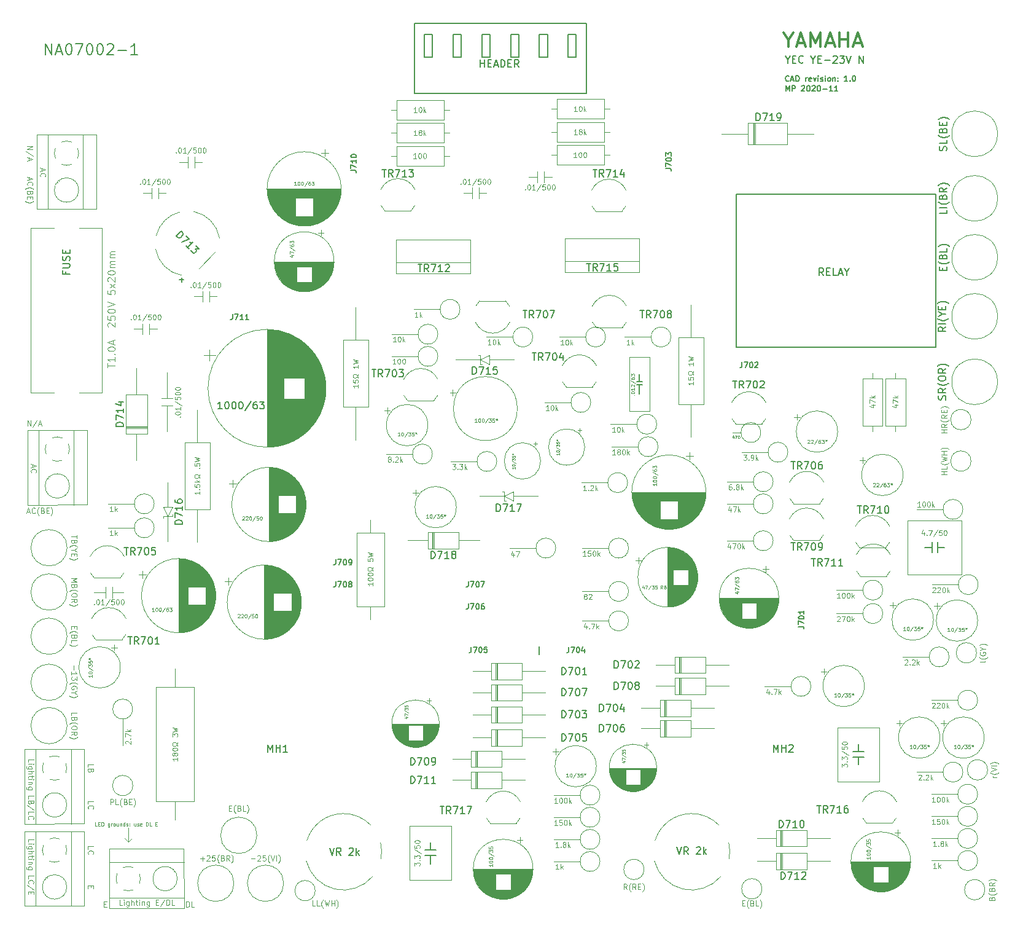
<source format=gbr>
G04 #@! TF.GenerationSoftware,KiCad,Pcbnew,5.1.7*
G04 #@! TF.CreationDate,2020-11-28T14:23:16-05:00*
G04 #@! TF.ProjectId,CR-2020 relay board LC-67183-1,43522d32-3032-4302-9072-656c61792062,1*
G04 #@! TF.SameCoordinates,Original*
G04 #@! TF.FileFunction,Legend,Top*
G04 #@! TF.FilePolarity,Positive*
%FSLAX46Y46*%
G04 Gerber Fmt 4.6, Leading zero omitted, Abs format (unit mm)*
G04 Created by KiCad (PCBNEW 5.1.7) date 2020-11-28 14:23:16*
%MOMM*%
%LPD*%
G01*
G04 APERTURE LIST*
%ADD10C,0.080000*%
%ADD11C,0.100000*%
%ADD12C,0.127000*%
%ADD13C,0.200000*%
%ADD14C,0.300000*%
%ADD15C,0.120000*%
%ADD16C,0.152400*%
%ADD17C,0.150000*%
%ADD18C,0.070000*%
%ADD19C,0.050000*%
G04 APERTURE END LIST*
D10*
X80264000Y-143256000D02*
X79756000Y-142748000D01*
X80264000Y-143256000D02*
X80772000Y-142748000D01*
X80264000Y-141351000D02*
X80264000Y-143256000D01*
X75974142Y-141069190D02*
X75736047Y-141069190D01*
X75736047Y-140569190D01*
X76140809Y-140807285D02*
X76307476Y-140807285D01*
X76378904Y-141069190D02*
X76140809Y-141069190D01*
X76140809Y-140569190D01*
X76378904Y-140569190D01*
X76593190Y-141069190D02*
X76593190Y-140569190D01*
X76712238Y-140569190D01*
X76783666Y-140593000D01*
X76831285Y-140640619D01*
X76855095Y-140688238D01*
X76878904Y-140783476D01*
X76878904Y-140854904D01*
X76855095Y-140950142D01*
X76831285Y-140997761D01*
X76783666Y-141045380D01*
X76712238Y-141069190D01*
X76593190Y-141069190D01*
X77688428Y-140735857D02*
X77688428Y-141140619D01*
X77664619Y-141188238D01*
X77640809Y-141212047D01*
X77593190Y-141235857D01*
X77521761Y-141235857D01*
X77474142Y-141212047D01*
X77688428Y-141045380D02*
X77640809Y-141069190D01*
X77545571Y-141069190D01*
X77497952Y-141045380D01*
X77474142Y-141021571D01*
X77450333Y-140973952D01*
X77450333Y-140831095D01*
X77474142Y-140783476D01*
X77497952Y-140759666D01*
X77545571Y-140735857D01*
X77640809Y-140735857D01*
X77688428Y-140759666D01*
X77926523Y-141069190D02*
X77926523Y-140735857D01*
X77926523Y-140831095D02*
X77950333Y-140783476D01*
X77974142Y-140759666D01*
X78021761Y-140735857D01*
X78069380Y-140735857D01*
X78307476Y-141069190D02*
X78259857Y-141045380D01*
X78236047Y-141021571D01*
X78212238Y-140973952D01*
X78212238Y-140831095D01*
X78236047Y-140783476D01*
X78259857Y-140759666D01*
X78307476Y-140735857D01*
X78378904Y-140735857D01*
X78426523Y-140759666D01*
X78450333Y-140783476D01*
X78474142Y-140831095D01*
X78474142Y-140973952D01*
X78450333Y-141021571D01*
X78426523Y-141045380D01*
X78378904Y-141069190D01*
X78307476Y-141069190D01*
X78902714Y-140735857D02*
X78902714Y-141069190D01*
X78688428Y-140735857D02*
X78688428Y-140997761D01*
X78712238Y-141045380D01*
X78759857Y-141069190D01*
X78831285Y-141069190D01*
X78878904Y-141045380D01*
X78902714Y-141021571D01*
X79140809Y-140735857D02*
X79140809Y-141069190D01*
X79140809Y-140783476D02*
X79164619Y-140759666D01*
X79212238Y-140735857D01*
X79283666Y-140735857D01*
X79331285Y-140759666D01*
X79355095Y-140807285D01*
X79355095Y-141069190D01*
X79807476Y-141069190D02*
X79807476Y-140569190D01*
X79807476Y-141045380D02*
X79759857Y-141069190D01*
X79664619Y-141069190D01*
X79617000Y-141045380D01*
X79593190Y-141021571D01*
X79569380Y-140973952D01*
X79569380Y-140831095D01*
X79593190Y-140783476D01*
X79617000Y-140759666D01*
X79664619Y-140735857D01*
X79759857Y-140735857D01*
X79807476Y-140759666D01*
X80021761Y-141045380D02*
X80069380Y-141069190D01*
X80164619Y-141069190D01*
X80212238Y-141045380D01*
X80236047Y-140997761D01*
X80236047Y-140973952D01*
X80212238Y-140926333D01*
X80164619Y-140902523D01*
X80093190Y-140902523D01*
X80045571Y-140878714D01*
X80021761Y-140831095D01*
X80021761Y-140807285D01*
X80045571Y-140759666D01*
X80093190Y-140735857D01*
X80164619Y-140735857D01*
X80212238Y-140759666D01*
X80450333Y-141021571D02*
X80474142Y-141045380D01*
X80450333Y-141069190D01*
X80426523Y-141045380D01*
X80450333Y-141021571D01*
X80450333Y-141069190D01*
X80450333Y-140759666D02*
X80474142Y-140783476D01*
X80450333Y-140807285D01*
X80426523Y-140783476D01*
X80450333Y-140759666D01*
X80450333Y-140807285D01*
X81283666Y-140735857D02*
X81283666Y-141069190D01*
X81069380Y-140735857D02*
X81069380Y-140997761D01*
X81093190Y-141045380D01*
X81140809Y-141069190D01*
X81212238Y-141069190D01*
X81259857Y-141045380D01*
X81283666Y-141021571D01*
X81497952Y-141045380D02*
X81545571Y-141069190D01*
X81640809Y-141069190D01*
X81688428Y-141045380D01*
X81712238Y-140997761D01*
X81712238Y-140973952D01*
X81688428Y-140926333D01*
X81640809Y-140902523D01*
X81569380Y-140902523D01*
X81521761Y-140878714D01*
X81497952Y-140831095D01*
X81497952Y-140807285D01*
X81521761Y-140759666D01*
X81569380Y-140735857D01*
X81640809Y-140735857D01*
X81688428Y-140759666D01*
X82117000Y-141045380D02*
X82069380Y-141069190D01*
X81974142Y-141069190D01*
X81926523Y-141045380D01*
X81902714Y-140997761D01*
X81902714Y-140807285D01*
X81926523Y-140759666D01*
X81974142Y-140735857D01*
X82069380Y-140735857D01*
X82117000Y-140759666D01*
X82140809Y-140807285D01*
X82140809Y-140854904D01*
X81902714Y-140902523D01*
X82736047Y-141069190D02*
X82736047Y-140569190D01*
X82855095Y-140569190D01*
X82926523Y-140593000D01*
X82974142Y-140640619D01*
X82997952Y-140688238D01*
X83021761Y-140783476D01*
X83021761Y-140854904D01*
X82997952Y-140950142D01*
X82974142Y-140997761D01*
X82926523Y-141045380D01*
X82855095Y-141069190D01*
X82736047Y-141069190D01*
X83474142Y-141069190D02*
X83236047Y-141069190D01*
X83236047Y-140569190D01*
X84021761Y-140807285D02*
X84188428Y-140807285D01*
X84259857Y-141069190D02*
X84021761Y-141069190D01*
X84021761Y-140569190D01*
X84259857Y-140569190D01*
D11*
X66550000Y-51699142D02*
X66550000Y-52056285D01*
X66335714Y-51627714D02*
X67085714Y-51877714D01*
X66335714Y-52127714D01*
X66407142Y-52806285D02*
X66371428Y-52770571D01*
X66335714Y-52663428D01*
X66335714Y-52592000D01*
X66371428Y-52484857D01*
X66442857Y-52413428D01*
X66514285Y-52377714D01*
X66657142Y-52342000D01*
X66764285Y-52342000D01*
X66907142Y-52377714D01*
X66978571Y-52413428D01*
X67050000Y-52484857D01*
X67085714Y-52592000D01*
X67085714Y-52663428D01*
X67050000Y-52770571D01*
X67014285Y-52806285D01*
X66050000Y-53342000D02*
X66085714Y-53306285D01*
X66192857Y-53234857D01*
X66264285Y-53199142D01*
X66371428Y-53163428D01*
X66550000Y-53127714D01*
X66692857Y-53127714D01*
X66871428Y-53163428D01*
X66978571Y-53199142D01*
X67050000Y-53234857D01*
X67157142Y-53306285D01*
X67192857Y-53342000D01*
X66728571Y-53877714D02*
X66692857Y-53984857D01*
X66657142Y-54020571D01*
X66585714Y-54056285D01*
X66478571Y-54056285D01*
X66407142Y-54020571D01*
X66371428Y-53984857D01*
X66335714Y-53913428D01*
X66335714Y-53627714D01*
X67085714Y-53627714D01*
X67085714Y-53877714D01*
X67050000Y-53949142D01*
X67014285Y-53984857D01*
X66942857Y-54020571D01*
X66871428Y-54020571D01*
X66800000Y-53984857D01*
X66764285Y-53949142D01*
X66728571Y-53877714D01*
X66728571Y-53627714D01*
X66728571Y-54377714D02*
X66728571Y-54627714D01*
X66335714Y-54734857D02*
X66335714Y-54377714D01*
X67085714Y-54377714D01*
X67085714Y-54734857D01*
X66050000Y-54984857D02*
X66085714Y-55020571D01*
X66192857Y-55092000D01*
X66264285Y-55127714D01*
X66371428Y-55163428D01*
X66550000Y-55199142D01*
X66692857Y-55199142D01*
X66871428Y-55163428D01*
X66978571Y-55127714D01*
X67050000Y-55092000D01*
X67157142Y-55020571D01*
X67192857Y-54984857D01*
X66304142Y-97788000D02*
X66661285Y-97788000D01*
X66232714Y-98002285D02*
X66482714Y-97252285D01*
X66732714Y-98002285D01*
X67411285Y-97930857D02*
X67375571Y-97966571D01*
X67268428Y-98002285D01*
X67197000Y-98002285D01*
X67089857Y-97966571D01*
X67018428Y-97895142D01*
X66982714Y-97823714D01*
X66947000Y-97680857D01*
X66947000Y-97573714D01*
X66982714Y-97430857D01*
X67018428Y-97359428D01*
X67089857Y-97288000D01*
X67197000Y-97252285D01*
X67268428Y-97252285D01*
X67375571Y-97288000D01*
X67411285Y-97323714D01*
X67947000Y-98288000D02*
X67911285Y-98252285D01*
X67839857Y-98145142D01*
X67804142Y-98073714D01*
X67768428Y-97966571D01*
X67732714Y-97788000D01*
X67732714Y-97645142D01*
X67768428Y-97466571D01*
X67804142Y-97359428D01*
X67839857Y-97288000D01*
X67911285Y-97180857D01*
X67947000Y-97145142D01*
X68482714Y-97609428D02*
X68589857Y-97645142D01*
X68625571Y-97680857D01*
X68661285Y-97752285D01*
X68661285Y-97859428D01*
X68625571Y-97930857D01*
X68589857Y-97966571D01*
X68518428Y-98002285D01*
X68232714Y-98002285D01*
X68232714Y-97252285D01*
X68482714Y-97252285D01*
X68554142Y-97288000D01*
X68589857Y-97323714D01*
X68625571Y-97395142D01*
X68625571Y-97466571D01*
X68589857Y-97538000D01*
X68554142Y-97573714D01*
X68482714Y-97609428D01*
X68232714Y-97609428D01*
X68982714Y-97609428D02*
X69232714Y-97609428D01*
X69339857Y-98002285D02*
X68982714Y-98002285D01*
X68982714Y-97252285D01*
X69339857Y-97252285D01*
X69589857Y-98288000D02*
X69625571Y-98252285D01*
X69697000Y-98145142D01*
X69732714Y-98073714D01*
X69768428Y-97966571D01*
X69804142Y-97788000D01*
X69804142Y-97645142D01*
X69768428Y-97466571D01*
X69732714Y-97359428D01*
X69697000Y-97288000D01*
X69625571Y-97180857D01*
X69589857Y-97145142D01*
X88273000Y-152231285D02*
X88273000Y-151481285D01*
X88451571Y-151481285D01*
X88558714Y-151517000D01*
X88630142Y-151588428D01*
X88665857Y-151659857D01*
X88701571Y-151802714D01*
X88701571Y-151909857D01*
X88665857Y-152052714D01*
X88630142Y-152124142D01*
X88558714Y-152195571D01*
X88451571Y-152231285D01*
X88273000Y-152231285D01*
X89380142Y-152231285D02*
X89023000Y-152231285D01*
X89023000Y-151481285D01*
X76928285Y-151838428D02*
X77178285Y-151838428D01*
X77285428Y-152231285D02*
X76928285Y-152231285D01*
X76928285Y-151481285D01*
X77285428Y-151481285D01*
X75110571Y-149318285D02*
X75110571Y-149568285D01*
X74717714Y-149675428D02*
X74717714Y-149318285D01*
X75467714Y-149318285D01*
X75467714Y-149675428D01*
X74717714Y-144256142D02*
X74717714Y-143899000D01*
X75467714Y-143899000D01*
X74789142Y-144934714D02*
X74753428Y-144899000D01*
X74717714Y-144791857D01*
X74717714Y-144720428D01*
X74753428Y-144613285D01*
X74824857Y-144541857D01*
X74896285Y-144506142D01*
X75039142Y-144470428D01*
X75146285Y-144470428D01*
X75289142Y-144506142D01*
X75360571Y-144541857D01*
X75432000Y-144613285D01*
X75467714Y-144720428D01*
X75467714Y-144791857D01*
X75432000Y-144899000D01*
X75396285Y-144934714D01*
X74717714Y-138033142D02*
X74717714Y-137676000D01*
X75467714Y-137676000D01*
X74789142Y-138711714D02*
X74753428Y-138676000D01*
X74717714Y-138568857D01*
X74717714Y-138497428D01*
X74753428Y-138390285D01*
X74824857Y-138318857D01*
X74896285Y-138283142D01*
X75039142Y-138247428D01*
X75146285Y-138247428D01*
X75289142Y-138283142D01*
X75360571Y-138318857D01*
X75432000Y-138390285D01*
X75467714Y-138497428D01*
X75467714Y-138568857D01*
X75432000Y-138676000D01*
X75396285Y-138711714D01*
X74717714Y-132953142D02*
X74717714Y-132596000D01*
X75467714Y-132596000D01*
X75110571Y-133453142D02*
X75074857Y-133560285D01*
X75039142Y-133596000D01*
X74967714Y-133631714D01*
X74860571Y-133631714D01*
X74789142Y-133596000D01*
X74753428Y-133560285D01*
X74717714Y-133488857D01*
X74717714Y-133203142D01*
X75467714Y-133203142D01*
X75467714Y-133453142D01*
X75432000Y-133524571D01*
X75396285Y-133560285D01*
X75324857Y-133596000D01*
X75253428Y-133596000D01*
X75182000Y-133560285D01*
X75146285Y-133524571D01*
X75110571Y-133453142D01*
X75110571Y-133203142D01*
D12*
X170923857Y-39841714D02*
X170923857Y-39079714D01*
X171177857Y-39624000D01*
X171431857Y-39079714D01*
X171431857Y-39841714D01*
X171794714Y-39841714D02*
X171794714Y-39079714D01*
X172085000Y-39079714D01*
X172157571Y-39116000D01*
X172193857Y-39152285D01*
X172230142Y-39224857D01*
X172230142Y-39333714D01*
X172193857Y-39406285D01*
X172157571Y-39442571D01*
X172085000Y-39478857D01*
X171794714Y-39478857D01*
X173101000Y-39152285D02*
X173137285Y-39116000D01*
X173209857Y-39079714D01*
X173391285Y-39079714D01*
X173463857Y-39116000D01*
X173500142Y-39152285D01*
X173536428Y-39224857D01*
X173536428Y-39297428D01*
X173500142Y-39406285D01*
X173064714Y-39841714D01*
X173536428Y-39841714D01*
X174008142Y-39079714D02*
X174080714Y-39079714D01*
X174153285Y-39116000D01*
X174189571Y-39152285D01*
X174225857Y-39224857D01*
X174262142Y-39370000D01*
X174262142Y-39551428D01*
X174225857Y-39696571D01*
X174189571Y-39769142D01*
X174153285Y-39805428D01*
X174080714Y-39841714D01*
X174008142Y-39841714D01*
X173935571Y-39805428D01*
X173899285Y-39769142D01*
X173863000Y-39696571D01*
X173826714Y-39551428D01*
X173826714Y-39370000D01*
X173863000Y-39224857D01*
X173899285Y-39152285D01*
X173935571Y-39116000D01*
X174008142Y-39079714D01*
X174552428Y-39152285D02*
X174588714Y-39116000D01*
X174661285Y-39079714D01*
X174842714Y-39079714D01*
X174915285Y-39116000D01*
X174951571Y-39152285D01*
X174987857Y-39224857D01*
X174987857Y-39297428D01*
X174951571Y-39406285D01*
X174516142Y-39841714D01*
X174987857Y-39841714D01*
X175459571Y-39079714D02*
X175532142Y-39079714D01*
X175604714Y-39116000D01*
X175641000Y-39152285D01*
X175677285Y-39224857D01*
X175713571Y-39370000D01*
X175713571Y-39551428D01*
X175677285Y-39696571D01*
X175641000Y-39769142D01*
X175604714Y-39805428D01*
X175532142Y-39841714D01*
X175459571Y-39841714D01*
X175387000Y-39805428D01*
X175350714Y-39769142D01*
X175314428Y-39696571D01*
X175278142Y-39551428D01*
X175278142Y-39370000D01*
X175314428Y-39224857D01*
X175350714Y-39152285D01*
X175387000Y-39116000D01*
X175459571Y-39079714D01*
X176040142Y-39551428D02*
X176620714Y-39551428D01*
X177382714Y-39841714D02*
X176947285Y-39841714D01*
X177165000Y-39841714D02*
X177165000Y-39079714D01*
X177092428Y-39188571D01*
X177019857Y-39261142D01*
X176947285Y-39297428D01*
X178108428Y-39841714D02*
X177673000Y-39841714D01*
X177890714Y-39841714D02*
X177890714Y-39079714D01*
X177818142Y-39188571D01*
X177745571Y-39261142D01*
X177673000Y-39297428D01*
D11*
X66381428Y-85937285D02*
X66381428Y-85187285D01*
X66810000Y-85937285D01*
X66810000Y-85187285D01*
X67702857Y-85151571D02*
X67060000Y-86115857D01*
X67917142Y-85723000D02*
X68274285Y-85723000D01*
X67845714Y-85937285D02*
X68095714Y-85187285D01*
X68345714Y-85937285D01*
X66335714Y-47458428D02*
X67085714Y-47458428D01*
X66335714Y-47887000D01*
X67085714Y-47887000D01*
X67121428Y-48779857D02*
X66157142Y-48137000D01*
X66550000Y-48994142D02*
X66550000Y-49351285D01*
X66335714Y-48922714D02*
X67085714Y-49172714D01*
X66335714Y-49422714D01*
D12*
X121920000Y-145161000D02*
X121920000Y-146304000D01*
X121920000Y-144399000D02*
X121920000Y-143383000D01*
X121158000Y-144399000D02*
X122682000Y-144399000D01*
X121158000Y-145161000D02*
X122682000Y-145161000D01*
X180975000Y-131572000D02*
X180975000Y-132588000D01*
X180975000Y-130810000D02*
X180975000Y-129794000D01*
X180213000Y-131572000D02*
X181737000Y-131572000D01*
X180213000Y-130810000D02*
X181737000Y-130810000D01*
X191135000Y-102743000D02*
X190119000Y-102743000D01*
X191897000Y-102743000D02*
X192786000Y-102743000D01*
X191897000Y-101981000D02*
X191897000Y-103378000D01*
X191135000Y-101981000D02*
X191135000Y-103378000D01*
X150749000Y-80264000D02*
X150749000Y-81534000D01*
X150749000Y-79883000D02*
X150749000Y-78867000D01*
X150368000Y-79883000D02*
X151130000Y-79883000D01*
X150368000Y-80264000D02*
X151130000Y-80264000D01*
D11*
X77430380Y-77921428D02*
X77430380Y-77350000D01*
X78430380Y-77635714D02*
X77430380Y-77635714D01*
X78430380Y-76492857D02*
X78430380Y-77064285D01*
X78430380Y-76778571D02*
X77430380Y-76778571D01*
X77573238Y-76873809D01*
X77668476Y-76969047D01*
X77716095Y-77064285D01*
X78335142Y-76064285D02*
X78382761Y-76016666D01*
X78430380Y-76064285D01*
X78382761Y-76111904D01*
X78335142Y-76064285D01*
X78430380Y-76064285D01*
X77430380Y-75397619D02*
X77430380Y-75302380D01*
X77478000Y-75207142D01*
X77525619Y-75159523D01*
X77620857Y-75111904D01*
X77811333Y-75064285D01*
X78049428Y-75064285D01*
X78239904Y-75111904D01*
X78335142Y-75159523D01*
X78382761Y-75207142D01*
X78430380Y-75302380D01*
X78430380Y-75397619D01*
X78382761Y-75492857D01*
X78335142Y-75540476D01*
X78239904Y-75588095D01*
X78049428Y-75635714D01*
X77811333Y-75635714D01*
X77620857Y-75588095D01*
X77525619Y-75540476D01*
X77478000Y-75492857D01*
X77430380Y-75397619D01*
X78144666Y-74683333D02*
X78144666Y-74207142D01*
X78430380Y-74778571D02*
X77430380Y-74445238D01*
X78430380Y-74111904D01*
X77525619Y-72302380D02*
X77478000Y-72254761D01*
X77430380Y-72159523D01*
X77430380Y-71921428D01*
X77478000Y-71826190D01*
X77525619Y-71778571D01*
X77620857Y-71730952D01*
X77716095Y-71730952D01*
X77858952Y-71778571D01*
X78430380Y-72350000D01*
X78430380Y-71730952D01*
X77430380Y-70826190D02*
X77430380Y-71302380D01*
X77906571Y-71350000D01*
X77858952Y-71302380D01*
X77811333Y-71207142D01*
X77811333Y-70969047D01*
X77858952Y-70873809D01*
X77906571Y-70826190D01*
X78001809Y-70778571D01*
X78239904Y-70778571D01*
X78335142Y-70826190D01*
X78382761Y-70873809D01*
X78430380Y-70969047D01*
X78430380Y-71207142D01*
X78382761Y-71302380D01*
X78335142Y-71350000D01*
X77430380Y-70159523D02*
X77430380Y-70064285D01*
X77478000Y-69969047D01*
X77525619Y-69921428D01*
X77620857Y-69873809D01*
X77811333Y-69826190D01*
X78049428Y-69826190D01*
X78239904Y-69873809D01*
X78335142Y-69921428D01*
X78382761Y-69969047D01*
X78430380Y-70064285D01*
X78430380Y-70159523D01*
X78382761Y-70254761D01*
X78335142Y-70302380D01*
X78239904Y-70350000D01*
X78049428Y-70397619D01*
X77811333Y-70397619D01*
X77620857Y-70350000D01*
X77525619Y-70302380D01*
X77478000Y-70254761D01*
X77430380Y-70159523D01*
X77430380Y-69540476D02*
X78430380Y-69207142D01*
X77430380Y-68873809D01*
X77430380Y-67302380D02*
X77430380Y-67778571D01*
X77906571Y-67826190D01*
X77858952Y-67778571D01*
X77811333Y-67683333D01*
X77811333Y-67445238D01*
X77858952Y-67350000D01*
X77906571Y-67302380D01*
X78001809Y-67254761D01*
X78239904Y-67254761D01*
X78335142Y-67302380D01*
X78382761Y-67350000D01*
X78430380Y-67445238D01*
X78430380Y-67683333D01*
X78382761Y-67778571D01*
X78335142Y-67826190D01*
X78430380Y-66921428D02*
X77763714Y-66397619D01*
X77763714Y-66921428D02*
X78430380Y-66397619D01*
X77525619Y-66064285D02*
X77478000Y-66016666D01*
X77430380Y-65921428D01*
X77430380Y-65683333D01*
X77478000Y-65588095D01*
X77525619Y-65540476D01*
X77620857Y-65492857D01*
X77716095Y-65492857D01*
X77858952Y-65540476D01*
X78430380Y-66111904D01*
X78430380Y-65492857D01*
X77430380Y-64873809D02*
X77430380Y-64778571D01*
X77478000Y-64683333D01*
X77525619Y-64635714D01*
X77620857Y-64588095D01*
X77811333Y-64540476D01*
X78049428Y-64540476D01*
X78239904Y-64588095D01*
X78335142Y-64635714D01*
X78382761Y-64683333D01*
X78430380Y-64778571D01*
X78430380Y-64873809D01*
X78382761Y-64969047D01*
X78335142Y-65016666D01*
X78239904Y-65064285D01*
X78049428Y-65111904D01*
X77811333Y-65111904D01*
X77620857Y-65064285D01*
X77525619Y-65016666D01*
X77478000Y-64969047D01*
X77430380Y-64873809D01*
X78430380Y-64111904D02*
X77763714Y-64111904D01*
X77858952Y-64111904D02*
X77811333Y-64064285D01*
X77763714Y-63969047D01*
X77763714Y-63826190D01*
X77811333Y-63730952D01*
X77906571Y-63683333D01*
X78430380Y-63683333D01*
X77906571Y-63683333D02*
X77811333Y-63635714D01*
X77763714Y-63540476D01*
X77763714Y-63397619D01*
X77811333Y-63302380D01*
X77906571Y-63254761D01*
X78430380Y-63254761D01*
X78430380Y-62778571D02*
X77763714Y-62778571D01*
X77858952Y-62778571D02*
X77811333Y-62730952D01*
X77763714Y-62635714D01*
X77763714Y-62492857D01*
X77811333Y-62397619D01*
X77906571Y-62350000D01*
X78430380Y-62350000D01*
X77906571Y-62350000D02*
X77811333Y-62302380D01*
X77763714Y-62207142D01*
X77763714Y-62064285D01*
X77811333Y-61969047D01*
X77906571Y-61921428D01*
X78430380Y-61921428D01*
D12*
X136906000Y-117438714D02*
X136906000Y-116350142D01*
X94651285Y-70575714D02*
X94651285Y-71120000D01*
X94615000Y-71228857D01*
X94542428Y-71301428D01*
X94433571Y-71337714D01*
X94361000Y-71337714D01*
X94941571Y-70575714D02*
X95449571Y-70575714D01*
X95123000Y-71337714D01*
X96139000Y-71337714D02*
X95703571Y-71337714D01*
X95921285Y-71337714D02*
X95921285Y-70575714D01*
X95848714Y-70684571D01*
X95776142Y-70757142D01*
X95703571Y-70793428D01*
X96864714Y-71337714D02*
X96429285Y-71337714D01*
X96647000Y-71337714D02*
X96647000Y-70575714D01*
X96574428Y-70684571D01*
X96501857Y-70757142D01*
X96429285Y-70793428D01*
X110961714Y-50763714D02*
X111506000Y-50763714D01*
X111614857Y-50800000D01*
X111687428Y-50872571D01*
X111723714Y-50981428D01*
X111723714Y-51054000D01*
X110961714Y-50473428D02*
X110961714Y-49965428D01*
X111723714Y-50292000D01*
X111723714Y-49276000D02*
X111723714Y-49711428D01*
X111723714Y-49493714D02*
X110961714Y-49493714D01*
X111070571Y-49566285D01*
X111143142Y-49638857D01*
X111179428Y-49711428D01*
X110961714Y-48804285D02*
X110961714Y-48731714D01*
X110998000Y-48659142D01*
X111034285Y-48622857D01*
X111106857Y-48586571D01*
X111252000Y-48550285D01*
X111433428Y-48550285D01*
X111578571Y-48586571D01*
X111651142Y-48622857D01*
X111687428Y-48659142D01*
X111723714Y-48731714D01*
X111723714Y-48804285D01*
X111687428Y-48876857D01*
X111651142Y-48913142D01*
X111578571Y-48949428D01*
X111433428Y-48985714D01*
X111252000Y-48985714D01*
X111106857Y-48949428D01*
X111034285Y-48913142D01*
X110998000Y-48876857D01*
X110961714Y-48804285D01*
X164882285Y-77179714D02*
X164882285Y-77724000D01*
X164846000Y-77832857D01*
X164773428Y-77905428D01*
X164664571Y-77941714D01*
X164592000Y-77941714D01*
X165172571Y-77179714D02*
X165680571Y-77179714D01*
X165354000Y-77941714D01*
X166116000Y-77179714D02*
X166188571Y-77179714D01*
X166261142Y-77216000D01*
X166297428Y-77252285D01*
X166333714Y-77324857D01*
X166370000Y-77470000D01*
X166370000Y-77651428D01*
X166333714Y-77796571D01*
X166297428Y-77869142D01*
X166261142Y-77905428D01*
X166188571Y-77941714D01*
X166116000Y-77941714D01*
X166043428Y-77905428D01*
X166007142Y-77869142D01*
X165970857Y-77796571D01*
X165934571Y-77651428D01*
X165934571Y-77470000D01*
X165970857Y-77324857D01*
X166007142Y-77252285D01*
X166043428Y-77216000D01*
X166116000Y-77179714D01*
X166660285Y-77252285D02*
X166696571Y-77216000D01*
X166769142Y-77179714D01*
X166950571Y-77179714D01*
X167023142Y-77216000D01*
X167059428Y-77252285D01*
X167095714Y-77324857D01*
X167095714Y-77397428D01*
X167059428Y-77506285D01*
X166624000Y-77941714D01*
X167095714Y-77941714D01*
X108875285Y-104357714D02*
X108875285Y-104902000D01*
X108839000Y-105010857D01*
X108766428Y-105083428D01*
X108657571Y-105119714D01*
X108585000Y-105119714D01*
X109165571Y-104357714D02*
X109673571Y-104357714D01*
X109347000Y-105119714D01*
X110109000Y-104357714D02*
X110181571Y-104357714D01*
X110254142Y-104394000D01*
X110290428Y-104430285D01*
X110326714Y-104502857D01*
X110363000Y-104648000D01*
X110363000Y-104829428D01*
X110326714Y-104974571D01*
X110290428Y-105047142D01*
X110254142Y-105083428D01*
X110181571Y-105119714D01*
X110109000Y-105119714D01*
X110036428Y-105083428D01*
X110000142Y-105047142D01*
X109963857Y-104974571D01*
X109927571Y-104829428D01*
X109927571Y-104648000D01*
X109963857Y-104502857D01*
X110000142Y-104430285D01*
X110036428Y-104394000D01*
X110109000Y-104357714D01*
X110725857Y-105119714D02*
X110871000Y-105119714D01*
X110943571Y-105083428D01*
X110979857Y-105047142D01*
X111052428Y-104938285D01*
X111088714Y-104793142D01*
X111088714Y-104502857D01*
X111052428Y-104430285D01*
X111016142Y-104394000D01*
X110943571Y-104357714D01*
X110798428Y-104357714D01*
X110725857Y-104394000D01*
X110689571Y-104430285D01*
X110653285Y-104502857D01*
X110653285Y-104684285D01*
X110689571Y-104756857D01*
X110725857Y-104793142D01*
X110798428Y-104829428D01*
X110943571Y-104829428D01*
X111016142Y-104793142D01*
X111052428Y-104756857D01*
X111088714Y-104684285D01*
X108875285Y-107405714D02*
X108875285Y-107950000D01*
X108839000Y-108058857D01*
X108766428Y-108131428D01*
X108657571Y-108167714D01*
X108585000Y-108167714D01*
X109165571Y-107405714D02*
X109673571Y-107405714D01*
X109347000Y-108167714D01*
X110109000Y-107405714D02*
X110181571Y-107405714D01*
X110254142Y-107442000D01*
X110290428Y-107478285D01*
X110326714Y-107550857D01*
X110363000Y-107696000D01*
X110363000Y-107877428D01*
X110326714Y-108022571D01*
X110290428Y-108095142D01*
X110254142Y-108131428D01*
X110181571Y-108167714D01*
X110109000Y-108167714D01*
X110036428Y-108131428D01*
X110000142Y-108095142D01*
X109963857Y-108022571D01*
X109927571Y-107877428D01*
X109927571Y-107696000D01*
X109963857Y-107550857D01*
X110000142Y-107478285D01*
X110036428Y-107442000D01*
X110109000Y-107405714D01*
X110798428Y-107732285D02*
X110725857Y-107696000D01*
X110689571Y-107659714D01*
X110653285Y-107587142D01*
X110653285Y-107550857D01*
X110689571Y-107478285D01*
X110725857Y-107442000D01*
X110798428Y-107405714D01*
X110943571Y-107405714D01*
X111016142Y-107442000D01*
X111052428Y-107478285D01*
X111088714Y-107550857D01*
X111088714Y-107587142D01*
X111052428Y-107659714D01*
X111016142Y-107696000D01*
X110943571Y-107732285D01*
X110798428Y-107732285D01*
X110725857Y-107768571D01*
X110689571Y-107804857D01*
X110653285Y-107877428D01*
X110653285Y-108022571D01*
X110689571Y-108095142D01*
X110725857Y-108131428D01*
X110798428Y-108167714D01*
X110943571Y-108167714D01*
X111016142Y-108131428D01*
X111052428Y-108095142D01*
X111088714Y-108022571D01*
X111088714Y-107877428D01*
X111052428Y-107804857D01*
X111016142Y-107768571D01*
X110943571Y-107732285D01*
X127163285Y-107405714D02*
X127163285Y-107950000D01*
X127127000Y-108058857D01*
X127054428Y-108131428D01*
X126945571Y-108167714D01*
X126873000Y-108167714D01*
X127453571Y-107405714D02*
X127961571Y-107405714D01*
X127635000Y-108167714D01*
X128397000Y-107405714D02*
X128469571Y-107405714D01*
X128542142Y-107442000D01*
X128578428Y-107478285D01*
X128614714Y-107550857D01*
X128651000Y-107696000D01*
X128651000Y-107877428D01*
X128614714Y-108022571D01*
X128578428Y-108095142D01*
X128542142Y-108131428D01*
X128469571Y-108167714D01*
X128397000Y-108167714D01*
X128324428Y-108131428D01*
X128288142Y-108095142D01*
X128251857Y-108022571D01*
X128215571Y-107877428D01*
X128215571Y-107696000D01*
X128251857Y-107550857D01*
X128288142Y-107478285D01*
X128324428Y-107442000D01*
X128397000Y-107405714D01*
X128905000Y-107405714D02*
X129413000Y-107405714D01*
X129086428Y-108167714D01*
X127163285Y-110453714D02*
X127163285Y-110998000D01*
X127127000Y-111106857D01*
X127054428Y-111179428D01*
X126945571Y-111215714D01*
X126873000Y-111215714D01*
X127453571Y-110453714D02*
X127961571Y-110453714D01*
X127635000Y-111215714D01*
X128397000Y-110453714D02*
X128469571Y-110453714D01*
X128542142Y-110490000D01*
X128578428Y-110526285D01*
X128614714Y-110598857D01*
X128651000Y-110744000D01*
X128651000Y-110925428D01*
X128614714Y-111070571D01*
X128578428Y-111143142D01*
X128542142Y-111179428D01*
X128469571Y-111215714D01*
X128397000Y-111215714D01*
X128324428Y-111179428D01*
X128288142Y-111143142D01*
X128251857Y-111070571D01*
X128215571Y-110925428D01*
X128215571Y-110744000D01*
X128251857Y-110598857D01*
X128288142Y-110526285D01*
X128324428Y-110490000D01*
X128397000Y-110453714D01*
X129304142Y-110453714D02*
X129159000Y-110453714D01*
X129086428Y-110490000D01*
X129050142Y-110526285D01*
X128977571Y-110635142D01*
X128941285Y-110780285D01*
X128941285Y-111070571D01*
X128977571Y-111143142D01*
X129013857Y-111179428D01*
X129086428Y-111215714D01*
X129231571Y-111215714D01*
X129304142Y-111179428D01*
X129340428Y-111143142D01*
X129376714Y-111070571D01*
X129376714Y-110889142D01*
X129340428Y-110816571D01*
X129304142Y-110780285D01*
X129231571Y-110744000D01*
X129086428Y-110744000D01*
X129013857Y-110780285D01*
X128977571Y-110816571D01*
X128941285Y-110889142D01*
X127544285Y-116422714D02*
X127544285Y-116967000D01*
X127508000Y-117075857D01*
X127435428Y-117148428D01*
X127326571Y-117184714D01*
X127254000Y-117184714D01*
X127834571Y-116422714D02*
X128342571Y-116422714D01*
X128016000Y-117184714D01*
X128778000Y-116422714D02*
X128850571Y-116422714D01*
X128923142Y-116459000D01*
X128959428Y-116495285D01*
X128995714Y-116567857D01*
X129032000Y-116713000D01*
X129032000Y-116894428D01*
X128995714Y-117039571D01*
X128959428Y-117112142D01*
X128923142Y-117148428D01*
X128850571Y-117184714D01*
X128778000Y-117184714D01*
X128705428Y-117148428D01*
X128669142Y-117112142D01*
X128632857Y-117039571D01*
X128596571Y-116894428D01*
X128596571Y-116713000D01*
X128632857Y-116567857D01*
X128669142Y-116495285D01*
X128705428Y-116459000D01*
X128778000Y-116422714D01*
X129721428Y-116422714D02*
X129358571Y-116422714D01*
X129322285Y-116785571D01*
X129358571Y-116749285D01*
X129431142Y-116713000D01*
X129612571Y-116713000D01*
X129685142Y-116749285D01*
X129721428Y-116785571D01*
X129757714Y-116858142D01*
X129757714Y-117039571D01*
X129721428Y-117112142D01*
X129685142Y-117148428D01*
X129612571Y-117184714D01*
X129431142Y-117184714D01*
X129358571Y-117148428D01*
X129322285Y-117112142D01*
X141006285Y-116422714D02*
X141006285Y-116967000D01*
X140970000Y-117075857D01*
X140897428Y-117148428D01*
X140788571Y-117184714D01*
X140716000Y-117184714D01*
X141296571Y-116422714D02*
X141804571Y-116422714D01*
X141478000Y-117184714D01*
X142240000Y-116422714D02*
X142312571Y-116422714D01*
X142385142Y-116459000D01*
X142421428Y-116495285D01*
X142457714Y-116567857D01*
X142494000Y-116713000D01*
X142494000Y-116894428D01*
X142457714Y-117039571D01*
X142421428Y-117112142D01*
X142385142Y-117148428D01*
X142312571Y-117184714D01*
X142240000Y-117184714D01*
X142167428Y-117148428D01*
X142131142Y-117112142D01*
X142094857Y-117039571D01*
X142058571Y-116894428D01*
X142058571Y-116713000D01*
X142094857Y-116567857D01*
X142131142Y-116495285D01*
X142167428Y-116459000D01*
X142240000Y-116422714D01*
X143147142Y-116676714D02*
X143147142Y-117184714D01*
X142965714Y-116386428D02*
X142784285Y-116930714D01*
X143256000Y-116930714D01*
X154395714Y-50509714D02*
X154940000Y-50509714D01*
X155048857Y-50546000D01*
X155121428Y-50618571D01*
X155157714Y-50727428D01*
X155157714Y-50800000D01*
X154395714Y-50219428D02*
X154395714Y-49711428D01*
X155157714Y-50038000D01*
X154395714Y-49276000D02*
X154395714Y-49203428D01*
X154432000Y-49130857D01*
X154468285Y-49094571D01*
X154540857Y-49058285D01*
X154686000Y-49022000D01*
X154867428Y-49022000D01*
X155012571Y-49058285D01*
X155085142Y-49094571D01*
X155121428Y-49130857D01*
X155157714Y-49203428D01*
X155157714Y-49276000D01*
X155121428Y-49348571D01*
X155085142Y-49384857D01*
X155012571Y-49421142D01*
X154867428Y-49457428D01*
X154686000Y-49457428D01*
X154540857Y-49421142D01*
X154468285Y-49384857D01*
X154432000Y-49348571D01*
X154395714Y-49276000D01*
X154395714Y-48768000D02*
X154395714Y-48296285D01*
X154686000Y-48550285D01*
X154686000Y-48441428D01*
X154722285Y-48368857D01*
X154758571Y-48332571D01*
X154831142Y-48296285D01*
X155012571Y-48296285D01*
X155085142Y-48332571D01*
X155121428Y-48368857D01*
X155157714Y-48441428D01*
X155157714Y-48659142D01*
X155121428Y-48731714D01*
X155085142Y-48768000D01*
X172683714Y-113628714D02*
X173228000Y-113628714D01*
X173336857Y-113665000D01*
X173409428Y-113737571D01*
X173445714Y-113846428D01*
X173445714Y-113919000D01*
X172683714Y-113338428D02*
X172683714Y-112830428D01*
X173445714Y-113157000D01*
X172683714Y-112395000D02*
X172683714Y-112322428D01*
X172720000Y-112249857D01*
X172756285Y-112213571D01*
X172828857Y-112177285D01*
X172974000Y-112141000D01*
X173155428Y-112141000D01*
X173300571Y-112177285D01*
X173373142Y-112213571D01*
X173409428Y-112249857D01*
X173445714Y-112322428D01*
X173445714Y-112395000D01*
X173409428Y-112467571D01*
X173373142Y-112503857D01*
X173300571Y-112540142D01*
X173155428Y-112576428D01*
X172974000Y-112576428D01*
X172828857Y-112540142D01*
X172756285Y-112503857D01*
X172720000Y-112467571D01*
X172683714Y-112395000D01*
X173445714Y-111415285D02*
X173445714Y-111850714D01*
X173445714Y-111633000D02*
X172683714Y-111633000D01*
X172792571Y-111705571D01*
X172865142Y-111778142D01*
X172901428Y-111850714D01*
X87339714Y-65840428D02*
X87920285Y-65840428D01*
X87630000Y-66130714D02*
X87630000Y-65550142D01*
X171362914Y-38397542D02*
X171326628Y-38433828D01*
X171217771Y-38470114D01*
X171145200Y-38470114D01*
X171036342Y-38433828D01*
X170963771Y-38361257D01*
X170927485Y-38288685D01*
X170891200Y-38143542D01*
X170891200Y-38034685D01*
X170927485Y-37889542D01*
X170963771Y-37816971D01*
X171036342Y-37744400D01*
X171145200Y-37708114D01*
X171217771Y-37708114D01*
X171326628Y-37744400D01*
X171362914Y-37780685D01*
X171653200Y-38252400D02*
X172016057Y-38252400D01*
X171580628Y-38470114D02*
X171834628Y-37708114D01*
X172088628Y-38470114D01*
X172342628Y-38470114D02*
X172342628Y-37708114D01*
X172524057Y-37708114D01*
X172632914Y-37744400D01*
X172705485Y-37816971D01*
X172741771Y-37889542D01*
X172778057Y-38034685D01*
X172778057Y-38143542D01*
X172741771Y-38288685D01*
X172705485Y-38361257D01*
X172632914Y-38433828D01*
X172524057Y-38470114D01*
X172342628Y-38470114D01*
X173685200Y-38470114D02*
X173685200Y-37962114D01*
X173685200Y-38107257D02*
X173721485Y-38034685D01*
X173757771Y-37998400D01*
X173830342Y-37962114D01*
X173902914Y-37962114D01*
X174447200Y-38433828D02*
X174374628Y-38470114D01*
X174229485Y-38470114D01*
X174156914Y-38433828D01*
X174120628Y-38361257D01*
X174120628Y-38070971D01*
X174156914Y-37998400D01*
X174229485Y-37962114D01*
X174374628Y-37962114D01*
X174447200Y-37998400D01*
X174483485Y-38070971D01*
X174483485Y-38143542D01*
X174120628Y-38216114D01*
X174737485Y-37962114D02*
X174918914Y-38470114D01*
X175100342Y-37962114D01*
X175390628Y-38470114D02*
X175390628Y-37962114D01*
X175390628Y-37708114D02*
X175354342Y-37744400D01*
X175390628Y-37780685D01*
X175426914Y-37744400D01*
X175390628Y-37708114D01*
X175390628Y-37780685D01*
X175717200Y-38433828D02*
X175789771Y-38470114D01*
X175934914Y-38470114D01*
X176007485Y-38433828D01*
X176043771Y-38361257D01*
X176043771Y-38324971D01*
X176007485Y-38252400D01*
X175934914Y-38216114D01*
X175826057Y-38216114D01*
X175753485Y-38179828D01*
X175717200Y-38107257D01*
X175717200Y-38070971D01*
X175753485Y-37998400D01*
X175826057Y-37962114D01*
X175934914Y-37962114D01*
X176007485Y-37998400D01*
X176370342Y-38470114D02*
X176370342Y-37962114D01*
X176370342Y-37708114D02*
X176334057Y-37744400D01*
X176370342Y-37780685D01*
X176406628Y-37744400D01*
X176370342Y-37708114D01*
X176370342Y-37780685D01*
X176842057Y-38470114D02*
X176769485Y-38433828D01*
X176733200Y-38397542D01*
X176696914Y-38324971D01*
X176696914Y-38107257D01*
X176733200Y-38034685D01*
X176769485Y-37998400D01*
X176842057Y-37962114D01*
X176950914Y-37962114D01*
X177023485Y-37998400D01*
X177059771Y-38034685D01*
X177096057Y-38107257D01*
X177096057Y-38324971D01*
X177059771Y-38397542D01*
X177023485Y-38433828D01*
X176950914Y-38470114D01*
X176842057Y-38470114D01*
X177422628Y-37962114D02*
X177422628Y-38470114D01*
X177422628Y-38034685D02*
X177458914Y-37998400D01*
X177531485Y-37962114D01*
X177640342Y-37962114D01*
X177712914Y-37998400D01*
X177749200Y-38070971D01*
X177749200Y-38470114D01*
X178112057Y-38397542D02*
X178148342Y-38433828D01*
X178112057Y-38470114D01*
X178075771Y-38433828D01*
X178112057Y-38397542D01*
X178112057Y-38470114D01*
X178112057Y-37998400D02*
X178148342Y-38034685D01*
X178112057Y-38070971D01*
X178075771Y-38034685D01*
X178112057Y-37998400D01*
X178112057Y-38070971D01*
X179454628Y-38470114D02*
X179019200Y-38470114D01*
X179236914Y-38470114D02*
X179236914Y-37708114D01*
X179164342Y-37816971D01*
X179091771Y-37889542D01*
X179019200Y-37925828D01*
X179781200Y-38397542D02*
X179817485Y-38433828D01*
X179781200Y-38470114D01*
X179744914Y-38433828D01*
X179781200Y-38397542D01*
X179781200Y-38470114D01*
X180289200Y-37708114D02*
X180361771Y-37708114D01*
X180434342Y-37744400D01*
X180470628Y-37780685D01*
X180506914Y-37853257D01*
X180543200Y-37998400D01*
X180543200Y-38179828D01*
X180506914Y-38324971D01*
X180470628Y-38397542D01*
X180434342Y-38433828D01*
X180361771Y-38470114D01*
X180289200Y-38470114D01*
X180216628Y-38433828D01*
X180180342Y-38397542D01*
X180144057Y-38324971D01*
X180107771Y-38179828D01*
X180107771Y-37998400D01*
X180144057Y-37853257D01*
X180180342Y-37780685D01*
X180216628Y-37744400D01*
X180289200Y-37708114D01*
D13*
X68872885Y-34790771D02*
X68872885Y-33290771D01*
X69730028Y-34790771D01*
X69730028Y-33290771D01*
X70372885Y-34362200D02*
X71087171Y-34362200D01*
X70230028Y-34790771D02*
X70730028Y-33290771D01*
X71230028Y-34790771D01*
X72015742Y-33290771D02*
X72158600Y-33290771D01*
X72301457Y-33362200D01*
X72372885Y-33433628D01*
X72444314Y-33576485D01*
X72515742Y-33862200D01*
X72515742Y-34219342D01*
X72444314Y-34505057D01*
X72372885Y-34647914D01*
X72301457Y-34719342D01*
X72158600Y-34790771D01*
X72015742Y-34790771D01*
X71872885Y-34719342D01*
X71801457Y-34647914D01*
X71730028Y-34505057D01*
X71658600Y-34219342D01*
X71658600Y-33862200D01*
X71730028Y-33576485D01*
X71801457Y-33433628D01*
X71872885Y-33362200D01*
X72015742Y-33290771D01*
X73015742Y-33290771D02*
X74015742Y-33290771D01*
X73372885Y-34790771D01*
X74872885Y-33290771D02*
X75015742Y-33290771D01*
X75158600Y-33362200D01*
X75230028Y-33433628D01*
X75301457Y-33576485D01*
X75372885Y-33862200D01*
X75372885Y-34219342D01*
X75301457Y-34505057D01*
X75230028Y-34647914D01*
X75158600Y-34719342D01*
X75015742Y-34790771D01*
X74872885Y-34790771D01*
X74730028Y-34719342D01*
X74658600Y-34647914D01*
X74587171Y-34505057D01*
X74515742Y-34219342D01*
X74515742Y-33862200D01*
X74587171Y-33576485D01*
X74658600Y-33433628D01*
X74730028Y-33362200D01*
X74872885Y-33290771D01*
X76301457Y-33290771D02*
X76444314Y-33290771D01*
X76587171Y-33362200D01*
X76658600Y-33433628D01*
X76730028Y-33576485D01*
X76801457Y-33862200D01*
X76801457Y-34219342D01*
X76730028Y-34505057D01*
X76658600Y-34647914D01*
X76587171Y-34719342D01*
X76444314Y-34790771D01*
X76301457Y-34790771D01*
X76158600Y-34719342D01*
X76087171Y-34647914D01*
X76015742Y-34505057D01*
X75944314Y-34219342D01*
X75944314Y-33862200D01*
X76015742Y-33576485D01*
X76087171Y-33433628D01*
X76158600Y-33362200D01*
X76301457Y-33290771D01*
X77372885Y-33433628D02*
X77444314Y-33362200D01*
X77587171Y-33290771D01*
X77944314Y-33290771D01*
X78087171Y-33362200D01*
X78158600Y-33433628D01*
X78230028Y-33576485D01*
X78230028Y-33719342D01*
X78158600Y-33933628D01*
X77301457Y-34790771D01*
X78230028Y-34790771D01*
X78872885Y-34219342D02*
X80015742Y-34219342D01*
X81515742Y-34790771D02*
X80658600Y-34790771D01*
X81087171Y-34790771D02*
X81087171Y-33290771D01*
X80944314Y-33505057D01*
X80801457Y-33647914D01*
X80658600Y-33719342D01*
D12*
X171182352Y-35485390D02*
X171182352Y-35961580D01*
X170849019Y-34961580D02*
X171182352Y-35485390D01*
X171515685Y-34961580D01*
X171849019Y-35437771D02*
X172182352Y-35437771D01*
X172325209Y-35961580D02*
X171849019Y-35961580D01*
X171849019Y-34961580D01*
X172325209Y-34961580D01*
X173325209Y-35866342D02*
X173277590Y-35913961D01*
X173134733Y-35961580D01*
X173039495Y-35961580D01*
X172896638Y-35913961D01*
X172801400Y-35818723D01*
X172753780Y-35723485D01*
X172706161Y-35533009D01*
X172706161Y-35390152D01*
X172753780Y-35199676D01*
X172801400Y-35104438D01*
X172896638Y-35009200D01*
X173039495Y-34961580D01*
X173134733Y-34961580D01*
X173277590Y-35009200D01*
X173325209Y-35056819D01*
X174706161Y-35485390D02*
X174706161Y-35961580D01*
X174372828Y-34961580D02*
X174706161Y-35485390D01*
X175039495Y-34961580D01*
X175372828Y-35437771D02*
X175706161Y-35437771D01*
X175849019Y-35961580D02*
X175372828Y-35961580D01*
X175372828Y-34961580D01*
X175849019Y-34961580D01*
X176277590Y-35580628D02*
X177039495Y-35580628D01*
X177468066Y-35056819D02*
X177515685Y-35009200D01*
X177610923Y-34961580D01*
X177849019Y-34961580D01*
X177944257Y-35009200D01*
X177991876Y-35056819D01*
X178039495Y-35152057D01*
X178039495Y-35247295D01*
X177991876Y-35390152D01*
X177420447Y-35961580D01*
X178039495Y-35961580D01*
X178372828Y-34961580D02*
X178991876Y-34961580D01*
X178658542Y-35342533D01*
X178801400Y-35342533D01*
X178896638Y-35390152D01*
X178944257Y-35437771D01*
X178991876Y-35533009D01*
X178991876Y-35771104D01*
X178944257Y-35866342D01*
X178896638Y-35913961D01*
X178801400Y-35961580D01*
X178515685Y-35961580D01*
X178420447Y-35913961D01*
X178372828Y-35866342D01*
X179277590Y-34961580D02*
X179610923Y-35961580D01*
X179944257Y-34961580D01*
X181039495Y-35961580D02*
X181039495Y-34961580D01*
X181610923Y-35961580D01*
X181610923Y-34961580D01*
D14*
X171310895Y-32794580D02*
X171310895Y-33746961D01*
X170644228Y-31746961D02*
X171310895Y-32794580D01*
X171977561Y-31746961D01*
X172548990Y-33175533D02*
X173501371Y-33175533D01*
X172358514Y-33746961D02*
X173025180Y-31746961D01*
X173691847Y-33746961D01*
X174358514Y-33746961D02*
X174358514Y-31746961D01*
X175025180Y-33175533D01*
X175691847Y-31746961D01*
X175691847Y-33746961D01*
X176548990Y-33175533D02*
X177501371Y-33175533D01*
X176358514Y-33746961D02*
X177025180Y-31746961D01*
X177691847Y-33746961D01*
X178358514Y-33746961D02*
X178358514Y-31746961D01*
X178358514Y-32699342D02*
X179501371Y-32699342D01*
X179501371Y-33746961D02*
X179501371Y-31746961D01*
X180358514Y-33175533D02*
X181310895Y-33175533D01*
X180168038Y-33746961D02*
X180834704Y-31746961D01*
X181501371Y-33746961D01*
D15*
X78107540Y-108910120D02*
X79626460Y-108910120D01*
X77175360Y-108910120D02*
X75575160Y-108910120D01*
X77175360Y-108910120D02*
X77175360Y-108139800D01*
X77175360Y-108910120D02*
X77175360Y-109639800D01*
X78107540Y-108910120D02*
X78107540Y-108139800D01*
X78107540Y-108910120D02*
X78107540Y-109639800D01*
X85623400Y-83185000D02*
X85623400Y-86741000D01*
X85623400Y-82169000D02*
X85623400Y-78613000D01*
X85623400Y-83185000D02*
X86373400Y-83185000D01*
X85623400Y-83185000D02*
X84873400Y-83185000D01*
X85623400Y-82169000D02*
X86373400Y-82169000D01*
X85623400Y-82169000D02*
X84873400Y-82169000D01*
X83159600Y-72618600D02*
X84226400Y-72618600D01*
X82219800Y-72618600D02*
X81051400Y-72618600D01*
X83159600Y-72618600D02*
X83162400Y-71868600D01*
X83159600Y-72618600D02*
X83162400Y-73368600D01*
X82219800Y-72618600D02*
X82219800Y-71868600D01*
X82219800Y-72618600D02*
X82219800Y-73368600D01*
X91440000Y-68122800D02*
X92506800Y-68122800D01*
X90500200Y-68122800D02*
X89331800Y-68122800D01*
X91440000Y-68122800D02*
X91442800Y-67372800D01*
X91440000Y-68122800D02*
X91442800Y-68872800D01*
X90500200Y-68122800D02*
X90500200Y-67372800D01*
X90500200Y-68122800D02*
X90500200Y-68872800D01*
X84404200Y-53898800D02*
X85471000Y-53898800D01*
X83464400Y-53898800D02*
X82296000Y-53898800D01*
X84404200Y-53898800D02*
X84407000Y-53148800D01*
X84404200Y-53898800D02*
X84407000Y-54648800D01*
X83464400Y-53898800D02*
X83464400Y-53148800D01*
X83464400Y-53898800D02*
X83464400Y-54648800D01*
X89408000Y-49631600D02*
X90474800Y-49631600D01*
X88468200Y-49631600D02*
X87299800Y-49631600D01*
X88468200Y-49631600D02*
X88468200Y-48881600D01*
X88468200Y-49631600D02*
X88468200Y-50381600D01*
X89408000Y-49631600D02*
X89410800Y-48881600D01*
X89408000Y-49631600D02*
X89410800Y-50381600D01*
X128600200Y-53873400D02*
X129667000Y-53873400D01*
X127660400Y-53873400D02*
X126492000Y-53873400D01*
X128600200Y-53873400D02*
X128603000Y-53123400D01*
X128600200Y-53873400D02*
X128603000Y-54623400D01*
X127660400Y-53873400D02*
X127660400Y-53123400D01*
X127660400Y-53873400D02*
X127660400Y-54623400D01*
X137617200Y-51638200D02*
X138684000Y-51638200D01*
X136677400Y-51638200D02*
X135509000Y-51638200D01*
X136677400Y-51638200D02*
X136677400Y-50888200D01*
X136677400Y-51638200D02*
X136677400Y-52388200D01*
X137617200Y-51638200D02*
X137620000Y-50888200D01*
X137620000Y-50888200D02*
X137617200Y-51638200D01*
X137617200Y-51638200D02*
X137620000Y-52388200D01*
X121578000Y-100607000D02*
X121578000Y-102847000D01*
X121578000Y-102847000D02*
X125818000Y-102847000D01*
X125818000Y-102847000D02*
X125818000Y-100607000D01*
X125818000Y-100607000D02*
X121578000Y-100607000D01*
X118794000Y-101727000D02*
X121578000Y-101727000D01*
X128694000Y-101727000D02*
X125818000Y-101727000D01*
X122298000Y-100607000D02*
X122298000Y-102847000D01*
X122418000Y-100607000D02*
X122418000Y-102847000D01*
X122178000Y-100607000D02*
X122178000Y-102847000D01*
X113665000Y-98933000D02*
X113665000Y-100721000D01*
X113665000Y-112649000D02*
X113665000Y-110861000D01*
X111745000Y-100721000D02*
X111745000Y-110861000D01*
X115585000Y-100721000D02*
X111745000Y-100721000D01*
X115585000Y-110861000D02*
X115585000Y-100721000D01*
X111745000Y-110861000D02*
X115585000Y-110861000D01*
X86741000Y-119380000D02*
X86741000Y-121924000D01*
X86741000Y-140208000D02*
X86741000Y-137664000D01*
X84121000Y-121924000D02*
X84121000Y-137664000D01*
X89361000Y-121924000D02*
X84121000Y-121924000D01*
X89361000Y-137664000D02*
X89361000Y-121924000D01*
X84121000Y-137664000D02*
X89361000Y-137664000D01*
X80902000Y-135509000D02*
G75*
G03*
X80902000Y-135509000I-1400000J0D01*
G01*
X196472000Y-85090000D02*
G75*
G03*
X196472000Y-85090000I-1400000J0D01*
G01*
X196472000Y-90805000D02*
G75*
G03*
X196472000Y-90805000I-1400000J0D01*
G01*
X101687000Y-148971000D02*
G75*
G03*
X101687000Y-148971000I-2500000J0D01*
G01*
X94829000Y-148971000D02*
G75*
G03*
X94829000Y-148971000I-2500000J0D01*
G01*
X98004000Y-142367000D02*
G75*
G03*
X98004000Y-142367000I-2500000J0D01*
G01*
X71842000Y-102743000D02*
G75*
G03*
X71842000Y-102743000I-2500000J0D01*
G01*
X71842000Y-108839000D02*
G75*
G03*
X71842000Y-108839000I-2500000J0D01*
G01*
X71842000Y-114935000D02*
G75*
G03*
X71842000Y-114935000I-2500000J0D01*
G01*
X71842000Y-121285000D02*
G75*
G03*
X71842000Y-121285000I-2500000J0D01*
G01*
X71842000Y-127254000D02*
G75*
G03*
X71842000Y-127254000I-2500000J0D01*
G01*
X198377000Y-149860000D02*
G75*
G03*
X198377000Y-149860000I-1400000J0D01*
G01*
X167643000Y-149733000D02*
G75*
G03*
X167643000Y-149733000I-1400000J0D01*
G01*
X151387000Y-147066000D02*
G75*
G03*
X151387000Y-147066000I-1400000J0D01*
G01*
X106048000Y-149987000D02*
G75*
G03*
X106048000Y-149987000I-1400000J0D01*
G01*
X198758000Y-133350000D02*
G75*
G03*
X198758000Y-133350000I-1400000J0D01*
G01*
X197234000Y-117221000D02*
G75*
G03*
X197234000Y-117221000I-1400000J0D01*
G01*
X200127000Y-79883000D02*
G75*
G03*
X200127000Y-79883000I-3150000J0D01*
G01*
X200127000Y-70866000D02*
G75*
G03*
X200127000Y-70866000I-3150000J0D01*
G01*
X200127000Y-45720000D02*
G75*
G03*
X200127000Y-45720000I-3150000J0D01*
G01*
X200127000Y-54610000D02*
G75*
G03*
X200127000Y-54610000I-3150000J0D01*
G01*
X200127000Y-62738000D02*
G75*
G03*
X200127000Y-62738000I-3150000J0D01*
G01*
X152901274Y-143095201D02*
G75*
G02*
X157941000Y-139366000I5039726J-1540799D01*
G01*
X161977621Y-148024475D02*
G75*
G02*
X152827000Y-145910000I-4036621J3388475D01*
G01*
X163055391Y-143361119D02*
G75*
G02*
X163115000Y-145642000I-5114391J-1274881D01*
G01*
X157848970Y-139366643D02*
G75*
G02*
X161732000Y-140975000I92030J-5269357D01*
G01*
X104895274Y-143095201D02*
G75*
G02*
X109935000Y-139366000I5039726J-1540799D01*
G01*
X113971621Y-148024475D02*
G75*
G02*
X104821000Y-145910000I-4036621J3388475D01*
G01*
X115049391Y-143361119D02*
G75*
G02*
X115109000Y-145642000I-5114391J-1274881D01*
G01*
X109842970Y-139366643D02*
G75*
G02*
X113726000Y-140975000I92030J-5269357D01*
G01*
X87024000Y-148336000D02*
G75*
G03*
X87024000Y-148336000I-1680000J0D01*
G01*
X77664000Y-152436000D02*
X87944000Y-152436000D01*
X77664000Y-150936000D02*
X87944000Y-150936000D01*
X77664000Y-146035000D02*
X87944000Y-146035000D01*
X77664000Y-144236000D02*
X77664000Y-152436000D01*
X87939000Y-144236000D02*
X87944000Y-152436000D01*
X86619000Y-147267000D02*
X86572000Y-147313000D01*
X84310000Y-149575000D02*
X84275000Y-149610000D01*
X86414000Y-147061000D02*
X86379000Y-147097000D01*
X84117000Y-149359000D02*
X84070000Y-149405000D01*
X87939000Y-144236000D02*
X77664000Y-144236000D01*
X80947318Y-149870756D02*
G75*
G02*
X80264000Y-150016000I-683318J1534756D01*
G01*
X81799426Y-147652958D02*
G75*
G02*
X81799000Y-149020000I-1535426J-683042D01*
G01*
X79580958Y-146800574D02*
G75*
G02*
X80948000Y-146801000I683042J-1535426D01*
G01*
X78728574Y-149019042D02*
G75*
G02*
X78729000Y-147652000I1535426J683042D01*
G01*
X80292805Y-150016253D02*
G75*
G02*
X79580000Y-149871000I-28805J1680253D01*
G01*
X71784000Y-149479000D02*
G75*
G03*
X71784000Y-149479000I-1680000J0D01*
G01*
X66004000Y-141799000D02*
X66004000Y-152079000D01*
X67504000Y-141799000D02*
X67504000Y-152079000D01*
X72405000Y-141799000D02*
X72405000Y-152079000D01*
X74204000Y-141799000D02*
X66004000Y-141799000D01*
X74204000Y-152074000D02*
X66004000Y-152079000D01*
X71173000Y-150754000D02*
X71127000Y-150707000D01*
X68865000Y-148445000D02*
X68830000Y-148410000D01*
X71379000Y-150549000D02*
X71343000Y-150514000D01*
X69081000Y-148252000D02*
X69035000Y-148205000D01*
X74204000Y-152074000D02*
X74204000Y-141799000D01*
X68569244Y-145082318D02*
G75*
G02*
X68424000Y-144399000I1534756J683318D01*
G01*
X70787042Y-145934426D02*
G75*
G02*
X69420000Y-145934000I-683042J1535426D01*
G01*
X71639426Y-143715958D02*
G75*
G02*
X71639000Y-145083000I-1535426J-683042D01*
G01*
X69420958Y-142863574D02*
G75*
G02*
X70788000Y-142864000I683042J-1535426D01*
G01*
X68423747Y-144427805D02*
G75*
G02*
X68569000Y-143715000I1680253J28805D01*
G01*
X71784000Y-138176000D02*
G75*
G03*
X71784000Y-138176000I-1680000J0D01*
G01*
X66004000Y-130496000D02*
X66004000Y-140776000D01*
X67504000Y-130496000D02*
X67504000Y-140776000D01*
X72405000Y-130496000D02*
X72405000Y-140776000D01*
X74204000Y-130496000D02*
X66004000Y-130496000D01*
X74204000Y-140771000D02*
X66004000Y-140776000D01*
X71173000Y-139451000D02*
X71127000Y-139404000D01*
X68865000Y-137142000D02*
X68830000Y-137107000D01*
X71379000Y-139246000D02*
X71343000Y-139211000D01*
X69081000Y-136949000D02*
X69035000Y-136902000D01*
X74204000Y-140771000D02*
X74204000Y-130496000D01*
X68569244Y-133779318D02*
G75*
G02*
X68424000Y-133096000I1534756J683318D01*
G01*
X70787042Y-134631426D02*
G75*
G02*
X69420000Y-134631000I-683042J1535426D01*
G01*
X71639426Y-132412958D02*
G75*
G02*
X71639000Y-133780000I-1535426J-683042D01*
G01*
X69420958Y-131560574D02*
G75*
G02*
X70788000Y-131561000I683042J-1535426D01*
G01*
X68423747Y-133124805D02*
G75*
G02*
X68569000Y-132412000I1680253J28805D01*
G01*
D13*
X143408400Y-40178000D02*
X119735600Y-40178000D01*
X143408400Y-30458000D02*
X143408400Y-40178000D01*
X119735600Y-40178000D02*
X119735600Y-30458000D01*
X119735600Y-30458000D02*
X143408400Y-30458000D01*
X142024800Y-35179000D02*
X140907200Y-35179000D01*
X126184800Y-32004000D02*
X126184800Y-35179000D01*
X126184800Y-35179000D02*
X125067201Y-35179000D01*
X132987200Y-35179000D02*
X132987200Y-32004000D01*
X134104800Y-32004000D02*
X134104800Y-35179000D01*
X130144800Y-32004000D02*
X130144800Y-35179000D01*
X140907200Y-35179000D02*
X140907200Y-32004000D01*
X125067201Y-35179000D02*
X125067201Y-32004000D01*
X122224800Y-35179000D02*
X121107200Y-35179000D01*
X122224800Y-32004000D02*
X122224800Y-35179000D01*
X121107200Y-35179000D02*
X121107200Y-32004000D01*
X130144800Y-35179000D02*
X129027200Y-35179000D01*
X142024800Y-32004000D02*
X142024800Y-35179000D01*
X136947200Y-35179000D02*
X136947200Y-32004000D01*
X138064800Y-35179000D02*
X136947200Y-35179000D01*
X134104800Y-35179000D02*
X132987200Y-35179000D01*
X129027200Y-35179000D02*
X129027200Y-32004000D01*
X138064800Y-32004000D02*
X138064800Y-35179000D01*
X129027200Y-32004000D02*
X130144800Y-32004000D01*
X140907200Y-32004000D02*
X142024800Y-32004000D01*
X132987200Y-32004000D02*
X134104800Y-32004000D01*
X125067201Y-32004000D02*
X126184800Y-32004000D01*
X136947200Y-32004000D02*
X138064800Y-32004000D01*
X121107200Y-32004000D02*
X122224800Y-32004000D01*
D15*
X72165000Y-94234000D02*
G75*
G03*
X72165000Y-94234000I-1680000J0D01*
G01*
X66385000Y-86554000D02*
X66385000Y-96834000D01*
X67885000Y-86554000D02*
X67885000Y-96834000D01*
X72786000Y-86554000D02*
X72786000Y-96834000D01*
X74585000Y-86554000D02*
X66385000Y-86554000D01*
X74585000Y-96829000D02*
X66385000Y-96834000D01*
X71554000Y-95509000D02*
X71508000Y-95462000D01*
X69246000Y-93200000D02*
X69211000Y-93165000D01*
X71760000Y-95304000D02*
X71724000Y-95269000D01*
X69462000Y-93007000D02*
X69416000Y-92960000D01*
X74585000Y-96829000D02*
X74585000Y-86554000D01*
X68950244Y-89837318D02*
G75*
G02*
X68805000Y-89154000I1534756J683318D01*
G01*
X71168042Y-90689426D02*
G75*
G02*
X69801000Y-90689000I-683042J1535426D01*
G01*
X72020426Y-88470958D02*
G75*
G02*
X72020000Y-89838000I-1535426J-683042D01*
G01*
X69801958Y-87618574D02*
G75*
G02*
X71169000Y-87619000I683042J-1535426D01*
G01*
X68804747Y-89182805D02*
G75*
G02*
X68950000Y-88470000I1680253J28805D01*
G01*
X73435000Y-53467000D02*
G75*
G03*
X73435000Y-53467000I-1680000J0D01*
G01*
X67655000Y-45787000D02*
X67655000Y-56067000D01*
X69155000Y-45787000D02*
X69155000Y-56067000D01*
X74056000Y-45787000D02*
X74056000Y-56067000D01*
X75855000Y-45787000D02*
X67655000Y-45787000D01*
X75855000Y-56062000D02*
X67655000Y-56067000D01*
X72824000Y-54742000D02*
X72778000Y-54695000D01*
X70516000Y-52433000D02*
X70481000Y-52398000D01*
X73030000Y-54537000D02*
X72994000Y-54502000D01*
X70732000Y-52240000D02*
X70686000Y-52193000D01*
X75855000Y-56062000D02*
X75855000Y-45787000D01*
X70220244Y-49070318D02*
G75*
G02*
X70075000Y-48387000I1534756J683318D01*
G01*
X72438042Y-49922426D02*
G75*
G02*
X71071000Y-49922000I-683042J1535426D01*
G01*
X73290426Y-47703958D02*
G75*
G02*
X73290000Y-49071000I-1535426J-683042D01*
G01*
X71071958Y-46851574D02*
G75*
G02*
X72439000Y-46852000I683042J-1535426D01*
G01*
X70074747Y-48415805D02*
G75*
G02*
X70220000Y-47703000I1680253J28805D01*
G01*
D16*
X164134800Y-54063900D02*
X164134800Y-75120500D01*
X164134800Y-75120500D02*
X191592200Y-75120500D01*
X191592200Y-75120500D02*
X191592200Y-54063900D01*
X191592200Y-54063900D02*
X164134800Y-54063900D01*
D15*
X66845000Y-58691000D02*
X70005000Y-58691000D01*
X66845000Y-58691000D02*
X66845000Y-81411000D01*
X76665000Y-58691000D02*
X76665000Y-81411000D01*
X73505000Y-58691000D02*
X76665000Y-58691000D01*
X73505000Y-81411000D02*
X76665000Y-81411000D01*
X66845000Y-81411000D02*
X70005000Y-81411000D01*
X128347800Y-90855800D02*
X124714000Y-90855800D01*
X131087800Y-90855800D02*
G75*
G03*
X131087800Y-90855800I-1370000J0D01*
G01*
X119457800Y-89839800D02*
X115824000Y-89839800D01*
X122197800Y-89839800D02*
G75*
G03*
X122197800Y-89839800I-1370000J0D01*
G01*
X132305200Y-68736600D02*
X128705200Y-68736600D01*
X128181016Y-69463805D02*
G75*
G02*
X128705200Y-68736600I2324184J-1122795D01*
G01*
X128148800Y-71685407D02*
G75*
G03*
X130505200Y-73186600I2356400J1098807D01*
G01*
X132861600Y-71685407D02*
G75*
G02*
X130505200Y-73186600I-2356400J1098807D01*
G01*
X132829384Y-69463805D02*
G75*
G03*
X132305200Y-68736600I-2324184J-1122795D01*
G01*
X133300800Y-73710800D02*
X129667000Y-73710800D01*
X136040800Y-73710800D02*
G75*
G03*
X136040800Y-73710800I-1370000J0D01*
G01*
X146381800Y-93776800D02*
X142748000Y-93776800D01*
X149121800Y-93776800D02*
G75*
G03*
X149121800Y-93776800I-1370000J0D01*
G01*
X120219800Y-76377800D02*
X116586000Y-76377800D01*
X122959800Y-76377800D02*
G75*
G03*
X122959800Y-76377800I-1370000J0D01*
G01*
X120219800Y-73329800D02*
X116586000Y-73329800D01*
X122959800Y-73329800D02*
G75*
G03*
X122959800Y-73329800I-1370000J0D01*
G01*
X123267800Y-69900800D02*
X119634000Y-69900800D01*
X126007800Y-69900800D02*
G75*
G03*
X126007800Y-69900800I-1370000J0D01*
G01*
X150572800Y-88823800D02*
X146939000Y-88823800D01*
X153312800Y-88823800D02*
G75*
G03*
X153312800Y-88823800I-1370000J0D01*
G01*
X150395000Y-85725000D02*
X146761200Y-85725000D01*
X153135000Y-85725000D02*
G75*
G03*
X153135000Y-85725000I-1370000J0D01*
G01*
X141301800Y-82727800D02*
X137668000Y-82727800D01*
X144041800Y-82727800D02*
G75*
G03*
X144041800Y-82727800I-1370000J0D01*
G01*
X144808800Y-72411200D02*
X148408800Y-72411200D01*
X148932984Y-71683995D02*
G75*
G02*
X148408800Y-72411200I-2324184J1122795D01*
G01*
X148965200Y-69462393D02*
G75*
G03*
X146608800Y-67961200I-2356400J-1098807D01*
G01*
X144252400Y-69462393D02*
G75*
G02*
X146608800Y-67961200I2356400J-1098807D01*
G01*
X144284616Y-71683995D02*
G75*
G03*
X144808800Y-72411200I2324184J1122795D01*
G01*
X152350800Y-73710800D02*
X148717000Y-73710800D01*
X155090800Y-73710800D02*
G75*
G03*
X155090800Y-73710800I-1370000J0D01*
G01*
X143333800Y-73710800D02*
X139700000Y-73710800D01*
X146073800Y-73710800D02*
G75*
G03*
X146073800Y-73710800I-1370000J0D01*
G01*
X146508800Y-112826800D02*
X142875000Y-112826800D01*
X149248800Y-112826800D02*
G75*
G03*
X149248800Y-112826800I-1370000J0D01*
G01*
X146508800Y-108762800D02*
X142875000Y-108762800D01*
X149248800Y-108762800D02*
G75*
G03*
X149248800Y-108762800I-1370000J0D01*
G01*
X146508800Y-102793800D02*
X142875000Y-102793800D01*
X149248800Y-102793800D02*
G75*
G03*
X149248800Y-102793800I-1370000J0D01*
G01*
X136475800Y-102793800D02*
X132842000Y-102793800D01*
X139215800Y-102793800D02*
G75*
G03*
X139215800Y-102793800I-1370000J0D01*
G01*
X166447800Y-101777800D02*
X162814000Y-101777800D01*
X169187800Y-101777800D02*
G75*
G03*
X169187800Y-101777800I-1370000J0D01*
G01*
X166447800Y-96697800D02*
X162814000Y-96697800D01*
X169187800Y-96697800D02*
G75*
G03*
X169187800Y-96697800I-1370000J0D01*
G01*
X166447800Y-93649800D02*
X162814000Y-93649800D01*
X169187800Y-93649800D02*
G75*
G03*
X169187800Y-93649800I-1370000J0D01*
G01*
X168479800Y-89585800D02*
X164846000Y-89585800D01*
X171219800Y-89585800D02*
G75*
G03*
X171219800Y-89585800I-1370000J0D01*
G01*
X164746000Y-86868000D02*
X163576000Y-86868000D01*
X167486000Y-86868000D02*
G75*
G03*
X167486000Y-86868000I-1370000J0D01*
G01*
X192609800Y-97459800D02*
X188976000Y-97459800D01*
X195349800Y-97459800D02*
G75*
G03*
X195349800Y-97459800I-1370000J0D01*
G01*
X194718000Y-107823000D02*
X191084200Y-107823000D01*
X197458000Y-107823000D02*
G75*
G03*
X197458000Y-107823000I-1370000J0D01*
G01*
X181560800Y-111810800D02*
X177927000Y-111810800D01*
X184300800Y-111810800D02*
G75*
G03*
X184300800Y-111810800I-1370000J0D01*
G01*
X181560800Y-108585000D02*
X177927000Y-108585000D01*
X184300800Y-108585000D02*
G75*
G03*
X184300800Y-108585000I-1370000J0D01*
G01*
X171654800Y-121843800D02*
X168021000Y-121843800D01*
X174394800Y-121843800D02*
G75*
G03*
X174394800Y-121843800I-1370000J0D01*
G01*
X190704800Y-117779800D02*
X187071000Y-117779800D01*
X193444800Y-117779800D02*
G75*
G03*
X193444800Y-117779800I-1370000J0D01*
G01*
X194641800Y-123748800D02*
X191008000Y-123748800D01*
X197381800Y-123748800D02*
G75*
G03*
X197381800Y-123748800I-1370000J0D01*
G01*
X194641800Y-145846800D02*
X191008000Y-145846800D01*
X197381800Y-145846800D02*
G75*
G03*
X197381800Y-145846800I-1370000J0D01*
G01*
X194641800Y-142798800D02*
X191008000Y-142798800D01*
X197381800Y-142798800D02*
G75*
G03*
X197381800Y-142798800I-1370000J0D01*
G01*
X194641800Y-139750800D02*
X191008000Y-139750800D01*
X197381800Y-139750800D02*
G75*
G03*
X197381800Y-139750800I-1370000J0D01*
G01*
X194641800Y-136702800D02*
X191008000Y-136702800D01*
X197381800Y-136702800D02*
G75*
G03*
X197381800Y-136702800I-1370000J0D01*
G01*
X192609800Y-133654800D02*
X188976000Y-133654800D01*
X195349800Y-133654800D02*
G75*
G03*
X195349800Y-133654800I-1370000J0D01*
G01*
X142571800Y-136829800D02*
X138938000Y-136829800D01*
X145311800Y-136829800D02*
G75*
G03*
X145311800Y-136829800I-1370000J0D01*
G01*
X142571800Y-139877800D02*
X138938000Y-139877800D01*
X145311800Y-139877800D02*
G75*
G03*
X145311800Y-139877800I-1370000J0D01*
G01*
X142571800Y-145973800D02*
X138938000Y-145973800D01*
X145311800Y-145973800D02*
G75*
G03*
X145311800Y-145973800I-1370000J0D01*
G01*
X142571800Y-142925800D02*
X138938000Y-142925800D01*
X145311800Y-142925800D02*
G75*
G03*
X145311800Y-142925800I-1370000J0D01*
G01*
X79502000Y-126338000D02*
X79502000Y-129971800D01*
X80872000Y-124968000D02*
G75*
G03*
X80872000Y-124968000I-1370000J0D01*
G01*
X81103800Y-99999800D02*
X77470000Y-99999800D01*
X83843800Y-99999800D02*
G75*
G03*
X83843800Y-99999800I-1370000J0D01*
G01*
X81103800Y-96697800D02*
X77470000Y-96697800D01*
X83843800Y-96697800D02*
G75*
G03*
X83843800Y-96697800I-1370000J0D01*
G01*
X186055000Y-86717000D02*
X186055000Y-85947000D01*
X186055000Y-78637000D02*
X186055000Y-79407000D01*
X187425000Y-85947000D02*
X187425000Y-79407000D01*
X184685000Y-85947000D02*
X187425000Y-85947000D01*
X184685000Y-79407000D02*
X184685000Y-85947000D01*
X187425000Y-79407000D02*
X184685000Y-79407000D01*
X182880000Y-86717000D02*
X182880000Y-85947000D01*
X182880000Y-78637000D02*
X182880000Y-79407000D01*
X184250000Y-85947000D02*
X184250000Y-79407000D01*
X181510000Y-85947000D02*
X184250000Y-85947000D01*
X181510000Y-79407000D02*
X181510000Y-85947000D01*
X184250000Y-79407000D02*
X181510000Y-79407000D01*
X146661000Y-48641000D02*
X145891000Y-48641000D01*
X138581000Y-48641000D02*
X139351000Y-48641000D01*
X145891000Y-47271000D02*
X139351000Y-47271000D01*
X145891000Y-50011000D02*
X145891000Y-47271000D01*
X139351000Y-50011000D02*
X145891000Y-50011000D01*
X139351000Y-47271000D02*
X139351000Y-50011000D01*
X146661000Y-42291000D02*
X145891000Y-42291000D01*
X138581000Y-42291000D02*
X139351000Y-42291000D01*
X145891000Y-40921000D02*
X139351000Y-40921000D01*
X145891000Y-43661000D02*
X145891000Y-40921000D01*
X139351000Y-43661000D02*
X145891000Y-43661000D01*
X139351000Y-40921000D02*
X139351000Y-43661000D01*
X146661000Y-45466000D02*
X145891000Y-45466000D01*
X138581000Y-45466000D02*
X139351000Y-45466000D01*
X145891000Y-44096000D02*
X139351000Y-44096000D01*
X145891000Y-46836000D02*
X145891000Y-44096000D01*
X139351000Y-46836000D02*
X145891000Y-46836000D01*
X139351000Y-44096000D02*
X139351000Y-46836000D01*
X124563000Y-42418000D02*
X123793000Y-42418000D01*
X116483000Y-42418000D02*
X117253000Y-42418000D01*
X123793000Y-41048000D02*
X117253000Y-41048000D01*
X123793000Y-43788000D02*
X123793000Y-41048000D01*
X117253000Y-43788000D02*
X123793000Y-43788000D01*
X117253000Y-41048000D02*
X117253000Y-43788000D01*
X124563000Y-48768000D02*
X123793000Y-48768000D01*
X116483000Y-48768000D02*
X117253000Y-48768000D01*
X123793000Y-47398000D02*
X117253000Y-47398000D01*
X123793000Y-50138000D02*
X123793000Y-47398000D01*
X117253000Y-50138000D02*
X123793000Y-50138000D01*
X117253000Y-47398000D02*
X117253000Y-50138000D01*
X124563000Y-45593000D02*
X123793000Y-45593000D01*
X116483000Y-45593000D02*
X117253000Y-45593000D01*
X123793000Y-44223000D02*
X117253000Y-44223000D01*
X123793000Y-46963000D02*
X123793000Y-44223000D01*
X117253000Y-46963000D02*
X123793000Y-46963000D01*
X117253000Y-44223000D02*
X117253000Y-46963000D01*
X125019702Y-80978000D02*
X125019702Y-81778000D01*
X124619702Y-81378000D02*
X125419702Y-81378000D01*
X133912000Y-83566000D02*
G75*
G03*
X133912000Y-83566000I-4400000J0D01*
G01*
X115977302Y-83454500D02*
X115977302Y-84254500D01*
X115577302Y-83854500D02*
X116377302Y-83854500D01*
X121567000Y-85852000D02*
G75*
G03*
X121567000Y-85852000I-2850000J0D01*
G01*
X119914302Y-94757500D02*
X119914302Y-95557500D01*
X119514302Y-95157500D02*
X120314302Y-95157500D01*
X125504000Y-97155000D02*
G75*
G03*
X125504000Y-97155000I-2850000J0D01*
G01*
X136662500Y-88420725D02*
X136162500Y-88420725D01*
X136412500Y-88170725D02*
X136412500Y-88670725D01*
X137120000Y-90785000D02*
G75*
G03*
X137120000Y-90785000I-2500000J0D01*
G01*
X142758500Y-86515725D02*
X142258500Y-86515725D01*
X142508500Y-86265725D02*
X142508500Y-86765725D01*
X143216000Y-88880000D02*
G75*
G03*
X143216000Y-88880000I-2500000J0D01*
G01*
X158188000Y-90103354D02*
X157188000Y-90103354D01*
X157688000Y-89603354D02*
X157688000Y-90603354D01*
X155412000Y-100164000D02*
X154214000Y-100164000D01*
X155675000Y-100124000D02*
X153951000Y-100124000D01*
X155875000Y-100084000D02*
X153751000Y-100084000D01*
X156043000Y-100044000D02*
X153583000Y-100044000D01*
X156191000Y-100004000D02*
X153435000Y-100004000D01*
X156323000Y-99964000D02*
X153303000Y-99964000D01*
X156443000Y-99924000D02*
X153183000Y-99924000D01*
X156555000Y-99884000D02*
X153071000Y-99884000D01*
X156659000Y-99844000D02*
X152967000Y-99844000D01*
X156757000Y-99804000D02*
X152869000Y-99804000D01*
X156850000Y-99764000D02*
X152776000Y-99764000D01*
X156938000Y-99724000D02*
X152688000Y-99724000D01*
X157022000Y-99684000D02*
X152604000Y-99684000D01*
X157102000Y-99644000D02*
X152524000Y-99644000D01*
X157178000Y-99604000D02*
X152448000Y-99604000D01*
X157252000Y-99564000D02*
X152374000Y-99564000D01*
X157323000Y-99524000D02*
X152303000Y-99524000D01*
X157392000Y-99484000D02*
X152234000Y-99484000D01*
X157458000Y-99444000D02*
X152168000Y-99444000D01*
X157522000Y-99404000D02*
X152104000Y-99404000D01*
X157583000Y-99364000D02*
X152043000Y-99364000D01*
X157643000Y-99324000D02*
X151983000Y-99324000D01*
X157702000Y-99284000D02*
X151924000Y-99284000D01*
X157758000Y-99244000D02*
X151868000Y-99244000D01*
X157813000Y-99204000D02*
X151813000Y-99204000D01*
X157867000Y-99164000D02*
X151759000Y-99164000D01*
X157919000Y-99124000D02*
X151707000Y-99124000D01*
X157969000Y-99084000D02*
X151657000Y-99084000D01*
X158019000Y-99044000D02*
X151607000Y-99044000D01*
X158067000Y-99004000D02*
X151559000Y-99004000D01*
X158114000Y-98964000D02*
X151512000Y-98964000D01*
X158160000Y-98924000D02*
X151466000Y-98924000D01*
X158205000Y-98884000D02*
X151421000Y-98884000D01*
X158249000Y-98844000D02*
X151377000Y-98844000D01*
X153572000Y-98804000D02*
X151335000Y-98804000D01*
X158291000Y-98804000D02*
X156054000Y-98804000D01*
X153572000Y-98764000D02*
X151293000Y-98764000D01*
X158333000Y-98764000D02*
X156054000Y-98764000D01*
X153572000Y-98724000D02*
X151252000Y-98724000D01*
X158374000Y-98724000D02*
X156054000Y-98724000D01*
X153572000Y-98684000D02*
X151212000Y-98684000D01*
X158414000Y-98684000D02*
X156054000Y-98684000D01*
X153572000Y-98644000D02*
X151173000Y-98644000D01*
X158453000Y-98644000D02*
X156054000Y-98644000D01*
X153572000Y-98604000D02*
X151134000Y-98604000D01*
X158492000Y-98604000D02*
X156054000Y-98604000D01*
X153572000Y-98564000D02*
X151097000Y-98564000D01*
X158529000Y-98564000D02*
X156054000Y-98564000D01*
X153572000Y-98524000D02*
X151060000Y-98524000D01*
X158566000Y-98524000D02*
X156054000Y-98524000D01*
X153572000Y-98484000D02*
X151024000Y-98484000D01*
X158602000Y-98484000D02*
X156054000Y-98484000D01*
X153572000Y-98444000D02*
X150989000Y-98444000D01*
X158637000Y-98444000D02*
X156054000Y-98444000D01*
X153572000Y-98404000D02*
X150955000Y-98404000D01*
X158671000Y-98404000D02*
X156054000Y-98404000D01*
X153572000Y-98364000D02*
X150921000Y-98364000D01*
X158705000Y-98364000D02*
X156054000Y-98364000D01*
X153572000Y-98324000D02*
X150888000Y-98324000D01*
X158738000Y-98324000D02*
X156054000Y-98324000D01*
X153572000Y-98284000D02*
X150856000Y-98284000D01*
X158770000Y-98284000D02*
X156054000Y-98284000D01*
X153572000Y-98244000D02*
X150824000Y-98244000D01*
X158802000Y-98244000D02*
X156054000Y-98244000D01*
X153572000Y-98204000D02*
X150793000Y-98204000D01*
X158833000Y-98204000D02*
X156054000Y-98204000D01*
X153572000Y-98164000D02*
X150763000Y-98164000D01*
X158863000Y-98164000D02*
X156054000Y-98164000D01*
X153572000Y-98124000D02*
X150733000Y-98124000D01*
X158893000Y-98124000D02*
X156054000Y-98124000D01*
X153572000Y-98084000D02*
X150703000Y-98084000D01*
X158923000Y-98084000D02*
X156054000Y-98084000D01*
X153572000Y-98044000D02*
X150675000Y-98044000D01*
X158951000Y-98044000D02*
X156054000Y-98044000D01*
X153572000Y-98004000D02*
X150647000Y-98004000D01*
X158979000Y-98004000D02*
X156054000Y-98004000D01*
X153572000Y-97964000D02*
X150619000Y-97964000D01*
X159007000Y-97964000D02*
X156054000Y-97964000D01*
X153572000Y-97924000D02*
X150592000Y-97924000D01*
X159034000Y-97924000D02*
X156054000Y-97924000D01*
X153572000Y-97884000D02*
X150566000Y-97884000D01*
X159060000Y-97884000D02*
X156054000Y-97884000D01*
X153572000Y-97844000D02*
X150540000Y-97844000D01*
X159086000Y-97844000D02*
X156054000Y-97844000D01*
X153572000Y-97804000D02*
X150515000Y-97804000D01*
X159111000Y-97804000D02*
X156054000Y-97804000D01*
X153572000Y-97764000D02*
X150490000Y-97764000D01*
X159136000Y-97764000D02*
X156054000Y-97764000D01*
X153572000Y-97724000D02*
X150466000Y-97724000D01*
X159160000Y-97724000D02*
X156054000Y-97724000D01*
X153572000Y-97684000D02*
X150442000Y-97684000D01*
X159184000Y-97684000D02*
X156054000Y-97684000D01*
X153572000Y-97644000D02*
X150418000Y-97644000D01*
X159208000Y-97644000D02*
X156054000Y-97644000D01*
X153572000Y-97604000D02*
X150396000Y-97604000D01*
X159230000Y-97604000D02*
X156054000Y-97604000D01*
X153572000Y-97564000D02*
X150373000Y-97564000D01*
X159253000Y-97564000D02*
X156054000Y-97564000D01*
X153572000Y-97524000D02*
X150351000Y-97524000D01*
X159275000Y-97524000D02*
X156054000Y-97524000D01*
X153572000Y-97484000D02*
X150330000Y-97484000D01*
X159296000Y-97484000D02*
X156054000Y-97484000D01*
X153572000Y-97444000D02*
X150309000Y-97444000D01*
X159317000Y-97444000D02*
X156054000Y-97444000D01*
X153572000Y-97404000D02*
X150288000Y-97404000D01*
X159338000Y-97404000D02*
X156054000Y-97404000D01*
X153572000Y-97364000D02*
X150268000Y-97364000D01*
X159358000Y-97364000D02*
X156054000Y-97364000D01*
X153572000Y-97324000D02*
X150249000Y-97324000D01*
X159377000Y-97324000D02*
X156054000Y-97324000D01*
X153572000Y-97284000D02*
X150229000Y-97284000D01*
X159397000Y-97284000D02*
X156054000Y-97284000D01*
X153572000Y-97244000D02*
X150210000Y-97244000D01*
X159416000Y-97244000D02*
X156054000Y-97244000D01*
X153572000Y-97204000D02*
X150192000Y-97204000D01*
X159434000Y-97204000D02*
X156054000Y-97204000D01*
X153572000Y-97164000D02*
X150174000Y-97164000D01*
X159452000Y-97164000D02*
X156054000Y-97164000D01*
X153572000Y-97124000D02*
X150156000Y-97124000D01*
X159470000Y-97124000D02*
X156054000Y-97124000D01*
X153572000Y-97084000D02*
X150139000Y-97084000D01*
X159487000Y-97084000D02*
X156054000Y-97084000D01*
X153572000Y-97044000D02*
X150123000Y-97044000D01*
X159503000Y-97044000D02*
X156054000Y-97044000D01*
X153572000Y-97004000D02*
X150106000Y-97004000D01*
X159520000Y-97004000D02*
X156054000Y-97004000D01*
X153572000Y-96964000D02*
X150090000Y-96964000D01*
X159536000Y-96964000D02*
X156054000Y-96964000D01*
X153572000Y-96924000D02*
X150075000Y-96924000D01*
X159551000Y-96924000D02*
X156054000Y-96924000D01*
X153572000Y-96884000D02*
X150059000Y-96884000D01*
X159567000Y-96884000D02*
X156054000Y-96884000D01*
X153572000Y-96844000D02*
X150045000Y-96844000D01*
X159581000Y-96844000D02*
X156054000Y-96844000D01*
X153572000Y-96804000D02*
X150030000Y-96804000D01*
X159596000Y-96804000D02*
X156054000Y-96804000D01*
X153572000Y-96764000D02*
X150016000Y-96764000D01*
X159610000Y-96764000D02*
X156054000Y-96764000D01*
X153572000Y-96724000D02*
X150002000Y-96724000D01*
X159624000Y-96724000D02*
X156054000Y-96724000D01*
X153572000Y-96684000D02*
X149989000Y-96684000D01*
X159637000Y-96684000D02*
X156054000Y-96684000D01*
X153572000Y-96644000D02*
X149976000Y-96644000D01*
X159650000Y-96644000D02*
X156054000Y-96644000D01*
X153572000Y-96604000D02*
X149963000Y-96604000D01*
X159663000Y-96604000D02*
X156054000Y-96604000D01*
X153572000Y-96564000D02*
X149951000Y-96564000D01*
X159675000Y-96564000D02*
X156054000Y-96564000D01*
X153572000Y-96524000D02*
X149939000Y-96524000D01*
X159687000Y-96524000D02*
X156054000Y-96524000D01*
X153572000Y-96484000D02*
X149928000Y-96484000D01*
X159698000Y-96484000D02*
X156054000Y-96484000D01*
X153572000Y-96444000D02*
X149916000Y-96444000D01*
X159710000Y-96444000D02*
X156054000Y-96444000D01*
X153572000Y-96404000D02*
X149906000Y-96404000D01*
X159720000Y-96404000D02*
X156054000Y-96404000D01*
X153572000Y-96364000D02*
X149895000Y-96364000D01*
X159731000Y-96364000D02*
X156054000Y-96364000D01*
X159741000Y-96324000D02*
X149885000Y-96324000D01*
X159751000Y-96284000D02*
X149875000Y-96284000D01*
X159760000Y-96244000D02*
X149866000Y-96244000D01*
X159769000Y-96204000D02*
X149857000Y-96204000D01*
X159778000Y-96164000D02*
X149848000Y-96164000D01*
X159787000Y-96124000D02*
X149839000Y-96124000D01*
X159795000Y-96084000D02*
X149831000Y-96084000D01*
X159803000Y-96044000D02*
X149823000Y-96044000D01*
X159810000Y-96004000D02*
X149816000Y-96004000D01*
X159817000Y-95964000D02*
X149809000Y-95964000D01*
X159824000Y-95924000D02*
X149802000Y-95924000D01*
X159831000Y-95884000D02*
X149795000Y-95884000D01*
X159837000Y-95844000D02*
X149789000Y-95844000D01*
X159843000Y-95804000D02*
X149783000Y-95804000D01*
X159848000Y-95763000D02*
X149778000Y-95763000D01*
X159853000Y-95723000D02*
X149773000Y-95723000D01*
X159858000Y-95683000D02*
X149768000Y-95683000D01*
X159863000Y-95643000D02*
X149763000Y-95643000D01*
X159867000Y-95603000D02*
X149759000Y-95603000D01*
X159871000Y-95563000D02*
X149755000Y-95563000D01*
X159875000Y-95523000D02*
X149751000Y-95523000D01*
X159878000Y-95483000D02*
X149748000Y-95483000D01*
X159881000Y-95443000D02*
X149745000Y-95443000D01*
X159883000Y-95403000D02*
X149743000Y-95403000D01*
X159886000Y-95363000D02*
X149740000Y-95363000D01*
X159888000Y-95323000D02*
X149738000Y-95323000D01*
X159890000Y-95283000D02*
X149736000Y-95283000D01*
X159891000Y-95243000D02*
X149735000Y-95243000D01*
X159892000Y-95203000D02*
X149734000Y-95203000D01*
X159893000Y-95163000D02*
X149733000Y-95163000D01*
X159893000Y-95123000D02*
X149733000Y-95123000D01*
X159893000Y-95083000D02*
X149733000Y-95083000D01*
X159933000Y-95083000D02*
G75*
G03*
X159933000Y-95083000I-5120000J0D01*
G01*
X172492302Y-84343500D02*
X172492302Y-85143500D01*
X172092302Y-84743500D02*
X172892302Y-84743500D01*
X178082000Y-86741000D02*
G75*
G03*
X178082000Y-86741000I-2850000J0D01*
G01*
X181509302Y-90312500D02*
X181509302Y-91112500D01*
X181109302Y-90712500D02*
X181909302Y-90712500D01*
X187099000Y-92710000D02*
G75*
G03*
X187099000Y-92710000I-2850000J0D01*
G01*
X168577000Y-105690302D02*
X167777000Y-105690302D01*
X168177000Y-105290302D02*
X168177000Y-106090302D01*
X166395000Y-113781000D02*
X165329000Y-113781000D01*
X166630000Y-113741000D02*
X165094000Y-113741000D01*
X166810000Y-113701000D02*
X164914000Y-113701000D01*
X166960000Y-113661000D02*
X164764000Y-113661000D01*
X167091000Y-113621000D02*
X164633000Y-113621000D01*
X167208000Y-113581000D02*
X164516000Y-113581000D01*
X167315000Y-113541000D02*
X164409000Y-113541000D01*
X167414000Y-113501000D02*
X164310000Y-113501000D01*
X167507000Y-113461000D02*
X164217000Y-113461000D01*
X167593000Y-113421000D02*
X164131000Y-113421000D01*
X167675000Y-113381000D02*
X164049000Y-113381000D01*
X167752000Y-113341000D02*
X163972000Y-113341000D01*
X167826000Y-113301000D02*
X163898000Y-113301000D01*
X167896000Y-113261000D02*
X163828000Y-113261000D01*
X167964000Y-113221000D02*
X163760000Y-113221000D01*
X168028000Y-113181000D02*
X163696000Y-113181000D01*
X168090000Y-113141000D02*
X163634000Y-113141000D01*
X168149000Y-113101000D02*
X163575000Y-113101000D01*
X168207000Y-113061000D02*
X163517000Y-113061000D01*
X168262000Y-113021000D02*
X163462000Y-113021000D01*
X168316000Y-112981000D02*
X163408000Y-112981000D01*
X168367000Y-112941000D02*
X163357000Y-112941000D01*
X168418000Y-112901000D02*
X163306000Y-112901000D01*
X168466000Y-112861000D02*
X163258000Y-112861000D01*
X168513000Y-112821000D02*
X163211000Y-112821000D01*
X168559000Y-112781000D02*
X163165000Y-112781000D01*
X168603000Y-112741000D02*
X163121000Y-112741000D01*
X168646000Y-112701000D02*
X163078000Y-112701000D01*
X168688000Y-112661000D02*
X163036000Y-112661000D01*
X168729000Y-112621000D02*
X162995000Y-112621000D01*
X168769000Y-112581000D02*
X162955000Y-112581000D01*
X168807000Y-112541000D02*
X162917000Y-112541000D01*
X168845000Y-112501000D02*
X162879000Y-112501000D01*
X164822000Y-112461000D02*
X162843000Y-112461000D01*
X168881000Y-112461000D02*
X166902000Y-112461000D01*
X164822000Y-112421000D02*
X162807000Y-112421000D01*
X168917000Y-112421000D02*
X166902000Y-112421000D01*
X164822000Y-112381000D02*
X162772000Y-112381000D01*
X168952000Y-112381000D02*
X166902000Y-112381000D01*
X164822000Y-112341000D02*
X162738000Y-112341000D01*
X168986000Y-112341000D02*
X166902000Y-112341000D01*
X164822000Y-112301000D02*
X162706000Y-112301000D01*
X169018000Y-112301000D02*
X166902000Y-112301000D01*
X164822000Y-112261000D02*
X162673000Y-112261000D01*
X169051000Y-112261000D02*
X166902000Y-112261000D01*
X164822000Y-112221000D02*
X162642000Y-112221000D01*
X169082000Y-112221000D02*
X166902000Y-112221000D01*
X164822000Y-112181000D02*
X162612000Y-112181000D01*
X169112000Y-112181000D02*
X166902000Y-112181000D01*
X164822000Y-112141000D02*
X162582000Y-112141000D01*
X169142000Y-112141000D02*
X166902000Y-112141000D01*
X164822000Y-112101000D02*
X162553000Y-112101000D01*
X169171000Y-112101000D02*
X166902000Y-112101000D01*
X164822000Y-112061000D02*
X162524000Y-112061000D01*
X169200000Y-112061000D02*
X166902000Y-112061000D01*
X164822000Y-112021000D02*
X162497000Y-112021000D01*
X169227000Y-112021000D02*
X166902000Y-112021000D01*
X164822000Y-111981000D02*
X162470000Y-111981000D01*
X169254000Y-111981000D02*
X166902000Y-111981000D01*
X164822000Y-111941000D02*
X162444000Y-111941000D01*
X169280000Y-111941000D02*
X166902000Y-111941000D01*
X164822000Y-111901000D02*
X162418000Y-111901000D01*
X169306000Y-111901000D02*
X166902000Y-111901000D01*
X164822000Y-111861000D02*
X162393000Y-111861000D01*
X169331000Y-111861000D02*
X166902000Y-111861000D01*
X164822000Y-111821000D02*
X162369000Y-111821000D01*
X169355000Y-111821000D02*
X166902000Y-111821000D01*
X164822000Y-111781000D02*
X162345000Y-111781000D01*
X169379000Y-111781000D02*
X166902000Y-111781000D01*
X164822000Y-111741000D02*
X162322000Y-111741000D01*
X169402000Y-111741000D02*
X166902000Y-111741000D01*
X164822000Y-111701000D02*
X162300000Y-111701000D01*
X169424000Y-111701000D02*
X166902000Y-111701000D01*
X164822000Y-111661000D02*
X162278000Y-111661000D01*
X169446000Y-111661000D02*
X166902000Y-111661000D01*
X164822000Y-111621000D02*
X162256000Y-111621000D01*
X169468000Y-111621000D02*
X166902000Y-111621000D01*
X164822000Y-111581000D02*
X162235000Y-111581000D01*
X169489000Y-111581000D02*
X166902000Y-111581000D01*
X164822000Y-111541000D02*
X162215000Y-111541000D01*
X169509000Y-111541000D02*
X166902000Y-111541000D01*
X164822000Y-111501000D02*
X162196000Y-111501000D01*
X169528000Y-111501000D02*
X166902000Y-111501000D01*
X164822000Y-111461000D02*
X162176000Y-111461000D01*
X169548000Y-111461000D02*
X166902000Y-111461000D01*
X164822000Y-111421000D02*
X162158000Y-111421000D01*
X169566000Y-111421000D02*
X166902000Y-111421000D01*
X164822000Y-111381000D02*
X162140000Y-111381000D01*
X169584000Y-111381000D02*
X166902000Y-111381000D01*
X164822000Y-111341000D02*
X162122000Y-111341000D01*
X169602000Y-111341000D02*
X166902000Y-111341000D01*
X164822000Y-111301000D02*
X162105000Y-111301000D01*
X169619000Y-111301000D02*
X166902000Y-111301000D01*
X164822000Y-111261000D02*
X162088000Y-111261000D01*
X169636000Y-111261000D02*
X166902000Y-111261000D01*
X164822000Y-111221000D02*
X162072000Y-111221000D01*
X169652000Y-111221000D02*
X166902000Y-111221000D01*
X164822000Y-111181000D02*
X162057000Y-111181000D01*
X169667000Y-111181000D02*
X166902000Y-111181000D01*
X164822000Y-111141000D02*
X162041000Y-111141000D01*
X169683000Y-111141000D02*
X166902000Y-111141000D01*
X164822000Y-111101000D02*
X162027000Y-111101000D01*
X169697000Y-111101000D02*
X166902000Y-111101000D01*
X164822000Y-111061000D02*
X162012000Y-111061000D01*
X169712000Y-111061000D02*
X166902000Y-111061000D01*
X164822000Y-111021000D02*
X161999000Y-111021000D01*
X169725000Y-111021000D02*
X166902000Y-111021000D01*
X164822000Y-110981000D02*
X161985000Y-110981000D01*
X169739000Y-110981000D02*
X166902000Y-110981000D01*
X164822000Y-110941000D02*
X161973000Y-110941000D01*
X169751000Y-110941000D02*
X166902000Y-110941000D01*
X164822000Y-110901000D02*
X161960000Y-110901000D01*
X169764000Y-110901000D02*
X166902000Y-110901000D01*
X164822000Y-110861000D02*
X161948000Y-110861000D01*
X169776000Y-110861000D02*
X166902000Y-110861000D01*
X164822000Y-110821000D02*
X161937000Y-110821000D01*
X169787000Y-110821000D02*
X166902000Y-110821000D01*
X164822000Y-110781000D02*
X161926000Y-110781000D01*
X169798000Y-110781000D02*
X166902000Y-110781000D01*
X164822000Y-110741000D02*
X161915000Y-110741000D01*
X169809000Y-110741000D02*
X166902000Y-110741000D01*
X164822000Y-110701000D02*
X161905000Y-110701000D01*
X169819000Y-110701000D02*
X166902000Y-110701000D01*
X164822000Y-110661000D02*
X161895000Y-110661000D01*
X169829000Y-110661000D02*
X166902000Y-110661000D01*
X164822000Y-110621000D02*
X161886000Y-110621000D01*
X169838000Y-110621000D02*
X166902000Y-110621000D01*
X164822000Y-110581000D02*
X161877000Y-110581000D01*
X169847000Y-110581000D02*
X166902000Y-110581000D01*
X164822000Y-110541000D02*
X161868000Y-110541000D01*
X169856000Y-110541000D02*
X166902000Y-110541000D01*
X164822000Y-110501000D02*
X161860000Y-110501000D01*
X169864000Y-110501000D02*
X166902000Y-110501000D01*
X164822000Y-110461000D02*
X161852000Y-110461000D01*
X169872000Y-110461000D02*
X166902000Y-110461000D01*
X164822000Y-110421000D02*
X161845000Y-110421000D01*
X169879000Y-110421000D02*
X166902000Y-110421000D01*
X169886000Y-110380000D02*
X161838000Y-110380000D01*
X169892000Y-110340000D02*
X161832000Y-110340000D01*
X169899000Y-110300000D02*
X161825000Y-110300000D01*
X169904000Y-110260000D02*
X161820000Y-110260000D01*
X169910000Y-110220000D02*
X161814000Y-110220000D01*
X169914000Y-110180000D02*
X161810000Y-110180000D01*
X169919000Y-110140000D02*
X161805000Y-110140000D01*
X169923000Y-110100000D02*
X161801000Y-110100000D01*
X169927000Y-110060000D02*
X161797000Y-110060000D01*
X169930000Y-110020000D02*
X161794000Y-110020000D01*
X169933000Y-109980000D02*
X161791000Y-109980000D01*
X169936000Y-109940000D02*
X161788000Y-109940000D01*
X169938000Y-109900000D02*
X161786000Y-109900000D01*
X169939000Y-109860000D02*
X161785000Y-109860000D01*
X169941000Y-109820000D02*
X161783000Y-109820000D01*
X169942000Y-109780000D02*
X161782000Y-109780000D01*
X169942000Y-109740000D02*
X161782000Y-109740000D01*
X169942000Y-109700000D02*
X161782000Y-109700000D01*
X169982000Y-109700000D02*
G75*
G03*
X169982000Y-109700000I-4120000J0D01*
G01*
X176175302Y-119395500D02*
X176175302Y-120195500D01*
X175775302Y-119795500D02*
X176575302Y-119795500D01*
X181765000Y-121793000D02*
G75*
G03*
X181765000Y-121793000I-2850000J0D01*
G01*
X191796302Y-110378500D02*
X191796302Y-111178500D01*
X191396302Y-110778500D02*
X192196302Y-110778500D01*
X197386000Y-112776000D02*
G75*
G03*
X197386000Y-112776000I-2850000J0D01*
G01*
X185700302Y-110251500D02*
X185700302Y-111051500D01*
X185300302Y-110651500D02*
X186100302Y-110651500D01*
X191290000Y-112649000D02*
G75*
G03*
X191290000Y-112649000I-2850000J0D01*
G01*
X78724500Y-116485302D02*
X77924500Y-116485302D01*
X78324500Y-116085302D02*
X78324500Y-116885302D01*
X79177000Y-119225000D02*
G75*
G03*
X79177000Y-119225000I-2850000J0D01*
G01*
X139218302Y-130444500D02*
X139218302Y-131244500D01*
X138818302Y-130844500D02*
X139618302Y-130844500D01*
X144808000Y-132842000D02*
G75*
G03*
X144808000Y-132842000I-2850000J0D01*
G01*
X192685302Y-126507500D02*
X192685302Y-127307500D01*
X192285302Y-126907500D02*
X193085302Y-126907500D01*
X198275000Y-128905000D02*
G75*
G03*
X198275000Y-128905000I-2850000J0D01*
G01*
X186589302Y-126507500D02*
X186589302Y-127307500D01*
X186189302Y-126907500D02*
X186989302Y-126907500D01*
X192179000Y-128905000D02*
G75*
G03*
X192179000Y-128905000I-2850000J0D01*
G01*
X186738000Y-142012302D02*
X185938000Y-142012302D01*
X186338000Y-141612302D02*
X186338000Y-142412302D01*
X184556000Y-150103000D02*
X183490000Y-150103000D01*
X184791000Y-150063000D02*
X183255000Y-150063000D01*
X184971000Y-150023000D02*
X183075000Y-150023000D01*
X185121000Y-149983000D02*
X182925000Y-149983000D01*
X185252000Y-149943000D02*
X182794000Y-149943000D01*
X185369000Y-149903000D02*
X182677000Y-149903000D01*
X185476000Y-149863000D02*
X182570000Y-149863000D01*
X185575000Y-149823000D02*
X182471000Y-149823000D01*
X185668000Y-149783000D02*
X182378000Y-149783000D01*
X185754000Y-149743000D02*
X182292000Y-149743000D01*
X185836000Y-149703000D02*
X182210000Y-149703000D01*
X185913000Y-149663000D02*
X182133000Y-149663000D01*
X185987000Y-149623000D02*
X182059000Y-149623000D01*
X186057000Y-149583000D02*
X181989000Y-149583000D01*
X186125000Y-149543000D02*
X181921000Y-149543000D01*
X186189000Y-149503000D02*
X181857000Y-149503000D01*
X186251000Y-149463000D02*
X181795000Y-149463000D01*
X186310000Y-149423000D02*
X181736000Y-149423000D01*
X186368000Y-149383000D02*
X181678000Y-149383000D01*
X186423000Y-149343000D02*
X181623000Y-149343000D01*
X186477000Y-149303000D02*
X181569000Y-149303000D01*
X186528000Y-149263000D02*
X181518000Y-149263000D01*
X186579000Y-149223000D02*
X181467000Y-149223000D01*
X186627000Y-149183000D02*
X181419000Y-149183000D01*
X186674000Y-149143000D02*
X181372000Y-149143000D01*
X186720000Y-149103000D02*
X181326000Y-149103000D01*
X186764000Y-149063000D02*
X181282000Y-149063000D01*
X186807000Y-149023000D02*
X181239000Y-149023000D01*
X186849000Y-148983000D02*
X181197000Y-148983000D01*
X186890000Y-148943000D02*
X181156000Y-148943000D01*
X186930000Y-148903000D02*
X181116000Y-148903000D01*
X186968000Y-148863000D02*
X181078000Y-148863000D01*
X187006000Y-148823000D02*
X181040000Y-148823000D01*
X182983000Y-148783000D02*
X181004000Y-148783000D01*
X187042000Y-148783000D02*
X185063000Y-148783000D01*
X182983000Y-148743000D02*
X180968000Y-148743000D01*
X187078000Y-148743000D02*
X185063000Y-148743000D01*
X182983000Y-148703000D02*
X180933000Y-148703000D01*
X187113000Y-148703000D02*
X185063000Y-148703000D01*
X182983000Y-148663000D02*
X180899000Y-148663000D01*
X187147000Y-148663000D02*
X185063000Y-148663000D01*
X182983000Y-148623000D02*
X180867000Y-148623000D01*
X187179000Y-148623000D02*
X185063000Y-148623000D01*
X182983000Y-148583000D02*
X180834000Y-148583000D01*
X187212000Y-148583000D02*
X185063000Y-148583000D01*
X182983000Y-148543000D02*
X180803000Y-148543000D01*
X187243000Y-148543000D02*
X185063000Y-148543000D01*
X182983000Y-148503000D02*
X180773000Y-148503000D01*
X187273000Y-148503000D02*
X185063000Y-148503000D01*
X182983000Y-148463000D02*
X180743000Y-148463000D01*
X187303000Y-148463000D02*
X185063000Y-148463000D01*
X182983000Y-148423000D02*
X180714000Y-148423000D01*
X187332000Y-148423000D02*
X185063000Y-148423000D01*
X182983000Y-148383000D02*
X180685000Y-148383000D01*
X187361000Y-148383000D02*
X185063000Y-148383000D01*
X182983000Y-148343000D02*
X180658000Y-148343000D01*
X187388000Y-148343000D02*
X185063000Y-148343000D01*
X182983000Y-148303000D02*
X180631000Y-148303000D01*
X187415000Y-148303000D02*
X185063000Y-148303000D01*
X182983000Y-148263000D02*
X180605000Y-148263000D01*
X187441000Y-148263000D02*
X185063000Y-148263000D01*
X182983000Y-148223000D02*
X180579000Y-148223000D01*
X187467000Y-148223000D02*
X185063000Y-148223000D01*
X182983000Y-148183000D02*
X180554000Y-148183000D01*
X187492000Y-148183000D02*
X185063000Y-148183000D01*
X182983000Y-148143000D02*
X180530000Y-148143000D01*
X187516000Y-148143000D02*
X185063000Y-148143000D01*
X182983000Y-148103000D02*
X180506000Y-148103000D01*
X187540000Y-148103000D02*
X185063000Y-148103000D01*
X182983000Y-148063000D02*
X180483000Y-148063000D01*
X187563000Y-148063000D02*
X185063000Y-148063000D01*
X182983000Y-148023000D02*
X180461000Y-148023000D01*
X187585000Y-148023000D02*
X185063000Y-148023000D01*
X182983000Y-147983000D02*
X180439000Y-147983000D01*
X187607000Y-147983000D02*
X185063000Y-147983000D01*
X182983000Y-147943000D02*
X180417000Y-147943000D01*
X187629000Y-147943000D02*
X185063000Y-147943000D01*
X182983000Y-147903000D02*
X180396000Y-147903000D01*
X187650000Y-147903000D02*
X185063000Y-147903000D01*
X182983000Y-147863000D02*
X180376000Y-147863000D01*
X187670000Y-147863000D02*
X185063000Y-147863000D01*
X182983000Y-147823000D02*
X180357000Y-147823000D01*
X187689000Y-147823000D02*
X185063000Y-147823000D01*
X182983000Y-147783000D02*
X180337000Y-147783000D01*
X187709000Y-147783000D02*
X185063000Y-147783000D01*
X182983000Y-147743000D02*
X180319000Y-147743000D01*
X187727000Y-147743000D02*
X185063000Y-147743000D01*
X182983000Y-147703000D02*
X180301000Y-147703000D01*
X187745000Y-147703000D02*
X185063000Y-147703000D01*
X182983000Y-147663000D02*
X180283000Y-147663000D01*
X187763000Y-147663000D02*
X185063000Y-147663000D01*
X182983000Y-147623000D02*
X180266000Y-147623000D01*
X187780000Y-147623000D02*
X185063000Y-147623000D01*
X182983000Y-147583000D02*
X180249000Y-147583000D01*
X187797000Y-147583000D02*
X185063000Y-147583000D01*
X182983000Y-147543000D02*
X180233000Y-147543000D01*
X187813000Y-147543000D02*
X185063000Y-147543000D01*
X182983000Y-147503000D02*
X180218000Y-147503000D01*
X187828000Y-147503000D02*
X185063000Y-147503000D01*
X182983000Y-147463000D02*
X180202000Y-147463000D01*
X187844000Y-147463000D02*
X185063000Y-147463000D01*
X182983000Y-147423000D02*
X180188000Y-147423000D01*
X187858000Y-147423000D02*
X185063000Y-147423000D01*
X182983000Y-147383000D02*
X180173000Y-147383000D01*
X187873000Y-147383000D02*
X185063000Y-147383000D01*
X182983000Y-147343000D02*
X180160000Y-147343000D01*
X187886000Y-147343000D02*
X185063000Y-147343000D01*
X182983000Y-147303000D02*
X180146000Y-147303000D01*
X187900000Y-147303000D02*
X185063000Y-147303000D01*
X182983000Y-147263000D02*
X180134000Y-147263000D01*
X187912000Y-147263000D02*
X185063000Y-147263000D01*
X182983000Y-147223000D02*
X180121000Y-147223000D01*
X187925000Y-147223000D02*
X185063000Y-147223000D01*
X182983000Y-147183000D02*
X180109000Y-147183000D01*
X187937000Y-147183000D02*
X185063000Y-147183000D01*
X182983000Y-147143000D02*
X180098000Y-147143000D01*
X187948000Y-147143000D02*
X185063000Y-147143000D01*
X182983000Y-147103000D02*
X180087000Y-147103000D01*
X187959000Y-147103000D02*
X185063000Y-147103000D01*
X182983000Y-147063000D02*
X180076000Y-147063000D01*
X187970000Y-147063000D02*
X185063000Y-147063000D01*
X182983000Y-147023000D02*
X180066000Y-147023000D01*
X187980000Y-147023000D02*
X185063000Y-147023000D01*
X182983000Y-146983000D02*
X180056000Y-146983000D01*
X187990000Y-146983000D02*
X185063000Y-146983000D01*
X182983000Y-146943000D02*
X180047000Y-146943000D01*
X187999000Y-146943000D02*
X185063000Y-146943000D01*
X182983000Y-146903000D02*
X180038000Y-146903000D01*
X188008000Y-146903000D02*
X185063000Y-146903000D01*
X182983000Y-146863000D02*
X180029000Y-146863000D01*
X188017000Y-146863000D02*
X185063000Y-146863000D01*
X182983000Y-146823000D02*
X180021000Y-146823000D01*
X188025000Y-146823000D02*
X185063000Y-146823000D01*
X182983000Y-146783000D02*
X180013000Y-146783000D01*
X188033000Y-146783000D02*
X185063000Y-146783000D01*
X182983000Y-146743000D02*
X180006000Y-146743000D01*
X188040000Y-146743000D02*
X185063000Y-146743000D01*
X188047000Y-146702000D02*
X179999000Y-146702000D01*
X188053000Y-146662000D02*
X179993000Y-146662000D01*
X188060000Y-146622000D02*
X179986000Y-146622000D01*
X188065000Y-146582000D02*
X179981000Y-146582000D01*
X188071000Y-146542000D02*
X179975000Y-146542000D01*
X188075000Y-146502000D02*
X179971000Y-146502000D01*
X188080000Y-146462000D02*
X179966000Y-146462000D01*
X188084000Y-146422000D02*
X179962000Y-146422000D01*
X188088000Y-146382000D02*
X179958000Y-146382000D01*
X188091000Y-146342000D02*
X179955000Y-146342000D01*
X188094000Y-146302000D02*
X179952000Y-146302000D01*
X188097000Y-146262000D02*
X179949000Y-146262000D01*
X188099000Y-146222000D02*
X179947000Y-146222000D01*
X188100000Y-146182000D02*
X179946000Y-146182000D01*
X188102000Y-146142000D02*
X179944000Y-146142000D01*
X188103000Y-146102000D02*
X179943000Y-146102000D01*
X188103000Y-146062000D02*
X179943000Y-146062000D01*
X188103000Y-146022000D02*
X179943000Y-146022000D01*
X188143000Y-146022000D02*
G75*
G03*
X188143000Y-146022000I-4120000J0D01*
G01*
X152014000Y-129890759D02*
X151384000Y-129890759D01*
X151699000Y-129575759D02*
X151699000Y-130205759D01*
X150262000Y-136317000D02*
X149458000Y-136317000D01*
X150493000Y-136277000D02*
X149227000Y-136277000D01*
X150662000Y-136237000D02*
X149058000Y-136237000D01*
X150800000Y-136197000D02*
X148920000Y-136197000D01*
X150919000Y-136157000D02*
X148801000Y-136157000D01*
X151025000Y-136117000D02*
X148695000Y-136117000D01*
X151122000Y-136077000D02*
X148598000Y-136077000D01*
X151210000Y-136037000D02*
X148510000Y-136037000D01*
X151292000Y-135997000D02*
X148428000Y-135997000D01*
X151369000Y-135957000D02*
X148351000Y-135957000D01*
X151441000Y-135917000D02*
X148279000Y-135917000D01*
X151510000Y-135877000D02*
X148210000Y-135877000D01*
X151574000Y-135837000D02*
X148146000Y-135837000D01*
X151636000Y-135797000D02*
X148084000Y-135797000D01*
X151694000Y-135757000D02*
X148026000Y-135757000D01*
X151750000Y-135717000D02*
X147970000Y-135717000D01*
X151804000Y-135677000D02*
X147916000Y-135677000D01*
X151855000Y-135637000D02*
X147865000Y-135637000D01*
X151904000Y-135597000D02*
X147816000Y-135597000D01*
X151952000Y-135557000D02*
X147768000Y-135557000D01*
X151997000Y-135517000D02*
X147723000Y-135517000D01*
X152042000Y-135477000D02*
X147678000Y-135477000D01*
X152084000Y-135437000D02*
X147636000Y-135437000D01*
X152125000Y-135397000D02*
X147595000Y-135397000D01*
X148820000Y-135357000D02*
X147555000Y-135357000D01*
X152165000Y-135357000D02*
X150900000Y-135357000D01*
X148820000Y-135317000D02*
X147517000Y-135317000D01*
X152203000Y-135317000D02*
X150900000Y-135317000D01*
X148820000Y-135277000D02*
X147480000Y-135277000D01*
X152240000Y-135277000D02*
X150900000Y-135277000D01*
X148820000Y-135237000D02*
X147444000Y-135237000D01*
X152276000Y-135237000D02*
X150900000Y-135237000D01*
X148820000Y-135197000D02*
X147410000Y-135197000D01*
X152310000Y-135197000D02*
X150900000Y-135197000D01*
X148820000Y-135157000D02*
X147376000Y-135157000D01*
X152344000Y-135157000D02*
X150900000Y-135157000D01*
X148820000Y-135117000D02*
X147344000Y-135117000D01*
X152376000Y-135117000D02*
X150900000Y-135117000D01*
X148820000Y-135077000D02*
X147312000Y-135077000D01*
X152408000Y-135077000D02*
X150900000Y-135077000D01*
X148820000Y-135037000D02*
X147282000Y-135037000D01*
X152438000Y-135037000D02*
X150900000Y-135037000D01*
X148820000Y-134997000D02*
X147253000Y-134997000D01*
X152467000Y-134997000D02*
X150900000Y-134997000D01*
X148820000Y-134957000D02*
X147224000Y-134957000D01*
X152496000Y-134957000D02*
X150900000Y-134957000D01*
X148820000Y-134917000D02*
X147196000Y-134917000D01*
X152524000Y-134917000D02*
X150900000Y-134917000D01*
X148820000Y-134877000D02*
X147170000Y-134877000D01*
X152550000Y-134877000D02*
X150900000Y-134877000D01*
X148820000Y-134837000D02*
X147144000Y-134837000D01*
X152576000Y-134837000D02*
X150900000Y-134837000D01*
X148820000Y-134797000D02*
X147118000Y-134797000D01*
X152602000Y-134797000D02*
X150900000Y-134797000D01*
X148820000Y-134757000D02*
X147094000Y-134757000D01*
X152626000Y-134757000D02*
X150900000Y-134757000D01*
X148820000Y-134717000D02*
X147070000Y-134717000D01*
X152650000Y-134717000D02*
X150900000Y-134717000D01*
X148820000Y-134677000D02*
X147048000Y-134677000D01*
X152672000Y-134677000D02*
X150900000Y-134677000D01*
X148820000Y-134637000D02*
X147026000Y-134637000D01*
X152694000Y-134637000D02*
X150900000Y-134637000D01*
X148820000Y-134597000D02*
X147004000Y-134597000D01*
X152716000Y-134597000D02*
X150900000Y-134597000D01*
X148820000Y-134557000D02*
X146984000Y-134557000D01*
X152736000Y-134557000D02*
X150900000Y-134557000D01*
X148820000Y-134517000D02*
X146964000Y-134517000D01*
X152756000Y-134517000D02*
X150900000Y-134517000D01*
X148820000Y-134477000D02*
X146944000Y-134477000D01*
X152776000Y-134477000D02*
X150900000Y-134477000D01*
X148820000Y-134437000D02*
X146926000Y-134437000D01*
X152794000Y-134437000D02*
X150900000Y-134437000D01*
X148820000Y-134397000D02*
X146908000Y-134397000D01*
X152812000Y-134397000D02*
X150900000Y-134397000D01*
X148820000Y-134357000D02*
X146890000Y-134357000D01*
X152830000Y-134357000D02*
X150900000Y-134357000D01*
X148820000Y-134317000D02*
X146874000Y-134317000D01*
X152846000Y-134317000D02*
X150900000Y-134317000D01*
X148820000Y-134277000D02*
X146858000Y-134277000D01*
X152862000Y-134277000D02*
X150900000Y-134277000D01*
X148820000Y-134237000D02*
X146842000Y-134237000D01*
X152878000Y-134237000D02*
X150900000Y-134237000D01*
X148820000Y-134197000D02*
X146827000Y-134197000D01*
X152893000Y-134197000D02*
X150900000Y-134197000D01*
X148820000Y-134157000D02*
X146813000Y-134157000D01*
X152907000Y-134157000D02*
X150900000Y-134157000D01*
X148820000Y-134117000D02*
X146799000Y-134117000D01*
X152921000Y-134117000D02*
X150900000Y-134117000D01*
X148820000Y-134077000D02*
X146786000Y-134077000D01*
X152934000Y-134077000D02*
X150900000Y-134077000D01*
X148820000Y-134037000D02*
X146774000Y-134037000D01*
X152946000Y-134037000D02*
X150900000Y-134037000D01*
X148820000Y-133997000D02*
X146762000Y-133997000D01*
X152958000Y-133997000D02*
X150900000Y-133997000D01*
X148820000Y-133957000D02*
X146750000Y-133957000D01*
X152970000Y-133957000D02*
X150900000Y-133957000D01*
X148820000Y-133917000D02*
X146739000Y-133917000D01*
X152981000Y-133917000D02*
X150900000Y-133917000D01*
X148820000Y-133877000D02*
X146729000Y-133877000D01*
X152991000Y-133877000D02*
X150900000Y-133877000D01*
X148820000Y-133837000D02*
X146719000Y-133837000D01*
X153001000Y-133837000D02*
X150900000Y-133837000D01*
X148820000Y-133797000D02*
X146710000Y-133797000D01*
X153010000Y-133797000D02*
X150900000Y-133797000D01*
X148820000Y-133756000D02*
X146701000Y-133756000D01*
X153019000Y-133756000D02*
X150900000Y-133756000D01*
X148820000Y-133716000D02*
X146693000Y-133716000D01*
X153027000Y-133716000D02*
X150900000Y-133716000D01*
X148820000Y-133676000D02*
X146685000Y-133676000D01*
X153035000Y-133676000D02*
X150900000Y-133676000D01*
X148820000Y-133636000D02*
X146678000Y-133636000D01*
X153042000Y-133636000D02*
X150900000Y-133636000D01*
X148820000Y-133596000D02*
X146671000Y-133596000D01*
X153049000Y-133596000D02*
X150900000Y-133596000D01*
X148820000Y-133556000D02*
X146665000Y-133556000D01*
X153055000Y-133556000D02*
X150900000Y-133556000D01*
X148820000Y-133516000D02*
X146659000Y-133516000D01*
X153061000Y-133516000D02*
X150900000Y-133516000D01*
X148820000Y-133476000D02*
X146654000Y-133476000D01*
X153066000Y-133476000D02*
X150900000Y-133476000D01*
X148820000Y-133436000D02*
X146649000Y-133436000D01*
X153071000Y-133436000D02*
X150900000Y-133436000D01*
X148820000Y-133396000D02*
X146645000Y-133396000D01*
X153075000Y-133396000D02*
X150900000Y-133396000D01*
X148820000Y-133356000D02*
X146642000Y-133356000D01*
X153078000Y-133356000D02*
X150900000Y-133356000D01*
X148820000Y-133316000D02*
X146638000Y-133316000D01*
X153082000Y-133316000D02*
X150900000Y-133316000D01*
X153084000Y-133276000D02*
X146636000Y-133276000D01*
X153087000Y-133236000D02*
X146633000Y-133236000D01*
X153088000Y-133196000D02*
X146632000Y-133196000D01*
X153090000Y-133156000D02*
X146630000Y-133156000D01*
X153090000Y-133116000D02*
X146630000Y-133116000D01*
X153090000Y-133076000D02*
X146630000Y-133076000D01*
X153130000Y-133076000D02*
G75*
G03*
X153130000Y-133076000I-3270000J0D01*
G01*
X122042000Y-123794759D02*
X121412000Y-123794759D01*
X121727000Y-123479759D02*
X121727000Y-124109759D01*
X120290000Y-130221000D02*
X119486000Y-130221000D01*
X120521000Y-130181000D02*
X119255000Y-130181000D01*
X120690000Y-130141000D02*
X119086000Y-130141000D01*
X120828000Y-130101000D02*
X118948000Y-130101000D01*
X120947000Y-130061000D02*
X118829000Y-130061000D01*
X121053000Y-130021000D02*
X118723000Y-130021000D01*
X121150000Y-129981000D02*
X118626000Y-129981000D01*
X121238000Y-129941000D02*
X118538000Y-129941000D01*
X121320000Y-129901000D02*
X118456000Y-129901000D01*
X121397000Y-129861000D02*
X118379000Y-129861000D01*
X121469000Y-129821000D02*
X118307000Y-129821000D01*
X121538000Y-129781000D02*
X118238000Y-129781000D01*
X121602000Y-129741000D02*
X118174000Y-129741000D01*
X121664000Y-129701000D02*
X118112000Y-129701000D01*
X121722000Y-129661000D02*
X118054000Y-129661000D01*
X121778000Y-129621000D02*
X117998000Y-129621000D01*
X121832000Y-129581000D02*
X117944000Y-129581000D01*
X121883000Y-129541000D02*
X117893000Y-129541000D01*
X121932000Y-129501000D02*
X117844000Y-129501000D01*
X121980000Y-129461000D02*
X117796000Y-129461000D01*
X122025000Y-129421000D02*
X117751000Y-129421000D01*
X122070000Y-129381000D02*
X117706000Y-129381000D01*
X122112000Y-129341000D02*
X117664000Y-129341000D01*
X122153000Y-129301000D02*
X117623000Y-129301000D01*
X118848000Y-129261000D02*
X117583000Y-129261000D01*
X122193000Y-129261000D02*
X120928000Y-129261000D01*
X118848000Y-129221000D02*
X117545000Y-129221000D01*
X122231000Y-129221000D02*
X120928000Y-129221000D01*
X118848000Y-129181000D02*
X117508000Y-129181000D01*
X122268000Y-129181000D02*
X120928000Y-129181000D01*
X118848000Y-129141000D02*
X117472000Y-129141000D01*
X122304000Y-129141000D02*
X120928000Y-129141000D01*
X118848000Y-129101000D02*
X117438000Y-129101000D01*
X122338000Y-129101000D02*
X120928000Y-129101000D01*
X118848000Y-129061000D02*
X117404000Y-129061000D01*
X122372000Y-129061000D02*
X120928000Y-129061000D01*
X118848000Y-129021000D02*
X117372000Y-129021000D01*
X122404000Y-129021000D02*
X120928000Y-129021000D01*
X118848000Y-128981000D02*
X117340000Y-128981000D01*
X122436000Y-128981000D02*
X120928000Y-128981000D01*
X118848000Y-128941000D02*
X117310000Y-128941000D01*
X122466000Y-128941000D02*
X120928000Y-128941000D01*
X118848000Y-128901000D02*
X117281000Y-128901000D01*
X122495000Y-128901000D02*
X120928000Y-128901000D01*
X118848000Y-128861000D02*
X117252000Y-128861000D01*
X122524000Y-128861000D02*
X120928000Y-128861000D01*
X118848000Y-128821000D02*
X117224000Y-128821000D01*
X122552000Y-128821000D02*
X120928000Y-128821000D01*
X118848000Y-128781000D02*
X117198000Y-128781000D01*
X122578000Y-128781000D02*
X120928000Y-128781000D01*
X118848000Y-128741000D02*
X117172000Y-128741000D01*
X122604000Y-128741000D02*
X120928000Y-128741000D01*
X118848000Y-128701000D02*
X117146000Y-128701000D01*
X122630000Y-128701000D02*
X120928000Y-128701000D01*
X118848000Y-128661000D02*
X117122000Y-128661000D01*
X122654000Y-128661000D02*
X120928000Y-128661000D01*
X118848000Y-128621000D02*
X117098000Y-128621000D01*
X122678000Y-128621000D02*
X120928000Y-128621000D01*
X118848000Y-128581000D02*
X117076000Y-128581000D01*
X122700000Y-128581000D02*
X120928000Y-128581000D01*
X118848000Y-128541000D02*
X117054000Y-128541000D01*
X122722000Y-128541000D02*
X120928000Y-128541000D01*
X118848000Y-128501000D02*
X117032000Y-128501000D01*
X122744000Y-128501000D02*
X120928000Y-128501000D01*
X118848000Y-128461000D02*
X117012000Y-128461000D01*
X122764000Y-128461000D02*
X120928000Y-128461000D01*
X118848000Y-128421000D02*
X116992000Y-128421000D01*
X122784000Y-128421000D02*
X120928000Y-128421000D01*
X118848000Y-128381000D02*
X116972000Y-128381000D01*
X122804000Y-128381000D02*
X120928000Y-128381000D01*
X118848000Y-128341000D02*
X116954000Y-128341000D01*
X122822000Y-128341000D02*
X120928000Y-128341000D01*
X118848000Y-128301000D02*
X116936000Y-128301000D01*
X122840000Y-128301000D02*
X120928000Y-128301000D01*
X118848000Y-128261000D02*
X116918000Y-128261000D01*
X122858000Y-128261000D02*
X120928000Y-128261000D01*
X118848000Y-128221000D02*
X116902000Y-128221000D01*
X122874000Y-128221000D02*
X120928000Y-128221000D01*
X118848000Y-128181000D02*
X116886000Y-128181000D01*
X122890000Y-128181000D02*
X120928000Y-128181000D01*
X118848000Y-128141000D02*
X116870000Y-128141000D01*
X122906000Y-128141000D02*
X120928000Y-128141000D01*
X118848000Y-128101000D02*
X116855000Y-128101000D01*
X122921000Y-128101000D02*
X120928000Y-128101000D01*
X118848000Y-128061000D02*
X116841000Y-128061000D01*
X122935000Y-128061000D02*
X120928000Y-128061000D01*
X118848000Y-128021000D02*
X116827000Y-128021000D01*
X122949000Y-128021000D02*
X120928000Y-128021000D01*
X118848000Y-127981000D02*
X116814000Y-127981000D01*
X122962000Y-127981000D02*
X120928000Y-127981000D01*
X118848000Y-127941000D02*
X116802000Y-127941000D01*
X122974000Y-127941000D02*
X120928000Y-127941000D01*
X118848000Y-127901000D02*
X116790000Y-127901000D01*
X122986000Y-127901000D02*
X120928000Y-127901000D01*
X118848000Y-127861000D02*
X116778000Y-127861000D01*
X122998000Y-127861000D02*
X120928000Y-127861000D01*
X118848000Y-127821000D02*
X116767000Y-127821000D01*
X123009000Y-127821000D02*
X120928000Y-127821000D01*
X118848000Y-127781000D02*
X116757000Y-127781000D01*
X123019000Y-127781000D02*
X120928000Y-127781000D01*
X118848000Y-127741000D02*
X116747000Y-127741000D01*
X123029000Y-127741000D02*
X120928000Y-127741000D01*
X118848000Y-127701000D02*
X116738000Y-127701000D01*
X123038000Y-127701000D02*
X120928000Y-127701000D01*
X118848000Y-127660000D02*
X116729000Y-127660000D01*
X123047000Y-127660000D02*
X120928000Y-127660000D01*
X118848000Y-127620000D02*
X116721000Y-127620000D01*
X123055000Y-127620000D02*
X120928000Y-127620000D01*
X118848000Y-127580000D02*
X116713000Y-127580000D01*
X123063000Y-127580000D02*
X120928000Y-127580000D01*
X118848000Y-127540000D02*
X116706000Y-127540000D01*
X123070000Y-127540000D02*
X120928000Y-127540000D01*
X118848000Y-127500000D02*
X116699000Y-127500000D01*
X123077000Y-127500000D02*
X120928000Y-127500000D01*
X118848000Y-127460000D02*
X116693000Y-127460000D01*
X123083000Y-127460000D02*
X120928000Y-127460000D01*
X118848000Y-127420000D02*
X116687000Y-127420000D01*
X123089000Y-127420000D02*
X120928000Y-127420000D01*
X118848000Y-127380000D02*
X116682000Y-127380000D01*
X123094000Y-127380000D02*
X120928000Y-127380000D01*
X118848000Y-127340000D02*
X116677000Y-127340000D01*
X123099000Y-127340000D02*
X120928000Y-127340000D01*
X118848000Y-127300000D02*
X116673000Y-127300000D01*
X123103000Y-127300000D02*
X120928000Y-127300000D01*
X118848000Y-127260000D02*
X116670000Y-127260000D01*
X123106000Y-127260000D02*
X120928000Y-127260000D01*
X118848000Y-127220000D02*
X116666000Y-127220000D01*
X123110000Y-127220000D02*
X120928000Y-127220000D01*
X123112000Y-127180000D02*
X116664000Y-127180000D01*
X123115000Y-127140000D02*
X116661000Y-127140000D01*
X123116000Y-127100000D02*
X116660000Y-127100000D01*
X123118000Y-127060000D02*
X116658000Y-127060000D01*
X123118000Y-127020000D02*
X116658000Y-127020000D01*
X123118000Y-126980000D02*
X116658000Y-126980000D01*
X123158000Y-126980000D02*
G75*
G03*
X123158000Y-126980000I-3270000J0D01*
G01*
X134668000Y-143028302D02*
X133868000Y-143028302D01*
X134268000Y-142628302D02*
X134268000Y-143428302D01*
X132486000Y-151119000D02*
X131420000Y-151119000D01*
X132721000Y-151079000D02*
X131185000Y-151079000D01*
X132901000Y-151039000D02*
X131005000Y-151039000D01*
X133051000Y-150999000D02*
X130855000Y-150999000D01*
X133182000Y-150959000D02*
X130724000Y-150959000D01*
X133299000Y-150919000D02*
X130607000Y-150919000D01*
X133406000Y-150879000D02*
X130500000Y-150879000D01*
X133505000Y-150839000D02*
X130401000Y-150839000D01*
X133598000Y-150799000D02*
X130308000Y-150799000D01*
X133684000Y-150759000D02*
X130222000Y-150759000D01*
X133766000Y-150719000D02*
X130140000Y-150719000D01*
X133843000Y-150679000D02*
X130063000Y-150679000D01*
X133917000Y-150639000D02*
X129989000Y-150639000D01*
X133987000Y-150599000D02*
X129919000Y-150599000D01*
X134055000Y-150559000D02*
X129851000Y-150559000D01*
X134119000Y-150519000D02*
X129787000Y-150519000D01*
X134181000Y-150479000D02*
X129725000Y-150479000D01*
X134240000Y-150439000D02*
X129666000Y-150439000D01*
X134298000Y-150399000D02*
X129608000Y-150399000D01*
X134353000Y-150359000D02*
X129553000Y-150359000D01*
X134407000Y-150319000D02*
X129499000Y-150319000D01*
X134458000Y-150279000D02*
X129448000Y-150279000D01*
X134509000Y-150239000D02*
X129397000Y-150239000D01*
X134557000Y-150199000D02*
X129349000Y-150199000D01*
X134604000Y-150159000D02*
X129302000Y-150159000D01*
X134650000Y-150119000D02*
X129256000Y-150119000D01*
X134694000Y-150079000D02*
X129212000Y-150079000D01*
X134737000Y-150039000D02*
X129169000Y-150039000D01*
X134779000Y-149999000D02*
X129127000Y-149999000D01*
X134820000Y-149959000D02*
X129086000Y-149959000D01*
X134860000Y-149919000D02*
X129046000Y-149919000D01*
X134898000Y-149879000D02*
X129008000Y-149879000D01*
X134936000Y-149839000D02*
X128970000Y-149839000D01*
X130913000Y-149799000D02*
X128934000Y-149799000D01*
X134972000Y-149799000D02*
X132993000Y-149799000D01*
X130913000Y-149759000D02*
X128898000Y-149759000D01*
X135008000Y-149759000D02*
X132993000Y-149759000D01*
X130913000Y-149719000D02*
X128863000Y-149719000D01*
X135043000Y-149719000D02*
X132993000Y-149719000D01*
X130913000Y-149679000D02*
X128829000Y-149679000D01*
X135077000Y-149679000D02*
X132993000Y-149679000D01*
X130913000Y-149639000D02*
X128797000Y-149639000D01*
X135109000Y-149639000D02*
X132993000Y-149639000D01*
X130913000Y-149599000D02*
X128764000Y-149599000D01*
X135142000Y-149599000D02*
X132993000Y-149599000D01*
X130913000Y-149559000D02*
X128733000Y-149559000D01*
X135173000Y-149559000D02*
X132993000Y-149559000D01*
X130913000Y-149519000D02*
X128703000Y-149519000D01*
X135203000Y-149519000D02*
X132993000Y-149519000D01*
X130913000Y-149479000D02*
X128673000Y-149479000D01*
X135233000Y-149479000D02*
X132993000Y-149479000D01*
X130913000Y-149439000D02*
X128644000Y-149439000D01*
X135262000Y-149439000D02*
X132993000Y-149439000D01*
X130913000Y-149399000D02*
X128615000Y-149399000D01*
X135291000Y-149399000D02*
X132993000Y-149399000D01*
X130913000Y-149359000D02*
X128588000Y-149359000D01*
X135318000Y-149359000D02*
X132993000Y-149359000D01*
X130913000Y-149319000D02*
X128561000Y-149319000D01*
X135345000Y-149319000D02*
X132993000Y-149319000D01*
X130913000Y-149279000D02*
X128535000Y-149279000D01*
X135371000Y-149279000D02*
X132993000Y-149279000D01*
X130913000Y-149239000D02*
X128509000Y-149239000D01*
X135397000Y-149239000D02*
X132993000Y-149239000D01*
X130913000Y-149199000D02*
X128484000Y-149199000D01*
X135422000Y-149199000D02*
X132993000Y-149199000D01*
X130913000Y-149159000D02*
X128460000Y-149159000D01*
X135446000Y-149159000D02*
X132993000Y-149159000D01*
X130913000Y-149119000D02*
X128436000Y-149119000D01*
X135470000Y-149119000D02*
X132993000Y-149119000D01*
X130913000Y-149079000D02*
X128413000Y-149079000D01*
X135493000Y-149079000D02*
X132993000Y-149079000D01*
X130913000Y-149039000D02*
X128391000Y-149039000D01*
X135515000Y-149039000D02*
X132993000Y-149039000D01*
X130913000Y-148999000D02*
X128369000Y-148999000D01*
X135537000Y-148999000D02*
X132993000Y-148999000D01*
X130913000Y-148959000D02*
X128347000Y-148959000D01*
X135559000Y-148959000D02*
X132993000Y-148959000D01*
X130913000Y-148919000D02*
X128326000Y-148919000D01*
X135580000Y-148919000D02*
X132993000Y-148919000D01*
X130913000Y-148879000D02*
X128306000Y-148879000D01*
X135600000Y-148879000D02*
X132993000Y-148879000D01*
X130913000Y-148839000D02*
X128287000Y-148839000D01*
X135619000Y-148839000D02*
X132993000Y-148839000D01*
X130913000Y-148799000D02*
X128267000Y-148799000D01*
X135639000Y-148799000D02*
X132993000Y-148799000D01*
X130913000Y-148759000D02*
X128249000Y-148759000D01*
X135657000Y-148759000D02*
X132993000Y-148759000D01*
X130913000Y-148719000D02*
X128231000Y-148719000D01*
X135675000Y-148719000D02*
X132993000Y-148719000D01*
X130913000Y-148679000D02*
X128213000Y-148679000D01*
X135693000Y-148679000D02*
X132993000Y-148679000D01*
X130913000Y-148639000D02*
X128196000Y-148639000D01*
X135710000Y-148639000D02*
X132993000Y-148639000D01*
X130913000Y-148599000D02*
X128179000Y-148599000D01*
X135727000Y-148599000D02*
X132993000Y-148599000D01*
X130913000Y-148559000D02*
X128163000Y-148559000D01*
X135743000Y-148559000D02*
X132993000Y-148559000D01*
X130913000Y-148519000D02*
X128148000Y-148519000D01*
X135758000Y-148519000D02*
X132993000Y-148519000D01*
X130913000Y-148479000D02*
X128132000Y-148479000D01*
X135774000Y-148479000D02*
X132993000Y-148479000D01*
X130913000Y-148439000D02*
X128118000Y-148439000D01*
X135788000Y-148439000D02*
X132993000Y-148439000D01*
X130913000Y-148399000D02*
X128103000Y-148399000D01*
X135803000Y-148399000D02*
X132993000Y-148399000D01*
X130913000Y-148359000D02*
X128090000Y-148359000D01*
X135816000Y-148359000D02*
X132993000Y-148359000D01*
X130913000Y-148319000D02*
X128076000Y-148319000D01*
X135830000Y-148319000D02*
X132993000Y-148319000D01*
X130913000Y-148279000D02*
X128064000Y-148279000D01*
X135842000Y-148279000D02*
X132993000Y-148279000D01*
X130913000Y-148239000D02*
X128051000Y-148239000D01*
X135855000Y-148239000D02*
X132993000Y-148239000D01*
X130913000Y-148199000D02*
X128039000Y-148199000D01*
X135867000Y-148199000D02*
X132993000Y-148199000D01*
X130913000Y-148159000D02*
X128028000Y-148159000D01*
X135878000Y-148159000D02*
X132993000Y-148159000D01*
X130913000Y-148119000D02*
X128017000Y-148119000D01*
X135889000Y-148119000D02*
X132993000Y-148119000D01*
X130913000Y-148079000D02*
X128006000Y-148079000D01*
X135900000Y-148079000D02*
X132993000Y-148079000D01*
X130913000Y-148039000D02*
X127996000Y-148039000D01*
X135910000Y-148039000D02*
X132993000Y-148039000D01*
X130913000Y-147999000D02*
X127986000Y-147999000D01*
X135920000Y-147999000D02*
X132993000Y-147999000D01*
X130913000Y-147959000D02*
X127977000Y-147959000D01*
X135929000Y-147959000D02*
X132993000Y-147959000D01*
X130913000Y-147919000D02*
X127968000Y-147919000D01*
X135938000Y-147919000D02*
X132993000Y-147919000D01*
X130913000Y-147879000D02*
X127959000Y-147879000D01*
X135947000Y-147879000D02*
X132993000Y-147879000D01*
X130913000Y-147839000D02*
X127951000Y-147839000D01*
X135955000Y-147839000D02*
X132993000Y-147839000D01*
X130913000Y-147799000D02*
X127943000Y-147799000D01*
X135963000Y-147799000D02*
X132993000Y-147799000D01*
X130913000Y-147759000D02*
X127936000Y-147759000D01*
X135970000Y-147759000D02*
X132993000Y-147759000D01*
X135977000Y-147718000D02*
X127929000Y-147718000D01*
X135983000Y-147678000D02*
X127923000Y-147678000D01*
X135990000Y-147638000D02*
X127916000Y-147638000D01*
X135995000Y-147598000D02*
X127911000Y-147598000D01*
X136001000Y-147558000D02*
X127905000Y-147558000D01*
X136005000Y-147518000D02*
X127901000Y-147518000D01*
X136010000Y-147478000D02*
X127896000Y-147478000D01*
X136014000Y-147438000D02*
X127892000Y-147438000D01*
X136018000Y-147398000D02*
X127888000Y-147398000D01*
X136021000Y-147358000D02*
X127885000Y-147358000D01*
X136024000Y-147318000D02*
X127882000Y-147318000D01*
X136027000Y-147278000D02*
X127879000Y-147278000D01*
X136029000Y-147238000D02*
X127877000Y-147238000D01*
X136030000Y-147198000D02*
X127876000Y-147198000D01*
X136032000Y-147158000D02*
X127874000Y-147158000D01*
X136033000Y-147118000D02*
X127873000Y-147118000D01*
X136033000Y-147078000D02*
X127873000Y-147078000D01*
X136033000Y-147038000D02*
X127873000Y-147038000D01*
X136073000Y-147038000D02*
G75*
G03*
X136073000Y-147038000I-4120000J0D01*
G01*
X82229354Y-105972000D02*
X82229354Y-106972000D01*
X81729354Y-106472000D02*
X82729354Y-106472000D01*
X92290000Y-108748000D02*
X92290000Y-109946000D01*
X92250000Y-108485000D02*
X92250000Y-110209000D01*
X92210000Y-108285000D02*
X92210000Y-110409000D01*
X92170000Y-108117000D02*
X92170000Y-110577000D01*
X92130000Y-107969000D02*
X92130000Y-110725000D01*
X92090000Y-107837000D02*
X92090000Y-110857000D01*
X92050000Y-107717000D02*
X92050000Y-110977000D01*
X92010000Y-107605000D02*
X92010000Y-111089000D01*
X91970000Y-107501000D02*
X91970000Y-111193000D01*
X91930000Y-107403000D02*
X91930000Y-111291000D01*
X91890000Y-107310000D02*
X91890000Y-111384000D01*
X91850000Y-107222000D02*
X91850000Y-111472000D01*
X91810000Y-107138000D02*
X91810000Y-111556000D01*
X91770000Y-107058000D02*
X91770000Y-111636000D01*
X91730000Y-106982000D02*
X91730000Y-111712000D01*
X91690000Y-106908000D02*
X91690000Y-111786000D01*
X91650000Y-106837000D02*
X91650000Y-111857000D01*
X91610000Y-106768000D02*
X91610000Y-111926000D01*
X91570000Y-106702000D02*
X91570000Y-111992000D01*
X91530000Y-106638000D02*
X91530000Y-112056000D01*
X91490000Y-106577000D02*
X91490000Y-112117000D01*
X91450000Y-106517000D02*
X91450000Y-112177000D01*
X91410000Y-106458000D02*
X91410000Y-112236000D01*
X91370000Y-106402000D02*
X91370000Y-112292000D01*
X91330000Y-106347000D02*
X91330000Y-112347000D01*
X91290000Y-106293000D02*
X91290000Y-112401000D01*
X91250000Y-106241000D02*
X91250000Y-112453000D01*
X91210000Y-106191000D02*
X91210000Y-112503000D01*
X91170000Y-106141000D02*
X91170000Y-112553000D01*
X91130000Y-106093000D02*
X91130000Y-112601000D01*
X91090000Y-106046000D02*
X91090000Y-112648000D01*
X91050000Y-106000000D02*
X91050000Y-112694000D01*
X91010000Y-105955000D02*
X91010000Y-112739000D01*
X90970000Y-105911000D02*
X90970000Y-112783000D01*
X90930000Y-110588000D02*
X90930000Y-112825000D01*
X90930000Y-105869000D02*
X90930000Y-108106000D01*
X90890000Y-110588000D02*
X90890000Y-112867000D01*
X90890000Y-105827000D02*
X90890000Y-108106000D01*
X90850000Y-110588000D02*
X90850000Y-112908000D01*
X90850000Y-105786000D02*
X90850000Y-108106000D01*
X90810000Y-110588000D02*
X90810000Y-112948000D01*
X90810000Y-105746000D02*
X90810000Y-108106000D01*
X90770000Y-110588000D02*
X90770000Y-112987000D01*
X90770000Y-105707000D02*
X90770000Y-108106000D01*
X90730000Y-110588000D02*
X90730000Y-113026000D01*
X90730000Y-105668000D02*
X90730000Y-108106000D01*
X90690000Y-110588000D02*
X90690000Y-113063000D01*
X90690000Y-105631000D02*
X90690000Y-108106000D01*
X90650000Y-110588000D02*
X90650000Y-113100000D01*
X90650000Y-105594000D02*
X90650000Y-108106000D01*
X90610000Y-110588000D02*
X90610000Y-113136000D01*
X90610000Y-105558000D02*
X90610000Y-108106000D01*
X90570000Y-110588000D02*
X90570000Y-113171000D01*
X90570000Y-105523000D02*
X90570000Y-108106000D01*
X90530000Y-110588000D02*
X90530000Y-113205000D01*
X90530000Y-105489000D02*
X90530000Y-108106000D01*
X90490000Y-110588000D02*
X90490000Y-113239000D01*
X90490000Y-105455000D02*
X90490000Y-108106000D01*
X90450000Y-110588000D02*
X90450000Y-113272000D01*
X90450000Y-105422000D02*
X90450000Y-108106000D01*
X90410000Y-110588000D02*
X90410000Y-113304000D01*
X90410000Y-105390000D02*
X90410000Y-108106000D01*
X90370000Y-110588000D02*
X90370000Y-113336000D01*
X90370000Y-105358000D02*
X90370000Y-108106000D01*
X90330000Y-110588000D02*
X90330000Y-113367000D01*
X90330000Y-105327000D02*
X90330000Y-108106000D01*
X90290000Y-110588000D02*
X90290000Y-113397000D01*
X90290000Y-105297000D02*
X90290000Y-108106000D01*
X90250000Y-110588000D02*
X90250000Y-113427000D01*
X90250000Y-105267000D02*
X90250000Y-108106000D01*
X90210000Y-110588000D02*
X90210000Y-113457000D01*
X90210000Y-105237000D02*
X90210000Y-108106000D01*
X90170000Y-110588000D02*
X90170000Y-113485000D01*
X90170000Y-105209000D02*
X90170000Y-108106000D01*
X90130000Y-110588000D02*
X90130000Y-113513000D01*
X90130000Y-105181000D02*
X90130000Y-108106000D01*
X90090000Y-110588000D02*
X90090000Y-113541000D01*
X90090000Y-105153000D02*
X90090000Y-108106000D01*
X90050000Y-110588000D02*
X90050000Y-113568000D01*
X90050000Y-105126000D02*
X90050000Y-108106000D01*
X90010000Y-110588000D02*
X90010000Y-113594000D01*
X90010000Y-105100000D02*
X90010000Y-108106000D01*
X89970000Y-110588000D02*
X89970000Y-113620000D01*
X89970000Y-105074000D02*
X89970000Y-108106000D01*
X89930000Y-110588000D02*
X89930000Y-113645000D01*
X89930000Y-105049000D02*
X89930000Y-108106000D01*
X89890000Y-110588000D02*
X89890000Y-113670000D01*
X89890000Y-105024000D02*
X89890000Y-108106000D01*
X89850000Y-110588000D02*
X89850000Y-113694000D01*
X89850000Y-105000000D02*
X89850000Y-108106000D01*
X89810000Y-110588000D02*
X89810000Y-113718000D01*
X89810000Y-104976000D02*
X89810000Y-108106000D01*
X89770000Y-110588000D02*
X89770000Y-113742000D01*
X89770000Y-104952000D02*
X89770000Y-108106000D01*
X89730000Y-110588000D02*
X89730000Y-113764000D01*
X89730000Y-104930000D02*
X89730000Y-108106000D01*
X89690000Y-110588000D02*
X89690000Y-113787000D01*
X89690000Y-104907000D02*
X89690000Y-108106000D01*
X89650000Y-110588000D02*
X89650000Y-113809000D01*
X89650000Y-104885000D02*
X89650000Y-108106000D01*
X89610000Y-110588000D02*
X89610000Y-113830000D01*
X89610000Y-104864000D02*
X89610000Y-108106000D01*
X89570000Y-110588000D02*
X89570000Y-113851000D01*
X89570000Y-104843000D02*
X89570000Y-108106000D01*
X89530000Y-110588000D02*
X89530000Y-113872000D01*
X89530000Y-104822000D02*
X89530000Y-108106000D01*
X89490000Y-110588000D02*
X89490000Y-113892000D01*
X89490000Y-104802000D02*
X89490000Y-108106000D01*
X89450000Y-110588000D02*
X89450000Y-113911000D01*
X89450000Y-104783000D02*
X89450000Y-108106000D01*
X89410000Y-110588000D02*
X89410000Y-113931000D01*
X89410000Y-104763000D02*
X89410000Y-108106000D01*
X89370000Y-110588000D02*
X89370000Y-113950000D01*
X89370000Y-104744000D02*
X89370000Y-108106000D01*
X89330000Y-110588000D02*
X89330000Y-113968000D01*
X89330000Y-104726000D02*
X89330000Y-108106000D01*
X89290000Y-110588000D02*
X89290000Y-113986000D01*
X89290000Y-104708000D02*
X89290000Y-108106000D01*
X89250000Y-110588000D02*
X89250000Y-114004000D01*
X89250000Y-104690000D02*
X89250000Y-108106000D01*
X89210000Y-110588000D02*
X89210000Y-114021000D01*
X89210000Y-104673000D02*
X89210000Y-108106000D01*
X89170000Y-110588000D02*
X89170000Y-114037000D01*
X89170000Y-104657000D02*
X89170000Y-108106000D01*
X89130000Y-110588000D02*
X89130000Y-114054000D01*
X89130000Y-104640000D02*
X89130000Y-108106000D01*
X89090000Y-110588000D02*
X89090000Y-114070000D01*
X89090000Y-104624000D02*
X89090000Y-108106000D01*
X89050000Y-110588000D02*
X89050000Y-114085000D01*
X89050000Y-104609000D02*
X89050000Y-108106000D01*
X89010000Y-110588000D02*
X89010000Y-114101000D01*
X89010000Y-104593000D02*
X89010000Y-108106000D01*
X88970000Y-110588000D02*
X88970000Y-114115000D01*
X88970000Y-104579000D02*
X88970000Y-108106000D01*
X88930000Y-110588000D02*
X88930000Y-114130000D01*
X88930000Y-104564000D02*
X88930000Y-108106000D01*
X88890000Y-110588000D02*
X88890000Y-114144000D01*
X88890000Y-104550000D02*
X88890000Y-108106000D01*
X88850000Y-110588000D02*
X88850000Y-114158000D01*
X88850000Y-104536000D02*
X88850000Y-108106000D01*
X88810000Y-110588000D02*
X88810000Y-114171000D01*
X88810000Y-104523000D02*
X88810000Y-108106000D01*
X88770000Y-110588000D02*
X88770000Y-114184000D01*
X88770000Y-104510000D02*
X88770000Y-108106000D01*
X88730000Y-110588000D02*
X88730000Y-114197000D01*
X88730000Y-104497000D02*
X88730000Y-108106000D01*
X88690000Y-110588000D02*
X88690000Y-114209000D01*
X88690000Y-104485000D02*
X88690000Y-108106000D01*
X88650000Y-110588000D02*
X88650000Y-114221000D01*
X88650000Y-104473000D02*
X88650000Y-108106000D01*
X88610000Y-110588000D02*
X88610000Y-114232000D01*
X88610000Y-104462000D02*
X88610000Y-108106000D01*
X88570000Y-110588000D02*
X88570000Y-114244000D01*
X88570000Y-104450000D02*
X88570000Y-108106000D01*
X88530000Y-110588000D02*
X88530000Y-114254000D01*
X88530000Y-104440000D02*
X88530000Y-108106000D01*
X88490000Y-110588000D02*
X88490000Y-114265000D01*
X88490000Y-104429000D02*
X88490000Y-108106000D01*
X88450000Y-104419000D02*
X88450000Y-114275000D01*
X88410000Y-104409000D02*
X88410000Y-114285000D01*
X88370000Y-104400000D02*
X88370000Y-114294000D01*
X88330000Y-104391000D02*
X88330000Y-114303000D01*
X88290000Y-104382000D02*
X88290000Y-114312000D01*
X88250000Y-104373000D02*
X88250000Y-114321000D01*
X88210000Y-104365000D02*
X88210000Y-114329000D01*
X88170000Y-104357000D02*
X88170000Y-114337000D01*
X88130000Y-104350000D02*
X88130000Y-114344000D01*
X88090000Y-104343000D02*
X88090000Y-114351000D01*
X88050000Y-104336000D02*
X88050000Y-114358000D01*
X88010000Y-104329000D02*
X88010000Y-114365000D01*
X87970000Y-104323000D02*
X87970000Y-114371000D01*
X87930000Y-104317000D02*
X87930000Y-114377000D01*
X87889000Y-104312000D02*
X87889000Y-114382000D01*
X87849000Y-104307000D02*
X87849000Y-114387000D01*
X87809000Y-104302000D02*
X87809000Y-114392000D01*
X87769000Y-104297000D02*
X87769000Y-114397000D01*
X87729000Y-104293000D02*
X87729000Y-114401000D01*
X87689000Y-104289000D02*
X87689000Y-114405000D01*
X87649000Y-104285000D02*
X87649000Y-114409000D01*
X87609000Y-104282000D02*
X87609000Y-114412000D01*
X87569000Y-104279000D02*
X87569000Y-114415000D01*
X87529000Y-104277000D02*
X87529000Y-114417000D01*
X87489000Y-104274000D02*
X87489000Y-114420000D01*
X87449000Y-104272000D02*
X87449000Y-114422000D01*
X87409000Y-104270000D02*
X87409000Y-114424000D01*
X87369000Y-104269000D02*
X87369000Y-114425000D01*
X87329000Y-104268000D02*
X87329000Y-114426000D01*
X87289000Y-104267000D02*
X87289000Y-114427000D01*
X87249000Y-104267000D02*
X87249000Y-114427000D01*
X87209000Y-104267000D02*
X87209000Y-114427000D01*
X92329000Y-109347000D02*
G75*
G03*
X92329000Y-109347000I-5120000J0D01*
G01*
X94040354Y-106861000D02*
X94040354Y-107861000D01*
X93540354Y-107361000D02*
X94540354Y-107361000D01*
X104101000Y-109637000D02*
X104101000Y-110835000D01*
X104061000Y-109374000D02*
X104061000Y-111098000D01*
X104021000Y-109174000D02*
X104021000Y-111298000D01*
X103981000Y-109006000D02*
X103981000Y-111466000D01*
X103941000Y-108858000D02*
X103941000Y-111614000D01*
X103901000Y-108726000D02*
X103901000Y-111746000D01*
X103861000Y-108606000D02*
X103861000Y-111866000D01*
X103821000Y-108494000D02*
X103821000Y-111978000D01*
X103781000Y-108390000D02*
X103781000Y-112082000D01*
X103741000Y-108292000D02*
X103741000Y-112180000D01*
X103701000Y-108199000D02*
X103701000Y-112273000D01*
X103661000Y-108111000D02*
X103661000Y-112361000D01*
X103621000Y-108027000D02*
X103621000Y-112445000D01*
X103581000Y-107947000D02*
X103581000Y-112525000D01*
X103541000Y-107871000D02*
X103541000Y-112601000D01*
X103501000Y-107797000D02*
X103501000Y-112675000D01*
X103461000Y-107726000D02*
X103461000Y-112746000D01*
X103421000Y-107657000D02*
X103421000Y-112815000D01*
X103381000Y-107591000D02*
X103381000Y-112881000D01*
X103341000Y-107527000D02*
X103341000Y-112945000D01*
X103301000Y-107466000D02*
X103301000Y-113006000D01*
X103261000Y-107406000D02*
X103261000Y-113066000D01*
X103221000Y-107347000D02*
X103221000Y-113125000D01*
X103181000Y-107291000D02*
X103181000Y-113181000D01*
X103141000Y-107236000D02*
X103141000Y-113236000D01*
X103101000Y-107182000D02*
X103101000Y-113290000D01*
X103061000Y-107130000D02*
X103061000Y-113342000D01*
X103021000Y-107080000D02*
X103021000Y-113392000D01*
X102981000Y-107030000D02*
X102981000Y-113442000D01*
X102941000Y-106982000D02*
X102941000Y-113490000D01*
X102901000Y-106935000D02*
X102901000Y-113537000D01*
X102861000Y-106889000D02*
X102861000Y-113583000D01*
X102821000Y-106844000D02*
X102821000Y-113628000D01*
X102781000Y-106800000D02*
X102781000Y-113672000D01*
X102741000Y-111477000D02*
X102741000Y-113714000D01*
X102741000Y-106758000D02*
X102741000Y-108995000D01*
X102701000Y-111477000D02*
X102701000Y-113756000D01*
X102701000Y-106716000D02*
X102701000Y-108995000D01*
X102661000Y-111477000D02*
X102661000Y-113797000D01*
X102661000Y-106675000D02*
X102661000Y-108995000D01*
X102621000Y-111477000D02*
X102621000Y-113837000D01*
X102621000Y-106635000D02*
X102621000Y-108995000D01*
X102581000Y-111477000D02*
X102581000Y-113876000D01*
X102581000Y-106596000D02*
X102581000Y-108995000D01*
X102541000Y-111477000D02*
X102541000Y-113915000D01*
X102541000Y-106557000D02*
X102541000Y-108995000D01*
X102501000Y-111477000D02*
X102501000Y-113952000D01*
X102501000Y-106520000D02*
X102501000Y-108995000D01*
X102461000Y-111477000D02*
X102461000Y-113989000D01*
X102461000Y-106483000D02*
X102461000Y-108995000D01*
X102421000Y-111477000D02*
X102421000Y-114025000D01*
X102421000Y-106447000D02*
X102421000Y-108995000D01*
X102381000Y-111477000D02*
X102381000Y-114060000D01*
X102381000Y-106412000D02*
X102381000Y-108995000D01*
X102341000Y-111477000D02*
X102341000Y-114094000D01*
X102341000Y-106378000D02*
X102341000Y-108995000D01*
X102301000Y-111477000D02*
X102301000Y-114128000D01*
X102301000Y-106344000D02*
X102301000Y-108995000D01*
X102261000Y-111477000D02*
X102261000Y-114161000D01*
X102261000Y-106311000D02*
X102261000Y-108995000D01*
X102221000Y-111477000D02*
X102221000Y-114193000D01*
X102221000Y-106279000D02*
X102221000Y-108995000D01*
X102181000Y-111477000D02*
X102181000Y-114225000D01*
X102181000Y-106247000D02*
X102181000Y-108995000D01*
X102141000Y-111477000D02*
X102141000Y-114256000D01*
X102141000Y-106216000D02*
X102141000Y-108995000D01*
X102101000Y-111477000D02*
X102101000Y-114286000D01*
X102101000Y-106186000D02*
X102101000Y-108995000D01*
X102061000Y-111477000D02*
X102061000Y-114316000D01*
X102061000Y-106156000D02*
X102061000Y-108995000D01*
X102021000Y-111477000D02*
X102021000Y-114346000D01*
X102021000Y-106126000D02*
X102021000Y-108995000D01*
X101981000Y-111477000D02*
X101981000Y-114374000D01*
X101981000Y-106098000D02*
X101981000Y-108995000D01*
X101941000Y-111477000D02*
X101941000Y-114402000D01*
X101941000Y-106070000D02*
X101941000Y-108995000D01*
X101901000Y-111477000D02*
X101901000Y-114430000D01*
X101901000Y-106042000D02*
X101901000Y-108995000D01*
X101861000Y-111477000D02*
X101861000Y-114457000D01*
X101861000Y-106015000D02*
X101861000Y-108995000D01*
X101821000Y-111477000D02*
X101821000Y-114483000D01*
X101821000Y-105989000D02*
X101821000Y-108995000D01*
X101781000Y-111477000D02*
X101781000Y-114509000D01*
X101781000Y-105963000D02*
X101781000Y-108995000D01*
X101741000Y-111477000D02*
X101741000Y-114534000D01*
X101741000Y-105938000D02*
X101741000Y-108995000D01*
X101701000Y-111477000D02*
X101701000Y-114559000D01*
X101701000Y-105913000D02*
X101701000Y-108995000D01*
X101661000Y-111477000D02*
X101661000Y-114583000D01*
X101661000Y-105889000D02*
X101661000Y-108995000D01*
X101621000Y-111477000D02*
X101621000Y-114607000D01*
X101621000Y-105865000D02*
X101621000Y-108995000D01*
X101581000Y-111477000D02*
X101581000Y-114631000D01*
X101581000Y-105841000D02*
X101581000Y-108995000D01*
X101541000Y-111477000D02*
X101541000Y-114653000D01*
X101541000Y-105819000D02*
X101541000Y-108995000D01*
X101501000Y-111477000D02*
X101501000Y-114676000D01*
X101501000Y-105796000D02*
X101501000Y-108995000D01*
X101461000Y-111477000D02*
X101461000Y-114698000D01*
X101461000Y-105774000D02*
X101461000Y-108995000D01*
X101421000Y-111477000D02*
X101421000Y-114719000D01*
X101421000Y-105753000D02*
X101421000Y-108995000D01*
X101381000Y-111477000D02*
X101381000Y-114740000D01*
X101381000Y-105732000D02*
X101381000Y-108995000D01*
X101341000Y-111477000D02*
X101341000Y-114761000D01*
X101341000Y-105711000D02*
X101341000Y-108995000D01*
X101301000Y-111477000D02*
X101301000Y-114781000D01*
X101301000Y-105691000D02*
X101301000Y-108995000D01*
X101261000Y-111477000D02*
X101261000Y-114800000D01*
X101261000Y-105672000D02*
X101261000Y-108995000D01*
X101221000Y-111477000D02*
X101221000Y-114820000D01*
X101221000Y-105652000D02*
X101221000Y-108995000D01*
X101181000Y-111477000D02*
X101181000Y-114839000D01*
X101181000Y-105633000D02*
X101181000Y-108995000D01*
X101141000Y-111477000D02*
X101141000Y-114857000D01*
X101141000Y-105615000D02*
X101141000Y-108995000D01*
X101101000Y-111477000D02*
X101101000Y-114875000D01*
X101101000Y-105597000D02*
X101101000Y-108995000D01*
X101061000Y-111477000D02*
X101061000Y-114893000D01*
X101061000Y-105579000D02*
X101061000Y-108995000D01*
X101021000Y-111477000D02*
X101021000Y-114910000D01*
X101021000Y-105562000D02*
X101021000Y-108995000D01*
X100981000Y-111477000D02*
X100981000Y-114926000D01*
X100981000Y-105546000D02*
X100981000Y-108995000D01*
X100941000Y-111477000D02*
X100941000Y-114943000D01*
X100941000Y-105529000D02*
X100941000Y-108995000D01*
X100901000Y-111477000D02*
X100901000Y-114959000D01*
X100901000Y-105513000D02*
X100901000Y-108995000D01*
X100861000Y-111477000D02*
X100861000Y-114974000D01*
X100861000Y-105498000D02*
X100861000Y-108995000D01*
X100821000Y-111477000D02*
X100821000Y-114990000D01*
X100821000Y-105482000D02*
X100821000Y-108995000D01*
X100781000Y-111477000D02*
X100781000Y-115004000D01*
X100781000Y-105468000D02*
X100781000Y-108995000D01*
X100741000Y-111477000D02*
X100741000Y-115019000D01*
X100741000Y-105453000D02*
X100741000Y-108995000D01*
X100701000Y-111477000D02*
X100701000Y-115033000D01*
X100701000Y-105439000D02*
X100701000Y-108995000D01*
X100661000Y-111477000D02*
X100661000Y-115047000D01*
X100661000Y-105425000D02*
X100661000Y-108995000D01*
X100621000Y-111477000D02*
X100621000Y-115060000D01*
X100621000Y-105412000D02*
X100621000Y-108995000D01*
X100581000Y-111477000D02*
X100581000Y-115073000D01*
X100581000Y-105399000D02*
X100581000Y-108995000D01*
X100541000Y-111477000D02*
X100541000Y-115086000D01*
X100541000Y-105386000D02*
X100541000Y-108995000D01*
X100501000Y-111477000D02*
X100501000Y-115098000D01*
X100501000Y-105374000D02*
X100501000Y-108995000D01*
X100461000Y-111477000D02*
X100461000Y-115110000D01*
X100461000Y-105362000D02*
X100461000Y-108995000D01*
X100421000Y-111477000D02*
X100421000Y-115121000D01*
X100421000Y-105351000D02*
X100421000Y-108995000D01*
X100381000Y-111477000D02*
X100381000Y-115133000D01*
X100381000Y-105339000D02*
X100381000Y-108995000D01*
X100341000Y-111477000D02*
X100341000Y-115143000D01*
X100341000Y-105329000D02*
X100341000Y-108995000D01*
X100301000Y-111477000D02*
X100301000Y-115154000D01*
X100301000Y-105318000D02*
X100301000Y-108995000D01*
X100261000Y-105308000D02*
X100261000Y-115164000D01*
X100221000Y-105298000D02*
X100221000Y-115174000D01*
X100181000Y-105289000D02*
X100181000Y-115183000D01*
X100141000Y-105280000D02*
X100141000Y-115192000D01*
X100101000Y-105271000D02*
X100101000Y-115201000D01*
X100061000Y-105262000D02*
X100061000Y-115210000D01*
X100021000Y-105254000D02*
X100021000Y-115218000D01*
X99981000Y-105246000D02*
X99981000Y-115226000D01*
X99941000Y-105239000D02*
X99941000Y-115233000D01*
X99901000Y-105232000D02*
X99901000Y-115240000D01*
X99861000Y-105225000D02*
X99861000Y-115247000D01*
X99821000Y-105218000D02*
X99821000Y-115254000D01*
X99781000Y-105212000D02*
X99781000Y-115260000D01*
X99741000Y-105206000D02*
X99741000Y-115266000D01*
X99700000Y-105201000D02*
X99700000Y-115271000D01*
X99660000Y-105196000D02*
X99660000Y-115276000D01*
X99620000Y-105191000D02*
X99620000Y-115281000D01*
X99580000Y-105186000D02*
X99580000Y-115286000D01*
X99540000Y-105182000D02*
X99540000Y-115290000D01*
X99500000Y-105178000D02*
X99500000Y-115294000D01*
X99460000Y-105174000D02*
X99460000Y-115298000D01*
X99420000Y-105171000D02*
X99420000Y-115301000D01*
X99380000Y-105168000D02*
X99380000Y-115304000D01*
X99340000Y-105166000D02*
X99340000Y-115306000D01*
X99300000Y-105163000D02*
X99300000Y-115309000D01*
X99260000Y-105161000D02*
X99260000Y-115311000D01*
X99220000Y-105159000D02*
X99220000Y-115313000D01*
X99180000Y-105158000D02*
X99180000Y-115314000D01*
X99140000Y-105157000D02*
X99140000Y-115315000D01*
X99100000Y-105156000D02*
X99100000Y-115316000D01*
X99060000Y-105156000D02*
X99060000Y-115316000D01*
X99020000Y-105156000D02*
X99020000Y-115316000D01*
X104140000Y-110236000D02*
G75*
G03*
X104140000Y-110236000I-5120000J0D01*
G01*
X94675354Y-93399000D02*
X94675354Y-94399000D01*
X94175354Y-93899000D02*
X95175354Y-93899000D01*
X104736000Y-96175000D02*
X104736000Y-97373000D01*
X104696000Y-95912000D02*
X104696000Y-97636000D01*
X104656000Y-95712000D02*
X104656000Y-97836000D01*
X104616000Y-95544000D02*
X104616000Y-98004000D01*
X104576000Y-95396000D02*
X104576000Y-98152000D01*
X104536000Y-95264000D02*
X104536000Y-98284000D01*
X104496000Y-95144000D02*
X104496000Y-98404000D01*
X104456000Y-95032000D02*
X104456000Y-98516000D01*
X104416000Y-94928000D02*
X104416000Y-98620000D01*
X104376000Y-94830000D02*
X104376000Y-98718000D01*
X104336000Y-94737000D02*
X104336000Y-98811000D01*
X104296000Y-94649000D02*
X104296000Y-98899000D01*
X104256000Y-94565000D02*
X104256000Y-98983000D01*
X104216000Y-94485000D02*
X104216000Y-99063000D01*
X104176000Y-94409000D02*
X104176000Y-99139000D01*
X104136000Y-94335000D02*
X104136000Y-99213000D01*
X104096000Y-94264000D02*
X104096000Y-99284000D01*
X104056000Y-94195000D02*
X104056000Y-99353000D01*
X104016000Y-94129000D02*
X104016000Y-99419000D01*
X103976000Y-94065000D02*
X103976000Y-99483000D01*
X103936000Y-94004000D02*
X103936000Y-99544000D01*
X103896000Y-93944000D02*
X103896000Y-99604000D01*
X103856000Y-93885000D02*
X103856000Y-99663000D01*
X103816000Y-93829000D02*
X103816000Y-99719000D01*
X103776000Y-93774000D02*
X103776000Y-99774000D01*
X103736000Y-93720000D02*
X103736000Y-99828000D01*
X103696000Y-93668000D02*
X103696000Y-99880000D01*
X103656000Y-93618000D02*
X103656000Y-99930000D01*
X103616000Y-93568000D02*
X103616000Y-99980000D01*
X103576000Y-93520000D02*
X103576000Y-100028000D01*
X103536000Y-93473000D02*
X103536000Y-100075000D01*
X103496000Y-93427000D02*
X103496000Y-100121000D01*
X103456000Y-93382000D02*
X103456000Y-100166000D01*
X103416000Y-93338000D02*
X103416000Y-100210000D01*
X103376000Y-98015000D02*
X103376000Y-100252000D01*
X103376000Y-93296000D02*
X103376000Y-95533000D01*
X103336000Y-98015000D02*
X103336000Y-100294000D01*
X103336000Y-93254000D02*
X103336000Y-95533000D01*
X103296000Y-98015000D02*
X103296000Y-100335000D01*
X103296000Y-93213000D02*
X103296000Y-95533000D01*
X103256000Y-98015000D02*
X103256000Y-100375000D01*
X103256000Y-93173000D02*
X103256000Y-95533000D01*
X103216000Y-98015000D02*
X103216000Y-100414000D01*
X103216000Y-93134000D02*
X103216000Y-95533000D01*
X103176000Y-98015000D02*
X103176000Y-100453000D01*
X103176000Y-93095000D02*
X103176000Y-95533000D01*
X103136000Y-98015000D02*
X103136000Y-100490000D01*
X103136000Y-93058000D02*
X103136000Y-95533000D01*
X103096000Y-98015000D02*
X103096000Y-100527000D01*
X103096000Y-93021000D02*
X103096000Y-95533000D01*
X103056000Y-98015000D02*
X103056000Y-100563000D01*
X103056000Y-92985000D02*
X103056000Y-95533000D01*
X103016000Y-98015000D02*
X103016000Y-100598000D01*
X103016000Y-92950000D02*
X103016000Y-95533000D01*
X102976000Y-98015000D02*
X102976000Y-100632000D01*
X102976000Y-92916000D02*
X102976000Y-95533000D01*
X102936000Y-98015000D02*
X102936000Y-100666000D01*
X102936000Y-92882000D02*
X102936000Y-95533000D01*
X102896000Y-98015000D02*
X102896000Y-100699000D01*
X102896000Y-92849000D02*
X102896000Y-95533000D01*
X102856000Y-98015000D02*
X102856000Y-100731000D01*
X102856000Y-92817000D02*
X102856000Y-95533000D01*
X102816000Y-98015000D02*
X102816000Y-100763000D01*
X102816000Y-92785000D02*
X102816000Y-95533000D01*
X102776000Y-98015000D02*
X102776000Y-100794000D01*
X102776000Y-92754000D02*
X102776000Y-95533000D01*
X102736000Y-98015000D02*
X102736000Y-100824000D01*
X102736000Y-92724000D02*
X102736000Y-95533000D01*
X102696000Y-98015000D02*
X102696000Y-100854000D01*
X102696000Y-92694000D02*
X102696000Y-95533000D01*
X102656000Y-98015000D02*
X102656000Y-100884000D01*
X102656000Y-92664000D02*
X102656000Y-95533000D01*
X102616000Y-98015000D02*
X102616000Y-100912000D01*
X102616000Y-92636000D02*
X102616000Y-95533000D01*
X102576000Y-98015000D02*
X102576000Y-100940000D01*
X102576000Y-92608000D02*
X102576000Y-95533000D01*
X102536000Y-98015000D02*
X102536000Y-100968000D01*
X102536000Y-92580000D02*
X102536000Y-95533000D01*
X102496000Y-98015000D02*
X102496000Y-100995000D01*
X102496000Y-92553000D02*
X102496000Y-95533000D01*
X102456000Y-98015000D02*
X102456000Y-101021000D01*
X102456000Y-92527000D02*
X102456000Y-95533000D01*
X102416000Y-98015000D02*
X102416000Y-101047000D01*
X102416000Y-92501000D02*
X102416000Y-95533000D01*
X102376000Y-98015000D02*
X102376000Y-101072000D01*
X102376000Y-92476000D02*
X102376000Y-95533000D01*
X102336000Y-98015000D02*
X102336000Y-101097000D01*
X102336000Y-92451000D02*
X102336000Y-95533000D01*
X102296000Y-98015000D02*
X102296000Y-101121000D01*
X102296000Y-92427000D02*
X102296000Y-95533000D01*
X102256000Y-98015000D02*
X102256000Y-101145000D01*
X102256000Y-92403000D02*
X102256000Y-95533000D01*
X102216000Y-98015000D02*
X102216000Y-101169000D01*
X102216000Y-92379000D02*
X102216000Y-95533000D01*
X102176000Y-98015000D02*
X102176000Y-101191000D01*
X102176000Y-92357000D02*
X102176000Y-95533000D01*
X102136000Y-98015000D02*
X102136000Y-101214000D01*
X102136000Y-92334000D02*
X102136000Y-95533000D01*
X102096000Y-98015000D02*
X102096000Y-101236000D01*
X102096000Y-92312000D02*
X102096000Y-95533000D01*
X102056000Y-98015000D02*
X102056000Y-101257000D01*
X102056000Y-92291000D02*
X102056000Y-95533000D01*
X102016000Y-98015000D02*
X102016000Y-101278000D01*
X102016000Y-92270000D02*
X102016000Y-95533000D01*
X101976000Y-98015000D02*
X101976000Y-101299000D01*
X101976000Y-92249000D02*
X101976000Y-95533000D01*
X101936000Y-98015000D02*
X101936000Y-101319000D01*
X101936000Y-92229000D02*
X101936000Y-95533000D01*
X101896000Y-98015000D02*
X101896000Y-101338000D01*
X101896000Y-92210000D02*
X101896000Y-95533000D01*
X101856000Y-98015000D02*
X101856000Y-101358000D01*
X101856000Y-92190000D02*
X101856000Y-95533000D01*
X101816000Y-98015000D02*
X101816000Y-101377000D01*
X101816000Y-92171000D02*
X101816000Y-95533000D01*
X101776000Y-98015000D02*
X101776000Y-101395000D01*
X101776000Y-92153000D02*
X101776000Y-95533000D01*
X101736000Y-98015000D02*
X101736000Y-101413000D01*
X101736000Y-92135000D02*
X101736000Y-95533000D01*
X101696000Y-98015000D02*
X101696000Y-101431000D01*
X101696000Y-92117000D02*
X101696000Y-95533000D01*
X101656000Y-98015000D02*
X101656000Y-101448000D01*
X101656000Y-92100000D02*
X101656000Y-95533000D01*
X101616000Y-98015000D02*
X101616000Y-101464000D01*
X101616000Y-92084000D02*
X101616000Y-95533000D01*
X101576000Y-98015000D02*
X101576000Y-101481000D01*
X101576000Y-92067000D02*
X101576000Y-95533000D01*
X101536000Y-98015000D02*
X101536000Y-101497000D01*
X101536000Y-92051000D02*
X101536000Y-95533000D01*
X101496000Y-98015000D02*
X101496000Y-101512000D01*
X101496000Y-92036000D02*
X101496000Y-95533000D01*
X101456000Y-98015000D02*
X101456000Y-101528000D01*
X101456000Y-92020000D02*
X101456000Y-95533000D01*
X101416000Y-98015000D02*
X101416000Y-101542000D01*
X101416000Y-92006000D02*
X101416000Y-95533000D01*
X101376000Y-98015000D02*
X101376000Y-101557000D01*
X101376000Y-91991000D02*
X101376000Y-95533000D01*
X101336000Y-98015000D02*
X101336000Y-101571000D01*
X101336000Y-91977000D02*
X101336000Y-95533000D01*
X101296000Y-98015000D02*
X101296000Y-101585000D01*
X101296000Y-91963000D02*
X101296000Y-95533000D01*
X101256000Y-98015000D02*
X101256000Y-101598000D01*
X101256000Y-91950000D02*
X101256000Y-95533000D01*
X101216000Y-98015000D02*
X101216000Y-101611000D01*
X101216000Y-91937000D02*
X101216000Y-95533000D01*
X101176000Y-98015000D02*
X101176000Y-101624000D01*
X101176000Y-91924000D02*
X101176000Y-95533000D01*
X101136000Y-98015000D02*
X101136000Y-101636000D01*
X101136000Y-91912000D02*
X101136000Y-95533000D01*
X101096000Y-98015000D02*
X101096000Y-101648000D01*
X101096000Y-91900000D02*
X101096000Y-95533000D01*
X101056000Y-98015000D02*
X101056000Y-101659000D01*
X101056000Y-91889000D02*
X101056000Y-95533000D01*
X101016000Y-98015000D02*
X101016000Y-101671000D01*
X101016000Y-91877000D02*
X101016000Y-95533000D01*
X100976000Y-98015000D02*
X100976000Y-101681000D01*
X100976000Y-91867000D02*
X100976000Y-95533000D01*
X100936000Y-98015000D02*
X100936000Y-101692000D01*
X100936000Y-91856000D02*
X100936000Y-95533000D01*
X100896000Y-91846000D02*
X100896000Y-101702000D01*
X100856000Y-91836000D02*
X100856000Y-101712000D01*
X100816000Y-91827000D02*
X100816000Y-101721000D01*
X100776000Y-91818000D02*
X100776000Y-101730000D01*
X100736000Y-91809000D02*
X100736000Y-101739000D01*
X100696000Y-91800000D02*
X100696000Y-101748000D01*
X100656000Y-91792000D02*
X100656000Y-101756000D01*
X100616000Y-91784000D02*
X100616000Y-101764000D01*
X100576000Y-91777000D02*
X100576000Y-101771000D01*
X100536000Y-91770000D02*
X100536000Y-101778000D01*
X100496000Y-91763000D02*
X100496000Y-101785000D01*
X100456000Y-91756000D02*
X100456000Y-101792000D01*
X100416000Y-91750000D02*
X100416000Y-101798000D01*
X100376000Y-91744000D02*
X100376000Y-101804000D01*
X100335000Y-91739000D02*
X100335000Y-101809000D01*
X100295000Y-91734000D02*
X100295000Y-101814000D01*
X100255000Y-91729000D02*
X100255000Y-101819000D01*
X100215000Y-91724000D02*
X100215000Y-101824000D01*
X100175000Y-91720000D02*
X100175000Y-101828000D01*
X100135000Y-91716000D02*
X100135000Y-101832000D01*
X100095000Y-91712000D02*
X100095000Y-101836000D01*
X100055000Y-91709000D02*
X100055000Y-101839000D01*
X100015000Y-91706000D02*
X100015000Y-101842000D01*
X99975000Y-91704000D02*
X99975000Y-101844000D01*
X99935000Y-91701000D02*
X99935000Y-101847000D01*
X99895000Y-91699000D02*
X99895000Y-101849000D01*
X99855000Y-91697000D02*
X99855000Y-101851000D01*
X99815000Y-91696000D02*
X99815000Y-101852000D01*
X99775000Y-91695000D02*
X99775000Y-101853000D01*
X99735000Y-91694000D02*
X99735000Y-101854000D01*
X99695000Y-91694000D02*
X99695000Y-101854000D01*
X99655000Y-91694000D02*
X99655000Y-101854000D01*
X104775000Y-96774000D02*
G75*
G03*
X104775000Y-96774000I-5120000J0D01*
G01*
X88069000Y-97457000D02*
X91509000Y-97457000D01*
X91509000Y-97457000D02*
X91509000Y-88217000D01*
X91509000Y-88217000D02*
X88069000Y-88217000D01*
X88069000Y-88217000D02*
X88069000Y-97457000D01*
X89789000Y-101957000D02*
X89789000Y-97457000D01*
X89789000Y-83717000D02*
X89789000Y-88217000D01*
X91491509Y-75417000D02*
X91491509Y-77017000D01*
X90691509Y-76217000D02*
X92291509Y-76217000D01*
X107462000Y-80007000D02*
X107462000Y-81537000D01*
X107422000Y-79674000D02*
X107422000Y-81870000D01*
X107382000Y-79421000D02*
X107382000Y-82123000D01*
X107342000Y-79208000D02*
X107342000Y-82336000D01*
X107302000Y-79020000D02*
X107302000Y-82524000D01*
X107262000Y-78852000D02*
X107262000Y-82692000D01*
X107222000Y-78698000D02*
X107222000Y-82846000D01*
X107182000Y-78554000D02*
X107182000Y-82990000D01*
X107142000Y-78421000D02*
X107142000Y-83123000D01*
X107102000Y-78294000D02*
X107102000Y-83250000D01*
X107062000Y-78175000D02*
X107062000Y-83369000D01*
X107022000Y-78061000D02*
X107022000Y-83483000D01*
X106982000Y-77952000D02*
X106982000Y-83592000D01*
X106942000Y-77848000D02*
X106942000Y-83696000D01*
X106902000Y-77748000D02*
X106902000Y-83796000D01*
X106862000Y-77652000D02*
X106862000Y-83892000D01*
X106822000Y-77559000D02*
X106822000Y-83985000D01*
X106782000Y-77469000D02*
X106782000Y-84075000D01*
X106742000Y-77382000D02*
X106742000Y-84162000D01*
X106702000Y-77297000D02*
X106702000Y-84247000D01*
X106662000Y-77215000D02*
X106662000Y-84329000D01*
X106622000Y-77135000D02*
X106622000Y-84409000D01*
X106582000Y-77057000D02*
X106582000Y-84487000D01*
X106542000Y-76982000D02*
X106542000Y-84562000D01*
X106502000Y-76908000D02*
X106502000Y-84636000D01*
X106462000Y-76836000D02*
X106462000Y-84708000D01*
X106422000Y-76765000D02*
X106422000Y-84779000D01*
X106382000Y-76696000D02*
X106382000Y-84848000D01*
X106342000Y-76629000D02*
X106342000Y-84915000D01*
X106302000Y-76563000D02*
X106302000Y-84981000D01*
X106262000Y-76499000D02*
X106262000Y-85045000D01*
X106222000Y-76436000D02*
X106222000Y-85108000D01*
X106182000Y-76374000D02*
X106182000Y-85170000D01*
X106142000Y-76313000D02*
X106142000Y-85231000D01*
X106102000Y-76253000D02*
X106102000Y-85291000D01*
X106062000Y-76195000D02*
X106062000Y-85349000D01*
X106022000Y-76138000D02*
X106022000Y-85406000D01*
X105982000Y-76081000D02*
X105982000Y-85463000D01*
X105942000Y-76026000D02*
X105942000Y-85518000D01*
X105902000Y-75972000D02*
X105902000Y-85572000D01*
X105862000Y-75918000D02*
X105862000Y-85626000D01*
X105822000Y-75866000D02*
X105822000Y-85678000D01*
X105782000Y-75814000D02*
X105782000Y-85730000D01*
X105742000Y-75763000D02*
X105742000Y-85781000D01*
X105702000Y-75713000D02*
X105702000Y-85831000D01*
X105662000Y-75664000D02*
X105662000Y-85880000D01*
X105622000Y-75616000D02*
X105622000Y-85928000D01*
X105582000Y-75568000D02*
X105582000Y-85976000D01*
X105542000Y-75521000D02*
X105542000Y-86023000D01*
X105502000Y-75475000D02*
X105502000Y-86069000D01*
X105462000Y-75429000D02*
X105462000Y-86115000D01*
X105422000Y-75384000D02*
X105422000Y-86160000D01*
X105382000Y-75340000D02*
X105382000Y-86204000D01*
X105342000Y-75297000D02*
X105342000Y-86247000D01*
X105302000Y-75254000D02*
X105302000Y-86290000D01*
X105262000Y-75212000D02*
X105262000Y-86332000D01*
X105222000Y-75170000D02*
X105222000Y-86374000D01*
X105182000Y-75129000D02*
X105182000Y-86415000D01*
X105142000Y-75088000D02*
X105142000Y-86456000D01*
X105102000Y-75048000D02*
X105102000Y-86496000D01*
X105062000Y-75009000D02*
X105062000Y-86535000D01*
X105022000Y-74970000D02*
X105022000Y-86574000D01*
X104982000Y-74932000D02*
X104982000Y-86612000D01*
X104942000Y-74894000D02*
X104942000Y-86650000D01*
X104902000Y-74856000D02*
X104902000Y-86688000D01*
X104862000Y-74820000D02*
X104862000Y-86724000D01*
X104822000Y-74783000D02*
X104822000Y-86761000D01*
X104782000Y-74747000D02*
X104782000Y-86797000D01*
X104742000Y-74712000D02*
X104742000Y-86832000D01*
X104702000Y-74677000D02*
X104702000Y-86867000D01*
X104662000Y-74643000D02*
X104662000Y-86901000D01*
X104622000Y-74609000D02*
X104622000Y-86935000D01*
X104582000Y-74575000D02*
X104582000Y-86969000D01*
X104542000Y-82212000D02*
X104542000Y-87002000D01*
X104542000Y-74542000D02*
X104542000Y-79332000D01*
X104502000Y-82212000D02*
X104502000Y-87035000D01*
X104502000Y-74509000D02*
X104502000Y-79332000D01*
X104462000Y-82212000D02*
X104462000Y-87067000D01*
X104462000Y-74477000D02*
X104462000Y-79332000D01*
X104422000Y-82212000D02*
X104422000Y-87099000D01*
X104422000Y-74445000D02*
X104422000Y-79332000D01*
X104382000Y-82212000D02*
X104382000Y-87130000D01*
X104382000Y-74414000D02*
X104382000Y-79332000D01*
X104342000Y-82212000D02*
X104342000Y-87162000D01*
X104342000Y-74382000D02*
X104342000Y-79332000D01*
X104302000Y-82212000D02*
X104302000Y-87192000D01*
X104302000Y-74352000D02*
X104302000Y-79332000D01*
X104262000Y-82212000D02*
X104262000Y-87222000D01*
X104262000Y-74322000D02*
X104262000Y-79332000D01*
X104222000Y-82212000D02*
X104222000Y-87252000D01*
X104222000Y-74292000D02*
X104222000Y-79332000D01*
X104182000Y-82212000D02*
X104182000Y-87282000D01*
X104182000Y-74262000D02*
X104182000Y-79332000D01*
X104142000Y-82212000D02*
X104142000Y-87311000D01*
X104142000Y-74233000D02*
X104142000Y-79332000D01*
X104102000Y-82212000D02*
X104102000Y-87340000D01*
X104102000Y-74204000D02*
X104102000Y-79332000D01*
X104062000Y-82212000D02*
X104062000Y-87368000D01*
X104062000Y-74176000D02*
X104062000Y-79332000D01*
X104022000Y-82212000D02*
X104022000Y-87396000D01*
X104022000Y-74148000D02*
X104022000Y-79332000D01*
X103982000Y-82212000D02*
X103982000Y-87424000D01*
X103982000Y-74120000D02*
X103982000Y-79332000D01*
X103942000Y-82212000D02*
X103942000Y-87451000D01*
X103942000Y-74093000D02*
X103942000Y-79332000D01*
X103902000Y-82212000D02*
X103902000Y-87478000D01*
X103902000Y-74066000D02*
X103902000Y-79332000D01*
X103862000Y-82212000D02*
X103862000Y-87505000D01*
X103862000Y-74039000D02*
X103862000Y-79332000D01*
X103822000Y-82212000D02*
X103822000Y-87531000D01*
X103822000Y-74013000D02*
X103822000Y-79332000D01*
X103782000Y-82212000D02*
X103782000Y-87557000D01*
X103782000Y-73987000D02*
X103782000Y-79332000D01*
X103742000Y-82212000D02*
X103742000Y-87583000D01*
X103742000Y-73961000D02*
X103742000Y-79332000D01*
X103702000Y-82212000D02*
X103702000Y-87608000D01*
X103702000Y-73936000D02*
X103702000Y-79332000D01*
X103662000Y-82212000D02*
X103662000Y-87633000D01*
X103662000Y-73911000D02*
X103662000Y-79332000D01*
X103622000Y-82212000D02*
X103622000Y-87658000D01*
X103622000Y-73886000D02*
X103622000Y-79332000D01*
X103582000Y-82212000D02*
X103582000Y-87682000D01*
X103582000Y-73862000D02*
X103582000Y-79332000D01*
X103542000Y-82212000D02*
X103542000Y-87706000D01*
X103542000Y-73838000D02*
X103542000Y-79332000D01*
X103502000Y-82212000D02*
X103502000Y-87730000D01*
X103502000Y-73814000D02*
X103502000Y-79332000D01*
X103462000Y-82212000D02*
X103462000Y-87753000D01*
X103462000Y-73791000D02*
X103462000Y-79332000D01*
X103422000Y-82212000D02*
X103422000Y-87776000D01*
X103422000Y-73768000D02*
X103422000Y-79332000D01*
X103382000Y-82212000D02*
X103382000Y-87799000D01*
X103382000Y-73745000D02*
X103382000Y-79332000D01*
X103342000Y-82212000D02*
X103342000Y-87821000D01*
X103342000Y-73723000D02*
X103342000Y-79332000D01*
X103302000Y-82212000D02*
X103302000Y-87844000D01*
X103302000Y-73700000D02*
X103302000Y-79332000D01*
X103262000Y-82212000D02*
X103262000Y-87866000D01*
X103262000Y-73678000D02*
X103262000Y-79332000D01*
X103222000Y-82212000D02*
X103222000Y-87887000D01*
X103222000Y-73657000D02*
X103222000Y-79332000D01*
X103182000Y-82212000D02*
X103182000Y-87908000D01*
X103182000Y-73636000D02*
X103182000Y-79332000D01*
X103142000Y-82212000D02*
X103142000Y-87929000D01*
X103142000Y-73615000D02*
X103142000Y-79332000D01*
X103102000Y-82212000D02*
X103102000Y-87950000D01*
X103102000Y-73594000D02*
X103102000Y-79332000D01*
X103062000Y-82212000D02*
X103062000Y-87971000D01*
X103062000Y-73573000D02*
X103062000Y-79332000D01*
X103022000Y-82212000D02*
X103022000Y-87991000D01*
X103022000Y-73553000D02*
X103022000Y-79332000D01*
X102982000Y-82212000D02*
X102982000Y-88011000D01*
X102982000Y-73533000D02*
X102982000Y-79332000D01*
X102942000Y-82212000D02*
X102942000Y-88030000D01*
X102942000Y-73514000D02*
X102942000Y-79332000D01*
X102902000Y-82212000D02*
X102902000Y-88050000D01*
X102902000Y-73494000D02*
X102902000Y-79332000D01*
X102862000Y-82212000D02*
X102862000Y-88069000D01*
X102862000Y-73475000D02*
X102862000Y-79332000D01*
X102822000Y-82212000D02*
X102822000Y-88088000D01*
X102822000Y-73456000D02*
X102822000Y-79332000D01*
X102782000Y-82212000D02*
X102782000Y-88106000D01*
X102782000Y-73438000D02*
X102782000Y-79332000D01*
X102742000Y-82212000D02*
X102742000Y-88125000D01*
X102742000Y-73419000D02*
X102742000Y-79332000D01*
X102702000Y-82212000D02*
X102702000Y-88143000D01*
X102702000Y-73401000D02*
X102702000Y-79332000D01*
X102662000Y-82212000D02*
X102662000Y-88161000D01*
X102662000Y-73383000D02*
X102662000Y-79332000D01*
X102622000Y-82212000D02*
X102622000Y-88178000D01*
X102622000Y-73366000D02*
X102622000Y-79332000D01*
X102582000Y-82212000D02*
X102582000Y-88195000D01*
X102582000Y-73349000D02*
X102582000Y-79332000D01*
X102542000Y-82212000D02*
X102542000Y-88212000D01*
X102542000Y-73332000D02*
X102542000Y-79332000D01*
X102502000Y-82212000D02*
X102502000Y-88229000D01*
X102502000Y-73315000D02*
X102502000Y-79332000D01*
X102462000Y-82212000D02*
X102462000Y-88246000D01*
X102462000Y-73298000D02*
X102462000Y-79332000D01*
X102422000Y-82212000D02*
X102422000Y-88262000D01*
X102422000Y-73282000D02*
X102422000Y-79332000D01*
X102382000Y-82212000D02*
X102382000Y-88278000D01*
X102382000Y-73266000D02*
X102382000Y-79332000D01*
X102342000Y-82212000D02*
X102342000Y-88294000D01*
X102342000Y-73250000D02*
X102342000Y-79332000D01*
X102302000Y-82212000D02*
X102302000Y-88309000D01*
X102302000Y-73235000D02*
X102302000Y-79332000D01*
X102262000Y-82212000D02*
X102262000Y-88325000D01*
X102262000Y-73219000D02*
X102262000Y-79332000D01*
X102222000Y-82212000D02*
X102222000Y-88340000D01*
X102222000Y-73204000D02*
X102222000Y-79332000D01*
X102182000Y-82212000D02*
X102182000Y-88354000D01*
X102182000Y-73190000D02*
X102182000Y-79332000D01*
X102142000Y-82212000D02*
X102142000Y-88369000D01*
X102142000Y-73175000D02*
X102142000Y-79332000D01*
X102102000Y-82212000D02*
X102102000Y-88383000D01*
X102102000Y-73161000D02*
X102102000Y-79332000D01*
X102062000Y-82212000D02*
X102062000Y-88397000D01*
X102062000Y-73147000D02*
X102062000Y-79332000D01*
X102022000Y-82212000D02*
X102022000Y-88411000D01*
X102022000Y-73133000D02*
X102022000Y-79332000D01*
X101982000Y-82212000D02*
X101982000Y-88425000D01*
X101982000Y-73119000D02*
X101982000Y-79332000D01*
X101942000Y-82212000D02*
X101942000Y-88438000D01*
X101942000Y-73106000D02*
X101942000Y-79332000D01*
X101902000Y-82212000D02*
X101902000Y-88452000D01*
X101902000Y-73092000D02*
X101902000Y-79332000D01*
X101862000Y-82212000D02*
X101862000Y-88465000D01*
X101862000Y-73079000D02*
X101862000Y-79332000D01*
X101822000Y-82212000D02*
X101822000Y-88477000D01*
X101822000Y-73067000D02*
X101822000Y-79332000D01*
X101782000Y-82212000D02*
X101782000Y-88490000D01*
X101782000Y-73054000D02*
X101782000Y-79332000D01*
X101742000Y-82212000D02*
X101742000Y-88502000D01*
X101742000Y-73042000D02*
X101742000Y-79332000D01*
X101702000Y-82212000D02*
X101702000Y-88514000D01*
X101702000Y-73030000D02*
X101702000Y-79332000D01*
X101662000Y-73018000D02*
X101662000Y-88526000D01*
X101622000Y-73007000D02*
X101622000Y-88537000D01*
X101582000Y-72995000D02*
X101582000Y-88549000D01*
X101542000Y-72984000D02*
X101542000Y-88560000D01*
X101502000Y-72973000D02*
X101502000Y-88571000D01*
X101462000Y-72962000D02*
X101462000Y-88582000D01*
X101422000Y-72952000D02*
X101422000Y-88592000D01*
X101382000Y-72942000D02*
X101382000Y-88602000D01*
X101342000Y-72932000D02*
X101342000Y-88612000D01*
X101302000Y-72922000D02*
X101302000Y-88622000D01*
X101262000Y-72912000D02*
X101262000Y-88632000D01*
X101222000Y-72903000D02*
X101222000Y-88641000D01*
X101182000Y-72894000D02*
X101182000Y-88650000D01*
X101142000Y-72885000D02*
X101142000Y-88659000D01*
X101102000Y-72876000D02*
X101102000Y-88668000D01*
X101062000Y-72867000D02*
X101062000Y-88677000D01*
X101022000Y-72859000D02*
X101022000Y-88685000D01*
X100982000Y-72851000D02*
X100982000Y-88693000D01*
X100942000Y-72843000D02*
X100942000Y-88701000D01*
X100902000Y-72835000D02*
X100902000Y-88709000D01*
X100862000Y-72828000D02*
X100862000Y-88716000D01*
X100822000Y-72820000D02*
X100822000Y-88724000D01*
X100782000Y-72813000D02*
X100782000Y-88731000D01*
X100742000Y-72806000D02*
X100742000Y-88738000D01*
X100702000Y-72800000D02*
X100702000Y-88744000D01*
X100662000Y-72793000D02*
X100662000Y-88751000D01*
X100622000Y-72787000D02*
X100622000Y-88757000D01*
X100582000Y-72781000D02*
X100582000Y-88763000D01*
X100542000Y-72775000D02*
X100542000Y-88769000D01*
X100502000Y-72769000D02*
X100502000Y-88775000D01*
X100462000Y-72764000D02*
X100462000Y-88780000D01*
X100422000Y-72758000D02*
X100422000Y-88786000D01*
X100382000Y-72753000D02*
X100382000Y-88791000D01*
X100342000Y-72748000D02*
X100342000Y-88796000D01*
X100302000Y-72744000D02*
X100302000Y-88800000D01*
X100262000Y-72739000D02*
X100262000Y-88805000D01*
X100222000Y-72735000D02*
X100222000Y-88809000D01*
X100182000Y-72731000D02*
X100182000Y-88813000D01*
X100142000Y-72727000D02*
X100142000Y-88817000D01*
X100102000Y-72723000D02*
X100102000Y-88821000D01*
X100061000Y-72720000D02*
X100061000Y-88824000D01*
X100021000Y-72717000D02*
X100021000Y-88827000D01*
X99981000Y-72714000D02*
X99981000Y-88830000D01*
X99941000Y-72711000D02*
X99941000Y-88833000D01*
X99901000Y-72708000D02*
X99901000Y-88836000D01*
X99861000Y-72706000D02*
X99861000Y-88838000D01*
X99821000Y-72703000D02*
X99821000Y-88841000D01*
X99781000Y-72701000D02*
X99781000Y-88843000D01*
X99741000Y-72699000D02*
X99741000Y-88845000D01*
X99701000Y-72698000D02*
X99701000Y-88846000D01*
X99661000Y-72696000D02*
X99661000Y-88848000D01*
X99621000Y-72695000D02*
X99621000Y-88849000D01*
X99581000Y-72694000D02*
X99581000Y-88850000D01*
X99541000Y-72693000D02*
X99541000Y-88851000D01*
X99501000Y-72692000D02*
X99501000Y-88852000D01*
X99461000Y-72692000D02*
X99461000Y-88852000D01*
X99421000Y-72692000D02*
X99421000Y-88852000D01*
X99381000Y-72691000D02*
X99381000Y-88853000D01*
X107501000Y-80772000D02*
G75*
G03*
X107501000Y-80772000I-8120000J0D01*
G01*
X107236000Y-59335302D02*
X106436000Y-59335302D01*
X106836000Y-58935302D02*
X106836000Y-59735302D01*
X105054000Y-67426000D02*
X103988000Y-67426000D01*
X105289000Y-67386000D02*
X103753000Y-67386000D01*
X105469000Y-67346000D02*
X103573000Y-67346000D01*
X105619000Y-67306000D02*
X103423000Y-67306000D01*
X105750000Y-67266000D02*
X103292000Y-67266000D01*
X105867000Y-67226000D02*
X103175000Y-67226000D01*
X105974000Y-67186000D02*
X103068000Y-67186000D01*
X106073000Y-67146000D02*
X102969000Y-67146000D01*
X106166000Y-67106000D02*
X102876000Y-67106000D01*
X106252000Y-67066000D02*
X102790000Y-67066000D01*
X106334000Y-67026000D02*
X102708000Y-67026000D01*
X106411000Y-66986000D02*
X102631000Y-66986000D01*
X106485000Y-66946000D02*
X102557000Y-66946000D01*
X106555000Y-66906000D02*
X102487000Y-66906000D01*
X106623000Y-66866000D02*
X102419000Y-66866000D01*
X106687000Y-66826000D02*
X102355000Y-66826000D01*
X106749000Y-66786000D02*
X102293000Y-66786000D01*
X106808000Y-66746000D02*
X102234000Y-66746000D01*
X106866000Y-66706000D02*
X102176000Y-66706000D01*
X106921000Y-66666000D02*
X102121000Y-66666000D01*
X106975000Y-66626000D02*
X102067000Y-66626000D01*
X107026000Y-66586000D02*
X102016000Y-66586000D01*
X107077000Y-66546000D02*
X101965000Y-66546000D01*
X107125000Y-66506000D02*
X101917000Y-66506000D01*
X107172000Y-66466000D02*
X101870000Y-66466000D01*
X107218000Y-66426000D02*
X101824000Y-66426000D01*
X107262000Y-66386000D02*
X101780000Y-66386000D01*
X107305000Y-66346000D02*
X101737000Y-66346000D01*
X107347000Y-66306000D02*
X101695000Y-66306000D01*
X107388000Y-66266000D02*
X101654000Y-66266000D01*
X107428000Y-66226000D02*
X101614000Y-66226000D01*
X107466000Y-66186000D02*
X101576000Y-66186000D01*
X107504000Y-66146000D02*
X101538000Y-66146000D01*
X103481000Y-66106000D02*
X101502000Y-66106000D01*
X107540000Y-66106000D02*
X105561000Y-66106000D01*
X103481000Y-66066000D02*
X101466000Y-66066000D01*
X107576000Y-66066000D02*
X105561000Y-66066000D01*
X103481000Y-66026000D02*
X101431000Y-66026000D01*
X107611000Y-66026000D02*
X105561000Y-66026000D01*
X103481000Y-65986000D02*
X101397000Y-65986000D01*
X107645000Y-65986000D02*
X105561000Y-65986000D01*
X103481000Y-65946000D02*
X101365000Y-65946000D01*
X107677000Y-65946000D02*
X105561000Y-65946000D01*
X103481000Y-65906000D02*
X101332000Y-65906000D01*
X107710000Y-65906000D02*
X105561000Y-65906000D01*
X103481000Y-65866000D02*
X101301000Y-65866000D01*
X107741000Y-65866000D02*
X105561000Y-65866000D01*
X103481000Y-65826000D02*
X101271000Y-65826000D01*
X107771000Y-65826000D02*
X105561000Y-65826000D01*
X103481000Y-65786000D02*
X101241000Y-65786000D01*
X107801000Y-65786000D02*
X105561000Y-65786000D01*
X103481000Y-65746000D02*
X101212000Y-65746000D01*
X107830000Y-65746000D02*
X105561000Y-65746000D01*
X103481000Y-65706000D02*
X101183000Y-65706000D01*
X107859000Y-65706000D02*
X105561000Y-65706000D01*
X103481000Y-65666000D02*
X101156000Y-65666000D01*
X107886000Y-65666000D02*
X105561000Y-65666000D01*
X103481000Y-65626000D02*
X101129000Y-65626000D01*
X107913000Y-65626000D02*
X105561000Y-65626000D01*
X103481000Y-65586000D02*
X101103000Y-65586000D01*
X107939000Y-65586000D02*
X105561000Y-65586000D01*
X103481000Y-65546000D02*
X101077000Y-65546000D01*
X107965000Y-65546000D02*
X105561000Y-65546000D01*
X103481000Y-65506000D02*
X101052000Y-65506000D01*
X107990000Y-65506000D02*
X105561000Y-65506000D01*
X103481000Y-65466000D02*
X101028000Y-65466000D01*
X108014000Y-65466000D02*
X105561000Y-65466000D01*
X103481000Y-65426000D02*
X101004000Y-65426000D01*
X108038000Y-65426000D02*
X105561000Y-65426000D01*
X103481000Y-65386000D02*
X100981000Y-65386000D01*
X108061000Y-65386000D02*
X105561000Y-65386000D01*
X103481000Y-65346000D02*
X100959000Y-65346000D01*
X108083000Y-65346000D02*
X105561000Y-65346000D01*
X103481000Y-65306000D02*
X100937000Y-65306000D01*
X108105000Y-65306000D02*
X105561000Y-65306000D01*
X103481000Y-65266000D02*
X100915000Y-65266000D01*
X108127000Y-65266000D02*
X105561000Y-65266000D01*
X103481000Y-65226000D02*
X100894000Y-65226000D01*
X108148000Y-65226000D02*
X105561000Y-65226000D01*
X103481000Y-65186000D02*
X100874000Y-65186000D01*
X108168000Y-65186000D02*
X105561000Y-65186000D01*
X103481000Y-65146000D02*
X100855000Y-65146000D01*
X108187000Y-65146000D02*
X105561000Y-65146000D01*
X103481000Y-65106000D02*
X100835000Y-65106000D01*
X108207000Y-65106000D02*
X105561000Y-65106000D01*
X103481000Y-65066000D02*
X100817000Y-65066000D01*
X108225000Y-65066000D02*
X105561000Y-65066000D01*
X103481000Y-65026000D02*
X100799000Y-65026000D01*
X108243000Y-65026000D02*
X105561000Y-65026000D01*
X103481000Y-64986000D02*
X100781000Y-64986000D01*
X108261000Y-64986000D02*
X105561000Y-64986000D01*
X103481000Y-64946000D02*
X100764000Y-64946000D01*
X108278000Y-64946000D02*
X105561000Y-64946000D01*
X103481000Y-64906000D02*
X100747000Y-64906000D01*
X108295000Y-64906000D02*
X105561000Y-64906000D01*
X103481000Y-64866000D02*
X100731000Y-64866000D01*
X108311000Y-64866000D02*
X105561000Y-64866000D01*
X103481000Y-64826000D02*
X100716000Y-64826000D01*
X108326000Y-64826000D02*
X105561000Y-64826000D01*
X103481000Y-64786000D02*
X100700000Y-64786000D01*
X108342000Y-64786000D02*
X105561000Y-64786000D01*
X103481000Y-64746000D02*
X100686000Y-64746000D01*
X108356000Y-64746000D02*
X105561000Y-64746000D01*
X103481000Y-64706000D02*
X100671000Y-64706000D01*
X108371000Y-64706000D02*
X105561000Y-64706000D01*
X103481000Y-64666000D02*
X100658000Y-64666000D01*
X108384000Y-64666000D02*
X105561000Y-64666000D01*
X103481000Y-64626000D02*
X100644000Y-64626000D01*
X108398000Y-64626000D02*
X105561000Y-64626000D01*
X103481000Y-64586000D02*
X100632000Y-64586000D01*
X108410000Y-64586000D02*
X105561000Y-64586000D01*
X103481000Y-64546000D02*
X100619000Y-64546000D01*
X108423000Y-64546000D02*
X105561000Y-64546000D01*
X103481000Y-64506000D02*
X100607000Y-64506000D01*
X108435000Y-64506000D02*
X105561000Y-64506000D01*
X103481000Y-64466000D02*
X100596000Y-64466000D01*
X108446000Y-64466000D02*
X105561000Y-64466000D01*
X103481000Y-64426000D02*
X100585000Y-64426000D01*
X108457000Y-64426000D02*
X105561000Y-64426000D01*
X103481000Y-64386000D02*
X100574000Y-64386000D01*
X108468000Y-64386000D02*
X105561000Y-64386000D01*
X103481000Y-64346000D02*
X100564000Y-64346000D01*
X108478000Y-64346000D02*
X105561000Y-64346000D01*
X103481000Y-64306000D02*
X100554000Y-64306000D01*
X108488000Y-64306000D02*
X105561000Y-64306000D01*
X103481000Y-64266000D02*
X100545000Y-64266000D01*
X108497000Y-64266000D02*
X105561000Y-64266000D01*
X103481000Y-64226000D02*
X100536000Y-64226000D01*
X108506000Y-64226000D02*
X105561000Y-64226000D01*
X103481000Y-64186000D02*
X100527000Y-64186000D01*
X108515000Y-64186000D02*
X105561000Y-64186000D01*
X103481000Y-64146000D02*
X100519000Y-64146000D01*
X108523000Y-64146000D02*
X105561000Y-64146000D01*
X103481000Y-64106000D02*
X100511000Y-64106000D01*
X108531000Y-64106000D02*
X105561000Y-64106000D01*
X103481000Y-64066000D02*
X100504000Y-64066000D01*
X108538000Y-64066000D02*
X105561000Y-64066000D01*
X108545000Y-64025000D02*
X100497000Y-64025000D01*
X108551000Y-63985000D02*
X100491000Y-63985000D01*
X108558000Y-63945000D02*
X100484000Y-63945000D01*
X108563000Y-63905000D02*
X100479000Y-63905000D01*
X108569000Y-63865000D02*
X100473000Y-63865000D01*
X108573000Y-63825000D02*
X100469000Y-63825000D01*
X108578000Y-63785000D02*
X100464000Y-63785000D01*
X108582000Y-63745000D02*
X100460000Y-63745000D01*
X108586000Y-63705000D02*
X100456000Y-63705000D01*
X108589000Y-63665000D02*
X100453000Y-63665000D01*
X108592000Y-63625000D02*
X100450000Y-63625000D01*
X108595000Y-63585000D02*
X100447000Y-63585000D01*
X108597000Y-63545000D02*
X100445000Y-63545000D01*
X108598000Y-63505000D02*
X100444000Y-63505000D01*
X108600000Y-63465000D02*
X100442000Y-63465000D01*
X108601000Y-63425000D02*
X100441000Y-63425000D01*
X108601000Y-63385000D02*
X100441000Y-63385000D01*
X108601000Y-63345000D02*
X100441000Y-63345000D01*
X108641000Y-63345000D02*
G75*
G03*
X108641000Y-63345000I-4120000J0D01*
G01*
X107896000Y-48320354D02*
X106896000Y-48320354D01*
X107396000Y-47820354D02*
X107396000Y-48820354D01*
X105120000Y-58381000D02*
X103922000Y-58381000D01*
X105383000Y-58341000D02*
X103659000Y-58341000D01*
X105583000Y-58301000D02*
X103459000Y-58301000D01*
X105751000Y-58261000D02*
X103291000Y-58261000D01*
X105899000Y-58221000D02*
X103143000Y-58221000D01*
X106031000Y-58181000D02*
X103011000Y-58181000D01*
X106151000Y-58141000D02*
X102891000Y-58141000D01*
X106263000Y-58101000D02*
X102779000Y-58101000D01*
X106367000Y-58061000D02*
X102675000Y-58061000D01*
X106465000Y-58021000D02*
X102577000Y-58021000D01*
X106558000Y-57981000D02*
X102484000Y-57981000D01*
X106646000Y-57941000D02*
X102396000Y-57941000D01*
X106730000Y-57901000D02*
X102312000Y-57901000D01*
X106810000Y-57861000D02*
X102232000Y-57861000D01*
X106886000Y-57821000D02*
X102156000Y-57821000D01*
X106960000Y-57781000D02*
X102082000Y-57781000D01*
X107031000Y-57741000D02*
X102011000Y-57741000D01*
X107100000Y-57701000D02*
X101942000Y-57701000D01*
X107166000Y-57661000D02*
X101876000Y-57661000D01*
X107230000Y-57621000D02*
X101812000Y-57621000D01*
X107291000Y-57581000D02*
X101751000Y-57581000D01*
X107351000Y-57541000D02*
X101691000Y-57541000D01*
X107410000Y-57501000D02*
X101632000Y-57501000D01*
X107466000Y-57461000D02*
X101576000Y-57461000D01*
X107521000Y-57421000D02*
X101521000Y-57421000D01*
X107575000Y-57381000D02*
X101467000Y-57381000D01*
X107627000Y-57341000D02*
X101415000Y-57341000D01*
X107677000Y-57301000D02*
X101365000Y-57301000D01*
X107727000Y-57261000D02*
X101315000Y-57261000D01*
X107775000Y-57221000D02*
X101267000Y-57221000D01*
X107822000Y-57181000D02*
X101220000Y-57181000D01*
X107868000Y-57141000D02*
X101174000Y-57141000D01*
X107913000Y-57101000D02*
X101129000Y-57101000D01*
X107957000Y-57061000D02*
X101085000Y-57061000D01*
X103280000Y-57021000D02*
X101043000Y-57021000D01*
X107999000Y-57021000D02*
X105762000Y-57021000D01*
X103280000Y-56981000D02*
X101001000Y-56981000D01*
X108041000Y-56981000D02*
X105762000Y-56981000D01*
X103280000Y-56941000D02*
X100960000Y-56941000D01*
X108082000Y-56941000D02*
X105762000Y-56941000D01*
X103280000Y-56901000D02*
X100920000Y-56901000D01*
X108122000Y-56901000D02*
X105762000Y-56901000D01*
X103280000Y-56861000D02*
X100881000Y-56861000D01*
X108161000Y-56861000D02*
X105762000Y-56861000D01*
X103280000Y-56821000D02*
X100842000Y-56821000D01*
X108200000Y-56821000D02*
X105762000Y-56821000D01*
X103280000Y-56781000D02*
X100805000Y-56781000D01*
X108237000Y-56781000D02*
X105762000Y-56781000D01*
X103280000Y-56741000D02*
X100768000Y-56741000D01*
X108274000Y-56741000D02*
X105762000Y-56741000D01*
X103280000Y-56701000D02*
X100732000Y-56701000D01*
X108310000Y-56701000D02*
X105762000Y-56701000D01*
X103280000Y-56661000D02*
X100697000Y-56661000D01*
X108345000Y-56661000D02*
X105762000Y-56661000D01*
X103280000Y-56621000D02*
X100663000Y-56621000D01*
X108379000Y-56621000D02*
X105762000Y-56621000D01*
X103280000Y-56581000D02*
X100629000Y-56581000D01*
X108413000Y-56581000D02*
X105762000Y-56581000D01*
X103280000Y-56541000D02*
X100596000Y-56541000D01*
X108446000Y-56541000D02*
X105762000Y-56541000D01*
X103280000Y-56501000D02*
X100564000Y-56501000D01*
X108478000Y-56501000D02*
X105762000Y-56501000D01*
X103280000Y-56461000D02*
X100532000Y-56461000D01*
X108510000Y-56461000D02*
X105762000Y-56461000D01*
X103280000Y-56421000D02*
X100501000Y-56421000D01*
X108541000Y-56421000D02*
X105762000Y-56421000D01*
X103280000Y-56381000D02*
X100471000Y-56381000D01*
X108571000Y-56381000D02*
X105762000Y-56381000D01*
X103280000Y-56341000D02*
X100441000Y-56341000D01*
X108601000Y-56341000D02*
X105762000Y-56341000D01*
X103280000Y-56301000D02*
X100411000Y-56301000D01*
X108631000Y-56301000D02*
X105762000Y-56301000D01*
X103280000Y-56261000D02*
X100383000Y-56261000D01*
X108659000Y-56261000D02*
X105762000Y-56261000D01*
X103280000Y-56221000D02*
X100355000Y-56221000D01*
X108687000Y-56221000D02*
X105762000Y-56221000D01*
X103280000Y-56181000D02*
X100327000Y-56181000D01*
X108715000Y-56181000D02*
X105762000Y-56181000D01*
X103280000Y-56141000D02*
X100300000Y-56141000D01*
X108742000Y-56141000D02*
X105762000Y-56141000D01*
X103280000Y-56101000D02*
X100274000Y-56101000D01*
X108768000Y-56101000D02*
X105762000Y-56101000D01*
X103280000Y-56061000D02*
X100248000Y-56061000D01*
X108794000Y-56061000D02*
X105762000Y-56061000D01*
X103280000Y-56021000D02*
X100223000Y-56021000D01*
X108819000Y-56021000D02*
X105762000Y-56021000D01*
X103280000Y-55981000D02*
X100198000Y-55981000D01*
X108844000Y-55981000D02*
X105762000Y-55981000D01*
X103280000Y-55941000D02*
X100174000Y-55941000D01*
X108868000Y-55941000D02*
X105762000Y-55941000D01*
X103280000Y-55901000D02*
X100150000Y-55901000D01*
X108892000Y-55901000D02*
X105762000Y-55901000D01*
X103280000Y-55861000D02*
X100126000Y-55861000D01*
X108916000Y-55861000D02*
X105762000Y-55861000D01*
X103280000Y-55821000D02*
X100104000Y-55821000D01*
X108938000Y-55821000D02*
X105762000Y-55821000D01*
X103280000Y-55781000D02*
X100081000Y-55781000D01*
X108961000Y-55781000D02*
X105762000Y-55781000D01*
X103280000Y-55741000D02*
X100059000Y-55741000D01*
X108983000Y-55741000D02*
X105762000Y-55741000D01*
X103280000Y-55701000D02*
X100038000Y-55701000D01*
X109004000Y-55701000D02*
X105762000Y-55701000D01*
X103280000Y-55661000D02*
X100017000Y-55661000D01*
X109025000Y-55661000D02*
X105762000Y-55661000D01*
X103280000Y-55621000D02*
X99996000Y-55621000D01*
X109046000Y-55621000D02*
X105762000Y-55621000D01*
X103280000Y-55581000D02*
X99976000Y-55581000D01*
X109066000Y-55581000D02*
X105762000Y-55581000D01*
X103280000Y-55541000D02*
X99957000Y-55541000D01*
X109085000Y-55541000D02*
X105762000Y-55541000D01*
X103280000Y-55501000D02*
X99937000Y-55501000D01*
X109105000Y-55501000D02*
X105762000Y-55501000D01*
X103280000Y-55461000D02*
X99918000Y-55461000D01*
X109124000Y-55461000D02*
X105762000Y-55461000D01*
X103280000Y-55421000D02*
X99900000Y-55421000D01*
X109142000Y-55421000D02*
X105762000Y-55421000D01*
X103280000Y-55381000D02*
X99882000Y-55381000D01*
X109160000Y-55381000D02*
X105762000Y-55381000D01*
X103280000Y-55341000D02*
X99864000Y-55341000D01*
X109178000Y-55341000D02*
X105762000Y-55341000D01*
X103280000Y-55301000D02*
X99847000Y-55301000D01*
X109195000Y-55301000D02*
X105762000Y-55301000D01*
X103280000Y-55261000D02*
X99831000Y-55261000D01*
X109211000Y-55261000D02*
X105762000Y-55261000D01*
X103280000Y-55221000D02*
X99814000Y-55221000D01*
X109228000Y-55221000D02*
X105762000Y-55221000D01*
X103280000Y-55181000D02*
X99798000Y-55181000D01*
X109244000Y-55181000D02*
X105762000Y-55181000D01*
X103280000Y-55141000D02*
X99783000Y-55141000D01*
X109259000Y-55141000D02*
X105762000Y-55141000D01*
X103280000Y-55101000D02*
X99767000Y-55101000D01*
X109275000Y-55101000D02*
X105762000Y-55101000D01*
X103280000Y-55061000D02*
X99753000Y-55061000D01*
X109289000Y-55061000D02*
X105762000Y-55061000D01*
X103280000Y-55021000D02*
X99738000Y-55021000D01*
X109304000Y-55021000D02*
X105762000Y-55021000D01*
X103280000Y-54981000D02*
X99724000Y-54981000D01*
X109318000Y-54981000D02*
X105762000Y-54981000D01*
X103280000Y-54941000D02*
X99710000Y-54941000D01*
X109332000Y-54941000D02*
X105762000Y-54941000D01*
X103280000Y-54901000D02*
X99697000Y-54901000D01*
X109345000Y-54901000D02*
X105762000Y-54901000D01*
X103280000Y-54861000D02*
X99684000Y-54861000D01*
X109358000Y-54861000D02*
X105762000Y-54861000D01*
X103280000Y-54821000D02*
X99671000Y-54821000D01*
X109371000Y-54821000D02*
X105762000Y-54821000D01*
X103280000Y-54781000D02*
X99659000Y-54781000D01*
X109383000Y-54781000D02*
X105762000Y-54781000D01*
X103280000Y-54741000D02*
X99647000Y-54741000D01*
X109395000Y-54741000D02*
X105762000Y-54741000D01*
X103280000Y-54701000D02*
X99636000Y-54701000D01*
X109406000Y-54701000D02*
X105762000Y-54701000D01*
X103280000Y-54661000D02*
X99624000Y-54661000D01*
X109418000Y-54661000D02*
X105762000Y-54661000D01*
X103280000Y-54621000D02*
X99614000Y-54621000D01*
X109428000Y-54621000D02*
X105762000Y-54621000D01*
X103280000Y-54581000D02*
X99603000Y-54581000D01*
X109439000Y-54581000D02*
X105762000Y-54581000D01*
X109449000Y-54541000D02*
X99593000Y-54541000D01*
X109459000Y-54501000D02*
X99583000Y-54501000D01*
X109468000Y-54461000D02*
X99574000Y-54461000D01*
X109477000Y-54421000D02*
X99565000Y-54421000D01*
X109486000Y-54381000D02*
X99556000Y-54381000D01*
X109495000Y-54341000D02*
X99547000Y-54341000D01*
X109503000Y-54301000D02*
X99539000Y-54301000D01*
X109511000Y-54261000D02*
X99531000Y-54261000D01*
X109518000Y-54221000D02*
X99524000Y-54221000D01*
X109525000Y-54181000D02*
X99517000Y-54181000D01*
X109532000Y-54141000D02*
X99510000Y-54141000D01*
X109539000Y-54101000D02*
X99503000Y-54101000D01*
X109545000Y-54061000D02*
X99497000Y-54061000D01*
X109551000Y-54021000D02*
X99491000Y-54021000D01*
X109556000Y-53980000D02*
X99486000Y-53980000D01*
X109561000Y-53940000D02*
X99481000Y-53940000D01*
X109566000Y-53900000D02*
X99476000Y-53900000D01*
X109571000Y-53860000D02*
X99471000Y-53860000D01*
X109575000Y-53820000D02*
X99467000Y-53820000D01*
X109579000Y-53780000D02*
X99463000Y-53780000D01*
X109583000Y-53740000D02*
X99459000Y-53740000D01*
X109586000Y-53700000D02*
X99456000Y-53700000D01*
X109589000Y-53660000D02*
X99453000Y-53660000D01*
X109591000Y-53620000D02*
X99451000Y-53620000D01*
X109594000Y-53580000D02*
X99448000Y-53580000D01*
X109596000Y-53540000D02*
X99446000Y-53540000D01*
X109598000Y-53500000D02*
X99444000Y-53500000D01*
X109599000Y-53460000D02*
X99443000Y-53460000D01*
X109600000Y-53420000D02*
X99442000Y-53420000D01*
X109601000Y-53380000D02*
X99441000Y-53380000D01*
X109601000Y-53340000D02*
X99441000Y-53340000D01*
X109601000Y-53300000D02*
X99441000Y-53300000D01*
X109641000Y-53300000D02*
G75*
G03*
X109641000Y-53300000I-5120000J0D01*
G01*
X150648302Y-104092000D02*
X150648302Y-104892000D01*
X150248302Y-104492000D02*
X151048302Y-104492000D01*
X158739000Y-106274000D02*
X158739000Y-107340000D01*
X158699000Y-106039000D02*
X158699000Y-107575000D01*
X158659000Y-105859000D02*
X158659000Y-107755000D01*
X158619000Y-105709000D02*
X158619000Y-107905000D01*
X158579000Y-105578000D02*
X158579000Y-108036000D01*
X158539000Y-105461000D02*
X158539000Y-108153000D01*
X158499000Y-105354000D02*
X158499000Y-108260000D01*
X158459000Y-105255000D02*
X158459000Y-108359000D01*
X158419000Y-105162000D02*
X158419000Y-108452000D01*
X158379000Y-105076000D02*
X158379000Y-108538000D01*
X158339000Y-104994000D02*
X158339000Y-108620000D01*
X158299000Y-104917000D02*
X158299000Y-108697000D01*
X158259000Y-104843000D02*
X158259000Y-108771000D01*
X158219000Y-104773000D02*
X158219000Y-108841000D01*
X158179000Y-104705000D02*
X158179000Y-108909000D01*
X158139000Y-104641000D02*
X158139000Y-108973000D01*
X158099000Y-104579000D02*
X158099000Y-109035000D01*
X158059000Y-104520000D02*
X158059000Y-109094000D01*
X158019000Y-104462000D02*
X158019000Y-109152000D01*
X157979000Y-104407000D02*
X157979000Y-109207000D01*
X157939000Y-104353000D02*
X157939000Y-109261000D01*
X157899000Y-104302000D02*
X157899000Y-109312000D01*
X157859000Y-104251000D02*
X157859000Y-109363000D01*
X157819000Y-104203000D02*
X157819000Y-109411000D01*
X157779000Y-104156000D02*
X157779000Y-109458000D01*
X157739000Y-104110000D02*
X157739000Y-109504000D01*
X157699000Y-104066000D02*
X157699000Y-109548000D01*
X157659000Y-104023000D02*
X157659000Y-109591000D01*
X157619000Y-103981000D02*
X157619000Y-109633000D01*
X157579000Y-103940000D02*
X157579000Y-109674000D01*
X157539000Y-103900000D02*
X157539000Y-109714000D01*
X157499000Y-103862000D02*
X157499000Y-109752000D01*
X157459000Y-103824000D02*
X157459000Y-109790000D01*
X157419000Y-107847000D02*
X157419000Y-109826000D01*
X157419000Y-103788000D02*
X157419000Y-105767000D01*
X157379000Y-107847000D02*
X157379000Y-109862000D01*
X157379000Y-103752000D02*
X157379000Y-105767000D01*
X157339000Y-107847000D02*
X157339000Y-109897000D01*
X157339000Y-103717000D02*
X157339000Y-105767000D01*
X157299000Y-107847000D02*
X157299000Y-109931000D01*
X157299000Y-103683000D02*
X157299000Y-105767000D01*
X157259000Y-107847000D02*
X157259000Y-109963000D01*
X157259000Y-103651000D02*
X157259000Y-105767000D01*
X157219000Y-107847000D02*
X157219000Y-109996000D01*
X157219000Y-103618000D02*
X157219000Y-105767000D01*
X157179000Y-107847000D02*
X157179000Y-110027000D01*
X157179000Y-103587000D02*
X157179000Y-105767000D01*
X157139000Y-107847000D02*
X157139000Y-110057000D01*
X157139000Y-103557000D02*
X157139000Y-105767000D01*
X157099000Y-107847000D02*
X157099000Y-110087000D01*
X157099000Y-103527000D02*
X157099000Y-105767000D01*
X157059000Y-107847000D02*
X157059000Y-110116000D01*
X157059000Y-103498000D02*
X157059000Y-105767000D01*
X157019000Y-107847000D02*
X157019000Y-110145000D01*
X157019000Y-103469000D02*
X157019000Y-105767000D01*
X156979000Y-107847000D02*
X156979000Y-110172000D01*
X156979000Y-103442000D02*
X156979000Y-105767000D01*
X156939000Y-107847000D02*
X156939000Y-110199000D01*
X156939000Y-103415000D02*
X156939000Y-105767000D01*
X156899000Y-107847000D02*
X156899000Y-110225000D01*
X156899000Y-103389000D02*
X156899000Y-105767000D01*
X156859000Y-107847000D02*
X156859000Y-110251000D01*
X156859000Y-103363000D02*
X156859000Y-105767000D01*
X156819000Y-107847000D02*
X156819000Y-110276000D01*
X156819000Y-103338000D02*
X156819000Y-105767000D01*
X156779000Y-107847000D02*
X156779000Y-110300000D01*
X156779000Y-103314000D02*
X156779000Y-105767000D01*
X156739000Y-107847000D02*
X156739000Y-110324000D01*
X156739000Y-103290000D02*
X156739000Y-105767000D01*
X156699000Y-107847000D02*
X156699000Y-110347000D01*
X156699000Y-103267000D02*
X156699000Y-105767000D01*
X156659000Y-107847000D02*
X156659000Y-110369000D01*
X156659000Y-103245000D02*
X156659000Y-105767000D01*
X156619000Y-107847000D02*
X156619000Y-110391000D01*
X156619000Y-103223000D02*
X156619000Y-105767000D01*
X156579000Y-107847000D02*
X156579000Y-110413000D01*
X156579000Y-103201000D02*
X156579000Y-105767000D01*
X156539000Y-107847000D02*
X156539000Y-110434000D01*
X156539000Y-103180000D02*
X156539000Y-105767000D01*
X156499000Y-107847000D02*
X156499000Y-110454000D01*
X156499000Y-103160000D02*
X156499000Y-105767000D01*
X156459000Y-107847000D02*
X156459000Y-110473000D01*
X156459000Y-103141000D02*
X156459000Y-105767000D01*
X156419000Y-107847000D02*
X156419000Y-110493000D01*
X156419000Y-103121000D02*
X156419000Y-105767000D01*
X156379000Y-107847000D02*
X156379000Y-110511000D01*
X156379000Y-103103000D02*
X156379000Y-105767000D01*
X156339000Y-107847000D02*
X156339000Y-110529000D01*
X156339000Y-103085000D02*
X156339000Y-105767000D01*
X156299000Y-107847000D02*
X156299000Y-110547000D01*
X156299000Y-103067000D02*
X156299000Y-105767000D01*
X156259000Y-107847000D02*
X156259000Y-110564000D01*
X156259000Y-103050000D02*
X156259000Y-105767000D01*
X156219000Y-107847000D02*
X156219000Y-110581000D01*
X156219000Y-103033000D02*
X156219000Y-105767000D01*
X156179000Y-107847000D02*
X156179000Y-110597000D01*
X156179000Y-103017000D02*
X156179000Y-105767000D01*
X156139000Y-107847000D02*
X156139000Y-110612000D01*
X156139000Y-103002000D02*
X156139000Y-105767000D01*
X156099000Y-107847000D02*
X156099000Y-110628000D01*
X156099000Y-102986000D02*
X156099000Y-105767000D01*
X156059000Y-107847000D02*
X156059000Y-110642000D01*
X156059000Y-102972000D02*
X156059000Y-105767000D01*
X156019000Y-107847000D02*
X156019000Y-110657000D01*
X156019000Y-102957000D02*
X156019000Y-105767000D01*
X155979000Y-107847000D02*
X155979000Y-110670000D01*
X155979000Y-102944000D02*
X155979000Y-105767000D01*
X155939000Y-107847000D02*
X155939000Y-110684000D01*
X155939000Y-102930000D02*
X155939000Y-105767000D01*
X155899000Y-107847000D02*
X155899000Y-110696000D01*
X155899000Y-102918000D02*
X155899000Y-105767000D01*
X155859000Y-107847000D02*
X155859000Y-110709000D01*
X155859000Y-102905000D02*
X155859000Y-105767000D01*
X155819000Y-107847000D02*
X155819000Y-110721000D01*
X155819000Y-102893000D02*
X155819000Y-105767000D01*
X155779000Y-107847000D02*
X155779000Y-110732000D01*
X155779000Y-102882000D02*
X155779000Y-105767000D01*
X155739000Y-107847000D02*
X155739000Y-110743000D01*
X155739000Y-102871000D02*
X155739000Y-105767000D01*
X155699000Y-107847000D02*
X155699000Y-110754000D01*
X155699000Y-102860000D02*
X155699000Y-105767000D01*
X155659000Y-107847000D02*
X155659000Y-110764000D01*
X155659000Y-102850000D02*
X155659000Y-105767000D01*
X155619000Y-107847000D02*
X155619000Y-110774000D01*
X155619000Y-102840000D02*
X155619000Y-105767000D01*
X155579000Y-107847000D02*
X155579000Y-110783000D01*
X155579000Y-102831000D02*
X155579000Y-105767000D01*
X155539000Y-107847000D02*
X155539000Y-110792000D01*
X155539000Y-102822000D02*
X155539000Y-105767000D01*
X155499000Y-107847000D02*
X155499000Y-110801000D01*
X155499000Y-102813000D02*
X155499000Y-105767000D01*
X155459000Y-107847000D02*
X155459000Y-110809000D01*
X155459000Y-102805000D02*
X155459000Y-105767000D01*
X155419000Y-107847000D02*
X155419000Y-110817000D01*
X155419000Y-102797000D02*
X155419000Y-105767000D01*
X155379000Y-107847000D02*
X155379000Y-110824000D01*
X155379000Y-102790000D02*
X155379000Y-105767000D01*
X155338000Y-102783000D02*
X155338000Y-110831000D01*
X155298000Y-102777000D02*
X155298000Y-110837000D01*
X155258000Y-102770000D02*
X155258000Y-110844000D01*
X155218000Y-102765000D02*
X155218000Y-110849000D01*
X155178000Y-102759000D02*
X155178000Y-110855000D01*
X155138000Y-102755000D02*
X155138000Y-110859000D01*
X155098000Y-102750000D02*
X155098000Y-110864000D01*
X155058000Y-102746000D02*
X155058000Y-110868000D01*
X155018000Y-102742000D02*
X155018000Y-110872000D01*
X154978000Y-102739000D02*
X154978000Y-110875000D01*
X154938000Y-102736000D02*
X154938000Y-110878000D01*
X154898000Y-102733000D02*
X154898000Y-110881000D01*
X154858000Y-102731000D02*
X154858000Y-110883000D01*
X154818000Y-102730000D02*
X154818000Y-110884000D01*
X154778000Y-102728000D02*
X154778000Y-110886000D01*
X154738000Y-102727000D02*
X154738000Y-110887000D01*
X154698000Y-102727000D02*
X154698000Y-110887000D01*
X154658000Y-102727000D02*
X154658000Y-110887000D01*
X158778000Y-106807000D02*
G75*
G03*
X158778000Y-106807000I-4120000J0D01*
G01*
X149379000Y-83944000D02*
X149379000Y-76504000D01*
X152119000Y-83944000D02*
X152119000Y-76504000D01*
X149379000Y-83944000D02*
X152119000Y-83944000D01*
X149379000Y-76504000D02*
X152119000Y-76504000D01*
X187756000Y-99023000D02*
X195196000Y-99023000D01*
X187756000Y-106463000D02*
X195196000Y-106463000D01*
X187756000Y-99023000D02*
X187756000Y-106463000D01*
X195196000Y-99023000D02*
X195196000Y-106463000D01*
X178105000Y-134951000D02*
X178105000Y-127511000D01*
X183845000Y-134951000D02*
X183845000Y-127511000D01*
X178105000Y-134951000D02*
X183845000Y-134951000D01*
X178105000Y-127511000D02*
X183845000Y-127511000D01*
X119050000Y-148540000D02*
X119050000Y-141100000D01*
X124790000Y-148540000D02*
X124790000Y-141100000D01*
X119050000Y-148540000D02*
X124790000Y-148540000D01*
X119050000Y-141100000D02*
X124790000Y-141100000D01*
X156141000Y-82979000D02*
X159581000Y-82979000D01*
X159581000Y-82979000D02*
X159581000Y-73739000D01*
X159581000Y-73739000D02*
X156141000Y-73739000D01*
X156141000Y-73739000D02*
X156141000Y-82979000D01*
X157861000Y-87479000D02*
X157861000Y-82979000D01*
X157861000Y-69239000D02*
X157861000Y-73739000D01*
X109913000Y-83360000D02*
X113353000Y-83360000D01*
X113353000Y-83360000D02*
X113353000Y-74120000D01*
X113353000Y-74120000D02*
X109913000Y-74120000D01*
X109913000Y-74120000D02*
X109913000Y-83360000D01*
X111633000Y-87860000D02*
X111633000Y-83360000D01*
X111633000Y-69620000D02*
X111633000Y-74120000D01*
X166462000Y-44250000D02*
X166462000Y-47190000D01*
X166702000Y-44250000D02*
X166702000Y-47190000D01*
X166582000Y-44250000D02*
X166582000Y-47190000D01*
X174752000Y-45720000D02*
X171122000Y-45720000D01*
X162052000Y-45720000D02*
X165682000Y-45720000D01*
X171122000Y-44250000D02*
X165682000Y-44250000D01*
X171122000Y-47190000D02*
X171122000Y-44250000D01*
X165682000Y-47190000D02*
X171122000Y-47190000D01*
X165682000Y-44250000D02*
X165682000Y-47190000D01*
X133350000Y-94996000D02*
X132080000Y-95631000D01*
X133350000Y-96266000D02*
X133350000Y-94996000D01*
X132080000Y-95631000D02*
X133350000Y-96266000D01*
X132080000Y-96266000D02*
X132334000Y-96266000D01*
X132080000Y-94996000D02*
X131826000Y-94996000D01*
X132080000Y-94996000D02*
X132080000Y-96266000D01*
X136755000Y-95631000D02*
X133350000Y-95631000D01*
X128675000Y-95631000D02*
X132080000Y-95631000D01*
X85090000Y-97155000D02*
X85725000Y-98425000D01*
X86360000Y-97155000D02*
X85090000Y-97155000D01*
X85725000Y-98425000D02*
X86360000Y-97155000D01*
X86360000Y-98425000D02*
X86360000Y-98171000D01*
X85090000Y-98425000D02*
X85090000Y-98679000D01*
X85090000Y-98425000D02*
X86360000Y-98425000D01*
X85725000Y-93750000D02*
X85725000Y-97155000D01*
X85725000Y-101830000D02*
X85725000Y-98425000D01*
X130048000Y-76200000D02*
X128778000Y-76835000D01*
X130048000Y-77470000D02*
X130048000Y-76200000D01*
X128778000Y-76835000D02*
X130048000Y-77470000D01*
X128778000Y-77470000D02*
X129032000Y-77470000D01*
X128778000Y-76200000D02*
X128524000Y-76200000D01*
X128778000Y-76200000D02*
X128778000Y-77470000D01*
X133453000Y-76835000D02*
X130048000Y-76835000D01*
X125373000Y-76835000D02*
X128778000Y-76835000D01*
X79937000Y-86268000D02*
X82877000Y-86268000D01*
X79937000Y-86028000D02*
X82877000Y-86028000D01*
X79937000Y-86148000D02*
X82877000Y-86148000D01*
X81407000Y-77978000D02*
X81407000Y-81608000D01*
X81407000Y-90678000D02*
X81407000Y-87048000D01*
X79937000Y-81608000D02*
X79937000Y-87048000D01*
X82877000Y-81608000D02*
X79937000Y-81608000D01*
X82877000Y-87048000D02*
X82877000Y-81608000D01*
X79937000Y-87048000D02*
X82877000Y-87048000D01*
X169584000Y-144803000D02*
X169584000Y-147043000D01*
X169584000Y-147043000D02*
X173824000Y-147043000D01*
X173824000Y-147043000D02*
X173824000Y-144803000D01*
X173824000Y-144803000D02*
X169584000Y-144803000D01*
X167005000Y-145923000D02*
X169584000Y-145923000D01*
X177014000Y-145923000D02*
X173824000Y-145923000D01*
X170304000Y-144803000D02*
X170304000Y-147043000D01*
X170424000Y-144803000D02*
X170424000Y-147043000D01*
X170184000Y-144803000D02*
X170184000Y-147043000D01*
X169584000Y-141628000D02*
X169584000Y-143868000D01*
X169584000Y-143868000D02*
X173824000Y-143868000D01*
X173824000Y-143868000D02*
X173824000Y-141628000D01*
X173824000Y-141628000D02*
X169584000Y-141628000D01*
X167005000Y-142748000D02*
X169584000Y-142748000D01*
X177014000Y-142748000D02*
X173824000Y-142748000D01*
X170304000Y-141628000D02*
X170304000Y-143868000D01*
X170424000Y-141628000D02*
X170424000Y-143868000D01*
X170184000Y-141628000D02*
X170184000Y-143868000D01*
X127547000Y-133627000D02*
X127547000Y-135867000D01*
X127547000Y-135867000D02*
X131787000Y-135867000D01*
X131787000Y-135867000D02*
X131787000Y-133627000D01*
X131787000Y-133627000D02*
X127547000Y-133627000D01*
X124968000Y-134747000D02*
X127547000Y-134747000D01*
X134977000Y-134747000D02*
X131787000Y-134747000D01*
X128267000Y-133627000D02*
X128267000Y-135867000D01*
X128387000Y-133627000D02*
X128387000Y-135867000D01*
X128147000Y-133627000D02*
X128147000Y-135867000D01*
X127547000Y-130706000D02*
X127547000Y-132946000D01*
X127547000Y-132946000D02*
X131787000Y-132946000D01*
X131787000Y-132946000D02*
X131787000Y-130706000D01*
X131787000Y-130706000D02*
X127547000Y-130706000D01*
X124968000Y-131826000D02*
X127547000Y-131826000D01*
X134977000Y-131826000D02*
X131787000Y-131826000D01*
X128267000Y-130706000D02*
X128267000Y-132946000D01*
X128387000Y-130706000D02*
X128387000Y-132946000D01*
X128147000Y-130706000D02*
X128147000Y-132946000D01*
X153582000Y-126515000D02*
X153582000Y-128755000D01*
X153582000Y-128755000D02*
X157822000Y-128755000D01*
X157822000Y-128755000D02*
X157822000Y-126515000D01*
X157822000Y-126515000D02*
X153582000Y-126515000D01*
X151003000Y-127635000D02*
X153582000Y-127635000D01*
X161012000Y-127635000D02*
X157822000Y-127635000D01*
X154302000Y-126515000D02*
X154302000Y-128755000D01*
X154422000Y-126515000D02*
X154422000Y-128755000D01*
X154182000Y-126515000D02*
X154182000Y-128755000D01*
X153582000Y-123721000D02*
X153582000Y-125961000D01*
X153582000Y-125961000D02*
X157822000Y-125961000D01*
X157822000Y-125961000D02*
X157822000Y-123721000D01*
X157822000Y-123721000D02*
X153582000Y-123721000D01*
X151003000Y-124841000D02*
X153582000Y-124841000D01*
X161012000Y-124841000D02*
X157822000Y-124841000D01*
X154302000Y-123721000D02*
X154302000Y-125961000D01*
X154422000Y-123721000D02*
X154422000Y-125961000D01*
X154182000Y-123721000D02*
X154182000Y-125961000D01*
X155614000Y-120673000D02*
X155614000Y-122913000D01*
X155614000Y-122913000D02*
X159854000Y-122913000D01*
X159854000Y-122913000D02*
X159854000Y-120673000D01*
X159854000Y-120673000D02*
X155614000Y-120673000D01*
X153035000Y-121793000D02*
X155614000Y-121793000D01*
X163044000Y-121793000D02*
X159854000Y-121793000D01*
X156334000Y-120673000D02*
X156334000Y-122913000D01*
X156454000Y-120673000D02*
X156454000Y-122913000D01*
X156214000Y-120673000D02*
X156214000Y-122913000D01*
X155614000Y-117752000D02*
X155614000Y-119992000D01*
X155614000Y-119992000D02*
X159854000Y-119992000D01*
X159854000Y-119992000D02*
X159854000Y-117752000D01*
X159854000Y-117752000D02*
X155614000Y-117752000D01*
X153035000Y-118872000D02*
X155614000Y-118872000D01*
X163044000Y-118872000D02*
X159854000Y-118872000D01*
X156334000Y-117752000D02*
X156334000Y-119992000D01*
X156454000Y-117752000D02*
X156454000Y-119992000D01*
X156214000Y-117752000D02*
X156214000Y-119992000D01*
X130341000Y-127785000D02*
X130341000Y-130025000D01*
X130341000Y-130025000D02*
X134581000Y-130025000D01*
X134581000Y-130025000D02*
X134581000Y-127785000D01*
X134581000Y-127785000D02*
X130341000Y-127785000D01*
X127762000Y-128905000D02*
X130341000Y-128905000D01*
X137771000Y-128905000D02*
X134581000Y-128905000D01*
X131061000Y-127785000D02*
X131061000Y-130025000D01*
X131181000Y-127785000D02*
X131181000Y-130025000D01*
X130941000Y-127785000D02*
X130941000Y-130025000D01*
X130341000Y-124610000D02*
X130341000Y-126850000D01*
X130341000Y-126850000D02*
X134581000Y-126850000D01*
X134581000Y-126850000D02*
X134581000Y-124610000D01*
X134581000Y-124610000D02*
X130341000Y-124610000D01*
X127762000Y-125730000D02*
X130341000Y-125730000D01*
X137771000Y-125730000D02*
X134581000Y-125730000D01*
X131061000Y-124610000D02*
X131061000Y-126850000D01*
X131181000Y-124610000D02*
X131181000Y-126850000D01*
X130941000Y-124610000D02*
X130941000Y-126850000D01*
X130341000Y-121562000D02*
X130341000Y-123802000D01*
X130341000Y-123802000D02*
X134581000Y-123802000D01*
X134581000Y-123802000D02*
X134581000Y-121562000D01*
X134581000Y-121562000D02*
X130341000Y-121562000D01*
X127762000Y-122682000D02*
X130341000Y-122682000D01*
X137771000Y-122682000D02*
X134581000Y-122682000D01*
X131061000Y-121562000D02*
X131061000Y-123802000D01*
X131181000Y-121562000D02*
X131181000Y-123802000D01*
X130941000Y-121562000D02*
X130941000Y-123802000D01*
X130341000Y-118641000D02*
X130341000Y-120881000D01*
X130341000Y-120881000D02*
X134581000Y-120881000D01*
X134581000Y-120881000D02*
X134581000Y-118641000D01*
X134581000Y-118641000D02*
X130341000Y-118641000D01*
X127762000Y-119761000D02*
X130341000Y-119761000D01*
X137771000Y-119761000D02*
X134581000Y-119761000D01*
X131061000Y-118641000D02*
X131061000Y-120881000D01*
X131181000Y-118641000D02*
X131181000Y-120881000D01*
X130941000Y-118641000D02*
X130941000Y-120881000D01*
X150712800Y-63278800D02*
X140472800Y-63278800D01*
X140472800Y-64788800D02*
X140472800Y-60147800D01*
X150712800Y-64788800D02*
X150712800Y-60147800D01*
X150712800Y-60147800D02*
X140472800Y-60147800D01*
X150712800Y-64788800D02*
X140472800Y-64788800D01*
X127471800Y-63456600D02*
X117231800Y-63456600D01*
X117231800Y-64966600D02*
X117231800Y-60325600D01*
X127471800Y-64966600D02*
X127471800Y-60325600D01*
X127471800Y-60325600D02*
X117231800Y-60325600D01*
X127471800Y-64966600D02*
X117231800Y-64966600D01*
X75568400Y-106904400D02*
X79168400Y-106904400D01*
X79692584Y-106177195D02*
G75*
G02*
X79168400Y-106904400I-2324184J1122795D01*
G01*
X79724800Y-103955593D02*
G75*
G03*
X77368400Y-102454400I-2356400J-1098807D01*
G01*
X75012000Y-103955593D02*
G75*
G02*
X77368400Y-102454400I2356400J-1098807D01*
G01*
X75044216Y-106177195D02*
G75*
G03*
X75568400Y-106904400I2324184J1122795D01*
G01*
X75797000Y-115438800D02*
X79397000Y-115438800D01*
X79921184Y-114711595D02*
G75*
G02*
X79397000Y-115438800I-2324184J1122795D01*
G01*
X79953400Y-112489993D02*
G75*
G03*
X77597000Y-110988800I-2356400J-1098807D01*
G01*
X75240600Y-112489993D02*
G75*
G02*
X77597000Y-110988800I2356400J-1098807D01*
G01*
X75272816Y-114711595D02*
G75*
G03*
X75797000Y-115438800I2324184J1122795D01*
G01*
X130178400Y-140711800D02*
X133778400Y-140711800D01*
X134302584Y-139984595D02*
G75*
G02*
X133778400Y-140711800I-2324184J1122795D01*
G01*
X134334800Y-137762993D02*
G75*
G03*
X131978400Y-136261800I-2356400J-1098807D01*
G01*
X129622000Y-137762993D02*
G75*
G02*
X131978400Y-136261800I2356400J-1098807D01*
G01*
X129654216Y-139984595D02*
G75*
G03*
X130178400Y-140711800I2324184J1122795D01*
G01*
X182045200Y-140686400D02*
X185645200Y-140686400D01*
X186169384Y-139959195D02*
G75*
G02*
X185645200Y-140686400I-2324184J1122795D01*
G01*
X186201600Y-137737593D02*
G75*
G03*
X183845200Y-136236400I-2356400J-1098807D01*
G01*
X181488800Y-137737593D02*
G75*
G02*
X183845200Y-136236400I2356400J-1098807D01*
G01*
X181521016Y-139959195D02*
G75*
G03*
X182045200Y-140686400I2324184J1122795D01*
G01*
X181207000Y-106675800D02*
X184807000Y-106675800D01*
X185331184Y-105948595D02*
G75*
G02*
X184807000Y-106675800I-2324184J1122795D01*
G01*
X185363400Y-103726993D02*
G75*
G03*
X183007000Y-102225800I-2356400J-1098807D01*
G01*
X180650600Y-103726993D02*
G75*
G02*
X183007000Y-102225800I2356400J-1098807D01*
G01*
X180682816Y-105948595D02*
G75*
G03*
X181207000Y-106675800I2324184J1122795D01*
G01*
X181105400Y-102738800D02*
X184705400Y-102738800D01*
X185229584Y-102011595D02*
G75*
G02*
X184705400Y-102738800I-2324184J1122795D01*
G01*
X185261800Y-99789993D02*
G75*
G03*
X182905400Y-98288800I-2356400J-1098807D01*
G01*
X180549000Y-99789993D02*
G75*
G02*
X182905400Y-98288800I2356400J-1098807D01*
G01*
X180581216Y-102011595D02*
G75*
G03*
X181105400Y-102738800I2324184J1122795D01*
G01*
X171986800Y-101722800D02*
X175586800Y-101722800D01*
X176110984Y-100995595D02*
G75*
G02*
X175586800Y-101722800I-2324184J1122795D01*
G01*
X176143200Y-98773993D02*
G75*
G03*
X173786800Y-97272800I-2356400J-1098807D01*
G01*
X171430400Y-98773993D02*
G75*
G02*
X173786800Y-97272800I2356400J-1098807D01*
G01*
X171462616Y-100995595D02*
G75*
G03*
X171986800Y-101722800I2324184J1122795D01*
G01*
X172012200Y-96668200D02*
X175612200Y-96668200D01*
X176136384Y-95940995D02*
G75*
G02*
X175612200Y-96668200I-2324184J1122795D01*
G01*
X176168600Y-93719393D02*
G75*
G03*
X173812200Y-92218200I-2356400J-1098807D01*
G01*
X171455800Y-93719393D02*
G75*
G02*
X173812200Y-92218200I2356400J-1098807D01*
G01*
X171488016Y-95940995D02*
G75*
G03*
X172012200Y-96668200I2324184J1122795D01*
G01*
X164036600Y-85695400D02*
X167636600Y-85695400D01*
X168160784Y-84968195D02*
G75*
G02*
X167636600Y-85695400I-2324184J1122795D01*
G01*
X168193000Y-82746593D02*
G75*
G03*
X165836600Y-81245400I-2356400J-1098807D01*
G01*
X163480200Y-82746593D02*
G75*
G02*
X165836600Y-81245400I2356400J-1098807D01*
G01*
X163512416Y-84968195D02*
G75*
G03*
X164036600Y-85695400I2324184J1122795D01*
G01*
X140668600Y-80615400D02*
X144268600Y-80615400D01*
X144792784Y-79888195D02*
G75*
G02*
X144268600Y-80615400I-2324184J1122795D01*
G01*
X144825000Y-77666593D02*
G75*
G03*
X142468600Y-76165400I-2356400J-1098807D01*
G01*
X140112200Y-77666593D02*
G75*
G02*
X142468600Y-76165400I2356400J-1098807D01*
G01*
X140144416Y-79888195D02*
G75*
G03*
X140668600Y-80615400I2324184J1122795D01*
G01*
X118799200Y-82495000D02*
X122399200Y-82495000D01*
X122923384Y-81767795D02*
G75*
G02*
X122399200Y-82495000I-2324184J1122795D01*
G01*
X122955600Y-79546193D02*
G75*
G03*
X120599200Y-78045000I-2356400J-1098807D01*
G01*
X118242800Y-79546193D02*
G75*
G02*
X120599200Y-78045000I2356400J-1098807D01*
G01*
X118275016Y-81767795D02*
G75*
G03*
X118799200Y-82495000I2324184J1122795D01*
G01*
X144732600Y-56409200D02*
X148332600Y-56409200D01*
X148856784Y-55681995D02*
G75*
G02*
X148332600Y-56409200I-2324184J1122795D01*
G01*
X148889000Y-53460393D02*
G75*
G03*
X146532600Y-51959200I-2356400J-1098807D01*
G01*
X144176200Y-53460393D02*
G75*
G02*
X146532600Y-51959200I2356400J-1098807D01*
G01*
X144208416Y-55681995D02*
G75*
G03*
X144732600Y-56409200I2324184J1122795D01*
G01*
X115649600Y-56333000D02*
X119249600Y-56333000D01*
X119773784Y-55605795D02*
G75*
G02*
X119249600Y-56333000I-2324184J1122795D01*
G01*
X119806000Y-53384193D02*
G75*
G03*
X117449600Y-51883000I-2356400J-1098807D01*
G01*
X115093200Y-53384193D02*
G75*
G02*
X117449600Y-51883000I2356400J-1098807D01*
G01*
X115125416Y-55605795D02*
G75*
G03*
X115649600Y-56333000I2324184J1122795D01*
G01*
X89987733Y-64258281D02*
X92250475Y-61995539D01*
X84020716Y-61553119D02*
G75*
G03*
X87623875Y-65207925I4411382J745519D01*
G01*
X87359922Y-56495717D02*
G75*
G03*
X84121575Y-59729969I1072176J-4311883D01*
G01*
X92843481Y-60062081D02*
G75*
G03*
X89240321Y-56407274I-4411383J-745519D01*
G01*
D11*
X75563666Y-110486000D02*
X75597000Y-110519333D01*
X75563666Y-110552666D01*
X75530333Y-110519333D01*
X75563666Y-110486000D01*
X75563666Y-110552666D01*
X76030333Y-109852666D02*
X76097000Y-109852666D01*
X76163666Y-109886000D01*
X76197000Y-109919333D01*
X76230333Y-109986000D01*
X76263666Y-110119333D01*
X76263666Y-110286000D01*
X76230333Y-110419333D01*
X76197000Y-110486000D01*
X76163666Y-110519333D01*
X76097000Y-110552666D01*
X76030333Y-110552666D01*
X75963666Y-110519333D01*
X75930333Y-110486000D01*
X75897000Y-110419333D01*
X75863666Y-110286000D01*
X75863666Y-110119333D01*
X75897000Y-109986000D01*
X75930333Y-109919333D01*
X75963666Y-109886000D01*
X76030333Y-109852666D01*
X76930333Y-110552666D02*
X76530333Y-110552666D01*
X76730333Y-110552666D02*
X76730333Y-109852666D01*
X76663666Y-109952666D01*
X76597000Y-110019333D01*
X76530333Y-110052666D01*
X77730333Y-109819333D02*
X77130333Y-110719333D01*
X78297000Y-109852666D02*
X77963666Y-109852666D01*
X77930333Y-110186000D01*
X77963666Y-110152666D01*
X78030333Y-110119333D01*
X78197000Y-110119333D01*
X78263666Y-110152666D01*
X78297000Y-110186000D01*
X78330333Y-110252666D01*
X78330333Y-110419333D01*
X78297000Y-110486000D01*
X78263666Y-110519333D01*
X78197000Y-110552666D01*
X78030333Y-110552666D01*
X77963666Y-110519333D01*
X77930333Y-110486000D01*
X78763666Y-109852666D02*
X78830333Y-109852666D01*
X78897000Y-109886000D01*
X78930333Y-109919333D01*
X78963666Y-109986000D01*
X78997000Y-110119333D01*
X78997000Y-110286000D01*
X78963666Y-110419333D01*
X78930333Y-110486000D01*
X78897000Y-110519333D01*
X78830333Y-110552666D01*
X78763666Y-110552666D01*
X78697000Y-110519333D01*
X78663666Y-110486000D01*
X78630333Y-110419333D01*
X78597000Y-110286000D01*
X78597000Y-110119333D01*
X78630333Y-109986000D01*
X78663666Y-109919333D01*
X78697000Y-109886000D01*
X78763666Y-109852666D01*
X79430333Y-109852666D02*
X79497000Y-109852666D01*
X79563666Y-109886000D01*
X79597000Y-109919333D01*
X79630333Y-109986000D01*
X79663666Y-110119333D01*
X79663666Y-110286000D01*
X79630333Y-110419333D01*
X79597000Y-110486000D01*
X79563666Y-110519333D01*
X79497000Y-110552666D01*
X79430333Y-110552666D01*
X79363666Y-110519333D01*
X79330333Y-110486000D01*
X79297000Y-110419333D01*
X79263666Y-110286000D01*
X79263666Y-110119333D01*
X79297000Y-109986000D01*
X79330333Y-109919333D01*
X79363666Y-109886000D01*
X79430333Y-109852666D01*
X87373400Y-84710333D02*
X87406733Y-84677000D01*
X87440066Y-84710333D01*
X87406733Y-84743666D01*
X87373400Y-84710333D01*
X87440066Y-84710333D01*
X86740066Y-84243666D02*
X86740066Y-84177000D01*
X86773400Y-84110333D01*
X86806733Y-84077000D01*
X86873400Y-84043666D01*
X87006733Y-84010333D01*
X87173400Y-84010333D01*
X87306733Y-84043666D01*
X87373400Y-84077000D01*
X87406733Y-84110333D01*
X87440066Y-84177000D01*
X87440066Y-84243666D01*
X87406733Y-84310333D01*
X87373400Y-84343666D01*
X87306733Y-84377000D01*
X87173400Y-84410333D01*
X87006733Y-84410333D01*
X86873400Y-84377000D01*
X86806733Y-84343666D01*
X86773400Y-84310333D01*
X86740066Y-84243666D01*
X87440066Y-83343666D02*
X87440066Y-83743666D01*
X87440066Y-83543666D02*
X86740066Y-83543666D01*
X86840066Y-83610333D01*
X86906733Y-83677000D01*
X86940066Y-83743666D01*
X86706733Y-82543666D02*
X87606733Y-83143666D01*
X86740066Y-81977000D02*
X86740066Y-82310333D01*
X87073400Y-82343666D01*
X87040066Y-82310333D01*
X87006733Y-82243666D01*
X87006733Y-82077000D01*
X87040066Y-82010333D01*
X87073400Y-81977000D01*
X87140066Y-81943666D01*
X87306733Y-81943666D01*
X87373400Y-81977000D01*
X87406733Y-82010333D01*
X87440066Y-82077000D01*
X87440066Y-82243666D01*
X87406733Y-82310333D01*
X87373400Y-82343666D01*
X86740066Y-81510333D02*
X86740066Y-81443666D01*
X86773400Y-81377000D01*
X86806733Y-81343666D01*
X86873400Y-81310333D01*
X8700673
... [215812 chars truncated]
</source>
